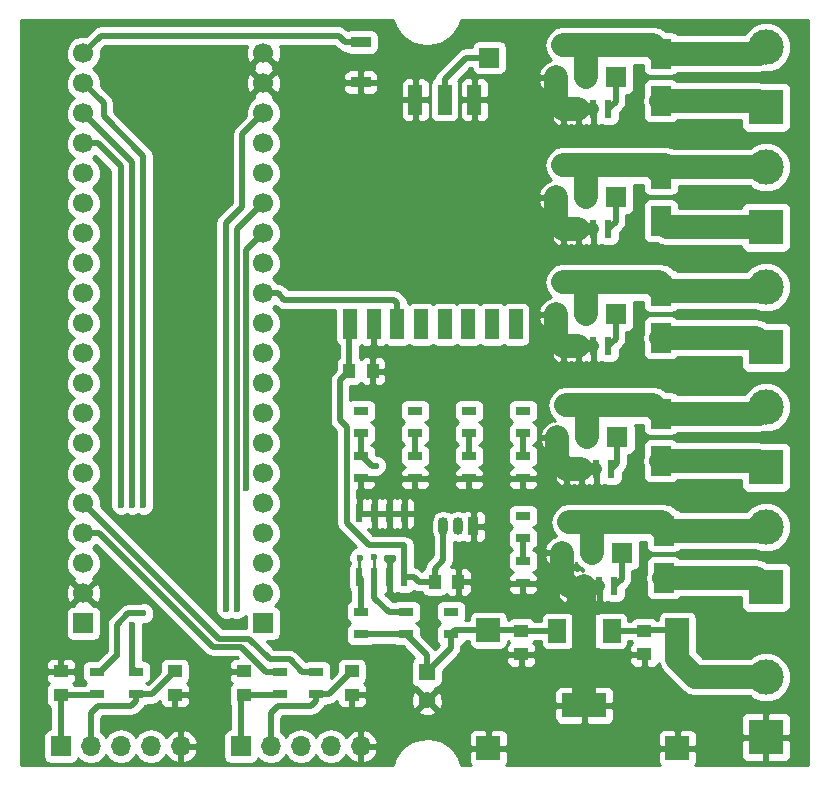
<source format=gtl>
G04 #@! TF.FileFunction,Copper,L1,Top,Signal*
%FSLAX46Y46*%
G04 Gerber Fmt 4.6, Leading zero omitted, Abs format (unit mm)*
G04 Created by KiCad (PCBNEW 4.0.7) date 08/30/18 09:04:44*
%MOMM*%
%LPD*%
G01*
G04 APERTURE LIST*
%ADD10C,0.100000*%
%ADD11R,1.800000X1.800000*%
%ADD12O,1.800000X1.800000*%
%ADD13R,0.600000X1.550000*%
%ADD14R,1.200000X2.524000*%
%ADD15R,1.250000X1.000000*%
%ADD16R,1.000000X1.250000*%
%ADD17R,1.800000X2.500000*%
%ADD18R,3.000000X3.000000*%
%ADD19C,3.000000*%
%ADD20R,1.700000X1.700000*%
%ADD21O,1.700000X1.700000*%
%ADD22R,1.300000X0.700000*%
%ADD23R,1.700000X0.900000*%
%ADD24O,0.900000X1.500000*%
%ADD25R,0.900000X1.500000*%
%ADD26R,1.400000X1.400000*%
%ADD27C,1.400000*%
%ADD28R,2.000000X2.000000*%
%ADD29R,3.800000X2.000000*%
%ADD30R,1.500000X2.000000*%
%ADD31C,1.700000*%
%ADD32C,0.600000*%
%ADD33C,0.500000*%
%ADD34C,2.000000*%
%ADD35C,1.000000*%
%ADD36C,0.250000*%
%ADD37C,0.254000*%
G04 APERTURE END LIST*
D10*
D11*
X203200000Y-73660000D03*
D12*
X200660000Y-73660000D03*
X198120000Y-73660000D03*
D11*
X203200000Y-83820000D03*
D12*
X200660000Y-83820000D03*
X198120000Y-83820000D03*
D11*
X203200000Y-93726000D03*
D12*
X200660000Y-93726000D03*
X198120000Y-93726000D03*
D11*
X203327000Y-104140000D03*
D12*
X200787000Y-104140000D03*
X198247000Y-104140000D03*
D11*
X203708000Y-113919000D03*
D12*
X201168000Y-113919000D03*
X198628000Y-113919000D03*
D13*
X185293000Y-110584000D03*
X184023000Y-110584000D03*
X182753000Y-110584000D03*
X181483000Y-110584000D03*
X181483000Y-115984000D03*
X182753000Y-115984000D03*
X184023000Y-115984000D03*
X185293000Y-115984000D03*
D14*
X180706000Y-94582000D03*
X182706000Y-94582000D03*
X184706000Y-94582000D03*
X186706000Y-94582000D03*
X188706000Y-94582000D03*
X190706000Y-94582000D03*
X192706000Y-94582000D03*
X194706000Y-94582000D03*
X188706000Y-75582000D03*
X186206000Y-75582000D03*
X191206000Y-75582000D03*
D15*
X165862000Y-123968000D03*
X165862000Y-125968000D03*
X180848000Y-123968000D03*
X180848000Y-125968000D03*
D16*
X180610000Y-98552000D03*
X182610000Y-98552000D03*
D17*
X207264000Y-116046000D03*
X207264000Y-112046000D03*
X207010000Y-95726000D03*
X207010000Y-91726000D03*
X207010000Y-75660000D03*
X207010000Y-71660000D03*
X207010000Y-106140000D03*
X207010000Y-102140000D03*
X207010000Y-85820000D03*
X207010000Y-81820000D03*
D18*
X215900000Y-129540000D03*
D19*
X215900000Y-124460000D03*
D20*
X156210000Y-130302000D03*
D21*
X158750000Y-130302000D03*
X161290000Y-130302000D03*
X163830000Y-130302000D03*
X166370000Y-130302000D03*
D20*
X171450000Y-130302000D03*
D21*
X173990000Y-130302000D03*
X176530000Y-130302000D03*
X179070000Y-130302000D03*
X181610000Y-130302000D03*
D18*
X215900000Y-116840000D03*
D19*
X215900000Y-111760000D03*
D18*
X215900000Y-96520000D03*
D19*
X215900000Y-91440000D03*
D18*
X215900000Y-76200000D03*
D19*
X215900000Y-71120000D03*
D20*
X192468500Y-72009000D03*
D18*
X215900000Y-106680000D03*
D19*
X215900000Y-101600000D03*
D18*
X215900000Y-86360000D03*
D19*
X215900000Y-81280000D03*
D13*
X199263000Y-116746000D03*
X200533000Y-116746000D03*
X201803000Y-116746000D03*
X203073000Y-116746000D03*
X203073000Y-111346000D03*
X201803000Y-111346000D03*
X200533000Y-111346000D03*
X199263000Y-111346000D03*
X198755000Y-96426000D03*
X200025000Y-96426000D03*
X201295000Y-96426000D03*
X202565000Y-96426000D03*
X202565000Y-91026000D03*
X201295000Y-91026000D03*
X200025000Y-91026000D03*
X198755000Y-91026000D03*
X198755000Y-76360000D03*
X200025000Y-76360000D03*
X201295000Y-76360000D03*
X202565000Y-76360000D03*
X202565000Y-70960000D03*
X201295000Y-70960000D03*
X200025000Y-70960000D03*
X198755000Y-70960000D03*
X199009000Y-106840000D03*
X200279000Y-106840000D03*
X201549000Y-106840000D03*
X202819000Y-106840000D03*
X202819000Y-101440000D03*
X201549000Y-101440000D03*
X200279000Y-101440000D03*
X199009000Y-101440000D03*
X198755000Y-86520000D03*
X200025000Y-86520000D03*
X201295000Y-86520000D03*
X202565000Y-86520000D03*
X202565000Y-81120000D03*
X201295000Y-81120000D03*
X200025000Y-81120000D03*
X198755000Y-81120000D03*
D22*
X159258000Y-124018000D03*
X159258000Y-125918000D03*
X162560000Y-124018000D03*
X162560000Y-125918000D03*
X177800000Y-124018000D03*
X177800000Y-125918000D03*
X181610000Y-120838000D03*
X181610000Y-118938000D03*
X195326000Y-112710000D03*
X195326000Y-110810000D03*
X190754000Y-103820000D03*
X190754000Y-101920000D03*
X181610000Y-103820000D03*
X181610000Y-101920000D03*
X195326000Y-116520000D03*
X195326000Y-114620000D03*
X190754000Y-107630000D03*
X190754000Y-105730000D03*
X181610000Y-107630000D03*
X181610000Y-105730000D03*
X195326000Y-103820000D03*
X195326000Y-101920000D03*
X186182000Y-103820000D03*
X186182000Y-101920000D03*
X195326000Y-107630000D03*
X195326000Y-105730000D03*
X186182000Y-107630000D03*
X186182000Y-105730000D03*
D23*
X181610000Y-74090000D03*
X181610000Y-70690000D03*
D24*
X189865000Y-111696500D03*
X188595000Y-111696500D03*
D25*
X191135000Y-111696500D03*
D15*
X156210000Y-125968000D03*
X156210000Y-123968000D03*
X171704000Y-125968000D03*
X171704000Y-123968000D03*
D26*
X187198000Y-124022000D03*
D27*
X187198000Y-126422000D03*
D22*
X174752000Y-124018000D03*
X174752000Y-125918000D03*
X185420000Y-120838000D03*
X185420000Y-118938000D03*
X189230000Y-120838000D03*
X189230000Y-118938000D03*
D28*
X208406000Y-120476000D03*
X208406000Y-130476000D03*
X192406000Y-120476000D03*
X192406000Y-130476000D03*
D15*
X205613000Y-120539000D03*
X205613000Y-122539000D03*
X195199000Y-120539000D03*
X195199000Y-122539000D03*
D29*
X200533000Y-126848000D03*
D30*
X200533000Y-120548000D03*
X198233000Y-120548000D03*
X202833000Y-120548000D03*
D20*
X158115000Y-119888000D03*
D31*
X158115000Y-117348000D03*
X158115000Y-114808000D03*
X158115000Y-112268000D03*
X158115000Y-109728000D03*
X158115000Y-107188000D03*
X158115000Y-104648000D03*
X158115000Y-102108000D03*
X158115000Y-99568000D03*
X158115000Y-97028000D03*
X158115000Y-94488000D03*
X158115000Y-91948000D03*
X158115000Y-89408000D03*
X158115000Y-86868000D03*
X158115000Y-84328000D03*
X158115000Y-81788000D03*
X158115000Y-79248000D03*
X158115000Y-76708000D03*
X158115000Y-74168000D03*
X158115000Y-71628000D03*
X173355000Y-71628000D03*
X173355000Y-74168000D03*
X173355000Y-76708000D03*
X173355000Y-79248000D03*
X173355000Y-81788000D03*
X173355000Y-84328000D03*
X173355000Y-86868000D03*
X173355000Y-89408000D03*
X173355000Y-91948000D03*
X173355000Y-94488000D03*
X173355000Y-97028000D03*
X173355000Y-99568000D03*
X173355000Y-102108000D03*
X173355000Y-104648000D03*
X173355000Y-107188000D03*
X173355000Y-109728000D03*
X173355000Y-112268000D03*
X173355000Y-114808000D03*
X173355000Y-117348000D03*
D20*
X173355000Y-119888000D03*
D16*
X187849000Y-116395500D03*
X189849000Y-116395500D03*
D32*
X170180000Y-118681500D03*
X181610000Y-120838000D03*
X186706000Y-94582000D03*
X188706000Y-94582000D03*
X192706000Y-94582000D03*
X194706000Y-94582000D03*
X195326000Y-112710000D03*
X190754000Y-103820000D03*
X182880000Y-106553000D03*
X195326000Y-105730000D03*
X163195000Y-119062500D03*
X163195000Y-109855000D03*
X162242500Y-120015000D03*
X162242500Y-109855000D03*
X161290000Y-109855000D03*
X171132500Y-118681500D03*
X181493925Y-114351510D03*
X182753000Y-114300000D03*
X189230000Y-118938000D03*
X195326000Y-110810000D03*
X171894500Y-108458000D03*
X190754000Y-101920000D03*
X181610000Y-101920000D03*
X195326000Y-101920000D03*
X186182000Y-101920000D03*
X186182000Y-103820000D03*
D33*
X156210000Y-125968000D02*
X159208000Y-125968000D01*
X159208000Y-125968000D02*
X159258000Y-125918000D01*
X156210000Y-130302000D02*
X156210000Y-125968000D01*
D34*
X199009000Y-106840000D02*
X200279000Y-106840000D01*
X198755000Y-96426000D02*
X200025000Y-96426000D01*
X198755000Y-86520000D02*
X200025000Y-86520000D01*
X198755000Y-76360000D02*
X200025000Y-76360000D01*
D35*
X198755000Y-76360000D02*
X201295000Y-76360000D01*
D34*
X200533000Y-120548000D02*
X200533000Y-116746000D01*
X200533000Y-120548000D02*
X200533000Y-126848000D01*
X198628000Y-113919000D02*
X198628000Y-116111000D01*
X198628000Y-116111000D02*
X199263000Y-116746000D01*
X198247000Y-104140000D02*
X198247000Y-106078000D01*
X198247000Y-106078000D02*
X199009000Y-106840000D01*
X198120000Y-93726000D02*
X198120000Y-95791000D01*
X198120000Y-95791000D02*
X198755000Y-96426000D01*
X198120000Y-83820000D02*
X198120000Y-85885000D01*
X198120000Y-85885000D02*
X198755000Y-86520000D01*
X198120000Y-73660000D02*
X198120000Y-75725000D01*
X198120000Y-75725000D02*
X198755000Y-76360000D01*
D35*
X200279000Y-106840000D02*
X201549000Y-106840000D01*
X200025000Y-86520000D02*
X201295000Y-86520000D01*
X200025000Y-96426000D02*
X201295000Y-96426000D01*
X199263000Y-116746000D02*
X200533000Y-116746000D01*
X200533000Y-116746000D02*
X201803000Y-116746000D01*
D33*
X181610000Y-107630000D02*
X181610000Y-107540002D01*
X182610000Y-98677000D02*
X182610000Y-98552000D01*
X198374000Y-114620000D02*
X198948000Y-114620000D01*
X171704000Y-125968000D02*
X174702000Y-125968000D01*
X174702000Y-125968000D02*
X174752000Y-125918000D01*
X171450000Y-130302000D02*
X171450000Y-126222000D01*
X171450000Y-126222000D02*
X171704000Y-125968000D01*
X158750000Y-130302000D02*
X158750000Y-127508000D01*
X159385000Y-126873000D02*
X162179000Y-126873000D01*
X158750000Y-127508000D02*
X159385000Y-126873000D01*
X162560000Y-125918000D02*
X163912000Y-125918000D01*
X163912000Y-125918000D02*
X165862000Y-123968000D01*
X162179000Y-126873000D02*
X162560000Y-126492000D01*
X162560000Y-126492000D02*
X162560000Y-125918000D01*
X173990000Y-130302000D02*
X173990000Y-127508000D01*
X174625000Y-126873000D02*
X177419000Y-126873000D01*
X173990000Y-127508000D02*
X174625000Y-126873000D01*
X177800000Y-125918000D02*
X178898000Y-125918000D01*
X178898000Y-125918000D02*
X180848000Y-123968000D01*
X177419000Y-126873000D02*
X177800000Y-126492000D01*
X177800000Y-126492000D02*
X177800000Y-125918000D01*
X188595000Y-114524500D02*
X188595000Y-111696500D01*
X187849000Y-116395500D02*
X187849000Y-115270500D01*
X187849000Y-115270500D02*
X188595000Y-114524500D01*
X186504500Y-116395500D02*
X187849000Y-116395500D01*
X185293000Y-115984000D02*
X186093000Y-115984000D01*
X186093000Y-115984000D02*
X186504500Y-116395500D01*
X173355000Y-76708000D02*
X171577000Y-78486000D01*
X170180000Y-86042500D02*
X170180000Y-118681500D01*
X171577000Y-78486000D02*
X171577000Y-84645500D01*
X171577000Y-84645500D02*
X170180000Y-86042500D01*
X180610000Y-98552000D02*
X179843999Y-99318001D01*
X179843999Y-102722001D02*
X180392998Y-103271000D01*
X182308500Y-113294502D02*
X182319002Y-113284000D01*
X180392998Y-111379000D02*
X182308500Y-113294502D01*
X182319002Y-113284000D02*
X185293000Y-113284000D01*
X180392998Y-103271000D02*
X180392998Y-111379000D01*
X179843999Y-99318001D02*
X179843999Y-102722001D01*
X185293000Y-115984000D02*
X185293000Y-113284000D01*
X185293000Y-115368998D02*
X185293000Y-115984000D01*
X192406000Y-120476000D02*
X195136000Y-120476000D01*
X195136000Y-120476000D02*
X195208000Y-120548000D01*
X195208000Y-120548000D02*
X198233000Y-120548000D01*
X192478000Y-120548000D02*
X192406000Y-120476000D01*
X185420000Y-120838000D02*
X181610000Y-120838000D01*
X187198000Y-124022000D02*
X187198000Y-122616000D01*
X187198000Y-122616000D02*
X185420000Y-120838000D01*
X189230000Y-120838000D02*
X189230000Y-121990000D01*
X189230000Y-121990000D02*
X187198000Y-124022000D01*
X192406000Y-120476000D02*
X189592000Y-120476000D01*
X189592000Y-120476000D02*
X189230000Y-120838000D01*
X180610000Y-98552000D02*
X180610000Y-94678000D01*
X180610000Y-94678000D02*
X180706000Y-94582000D01*
D34*
X207010000Y-75660000D02*
X215360000Y-75660000D01*
X215360000Y-75660000D02*
X215900000Y-76200000D01*
X207010000Y-95726000D02*
X215106000Y-95726000D01*
X215106000Y-95726000D02*
X215900000Y-96520000D01*
X207010000Y-106140000D02*
X215360000Y-106140000D01*
X215360000Y-106140000D02*
X215900000Y-106680000D01*
X207264000Y-116046000D02*
X215106000Y-116046000D01*
X215106000Y-116046000D02*
X215900000Y-116840000D01*
X208406000Y-120476000D02*
X208406000Y-122935000D01*
X209931000Y-124460000D02*
X215900000Y-124460000D01*
X208406000Y-122935000D02*
X209931000Y-124460000D01*
D33*
X208406000Y-120476000D02*
X205676000Y-120476000D01*
X205676000Y-120476000D02*
X205604000Y-120548000D01*
X205604000Y-120548000D02*
X202833000Y-120548000D01*
X202905000Y-120476000D02*
X202833000Y-120548000D01*
X207699000Y-121183000D02*
X208406000Y-120476000D01*
X208153000Y-120729000D02*
X208406000Y-120476000D01*
D34*
X215900000Y-86360000D02*
X207550000Y-86360000D01*
X207264000Y-112046000D02*
X215614000Y-112046000D01*
X215614000Y-112046000D02*
X215900000Y-111760000D01*
X201168000Y-113919000D02*
X201168000Y-111981000D01*
X201168000Y-111981000D02*
X200533000Y-111346000D01*
X203073000Y-111346000D02*
X206564000Y-111346000D01*
X206564000Y-111346000D02*
X207264000Y-112046000D01*
X207136000Y-111346000D02*
X201803000Y-111346000D01*
X201803000Y-111346000D02*
X200533000Y-111346000D01*
X200533000Y-111346000D02*
X199263000Y-111346000D01*
X207010000Y-91726000D02*
X215614000Y-91726000D01*
X215614000Y-91726000D02*
X215900000Y-91440000D01*
X200660000Y-93726000D02*
X200660000Y-91661000D01*
X200660000Y-91661000D02*
X200025000Y-91026000D01*
X202565000Y-91026000D02*
X206310000Y-91026000D01*
X206310000Y-91026000D02*
X207010000Y-91726000D01*
X207296000Y-91440000D02*
X206882000Y-91026000D01*
X206882000Y-91026000D02*
X201295000Y-91026000D01*
X201295000Y-91026000D02*
X200025000Y-91026000D01*
X200025000Y-91026000D02*
X198755000Y-91026000D01*
X207010000Y-71660000D02*
X215360000Y-71660000D01*
X215360000Y-71660000D02*
X215900000Y-71120000D01*
X202565000Y-70960000D02*
X206310000Y-70960000D01*
X206310000Y-70960000D02*
X207010000Y-71660000D01*
X200660000Y-73660000D02*
X200660000Y-71595000D01*
X200660000Y-71595000D02*
X200025000Y-70960000D01*
X201295000Y-70960000D02*
X202565000Y-70960000D01*
X201295000Y-70960000D02*
X200025000Y-70960000D01*
X200025000Y-70960000D02*
X198755000Y-70960000D01*
X207010000Y-102140000D02*
X215360000Y-102140000D01*
X215360000Y-102140000D02*
X215900000Y-101600000D01*
X202819000Y-101440000D02*
X206310000Y-101440000D01*
X206310000Y-101440000D02*
X207010000Y-102140000D01*
X200787000Y-104140000D02*
X200787000Y-101948000D01*
X200787000Y-101948000D02*
X200279000Y-101440000D01*
X201549000Y-101440000D02*
X202819000Y-101440000D01*
X201549000Y-101440000D02*
X200279000Y-101440000D01*
X200279000Y-101440000D02*
X199009000Y-101440000D01*
X200660000Y-83820000D02*
X200660000Y-81755000D01*
X200660000Y-81755000D02*
X200025000Y-81120000D01*
X202565000Y-81120000D02*
X206310000Y-81120000D01*
X206310000Y-81120000D02*
X207010000Y-81820000D01*
X215900000Y-81280000D02*
X207550000Y-81280000D01*
X207550000Y-81280000D02*
X207390000Y-81120000D01*
X207390000Y-81120000D02*
X201295000Y-81120000D01*
X201295000Y-81120000D02*
X200025000Y-81120000D01*
X200025000Y-81120000D02*
X198755000Y-81120000D01*
D33*
X173355000Y-91948000D02*
X174557081Y-91948000D01*
X174557081Y-91948000D02*
X175128581Y-92519500D01*
X184706000Y-92820000D02*
X184706000Y-94582000D01*
X175128581Y-92519500D02*
X184405500Y-92519500D01*
X184405500Y-92519500D02*
X184706000Y-92820000D01*
X184706000Y-93920000D02*
X184706000Y-94582000D01*
X188706000Y-94504000D02*
X188706000Y-94582000D01*
X188706000Y-93710000D02*
X188706000Y-94582000D01*
D36*
X188706000Y-93920000D02*
X188706000Y-94582000D01*
D33*
X192706000Y-93920000D02*
X192706000Y-94582000D01*
X194724000Y-94582000D02*
X194706000Y-94582000D01*
X194706000Y-94582000D02*
X194706000Y-95244000D01*
D36*
X194818000Y-94694000D02*
X194706000Y-94582000D01*
D33*
X188706000Y-75582000D02*
X188706000Y-73820000D01*
X188706000Y-73820000D02*
X190517000Y-72009000D01*
X190517000Y-72009000D02*
X191118500Y-72009000D01*
X191118500Y-72009000D02*
X192468500Y-72009000D01*
X188722000Y-75566000D02*
X188706000Y-75582000D01*
X203708000Y-113919000D02*
X203708000Y-116111000D01*
X203708000Y-116111000D02*
X203073000Y-116746000D01*
X195326000Y-114620000D02*
X195326000Y-112710000D01*
X203200000Y-93726000D02*
X203200000Y-95791000D01*
X203200000Y-95791000D02*
X202565000Y-96426000D01*
X190754000Y-104670000D02*
X190754000Y-105603000D01*
X190754000Y-103820000D02*
X190754000Y-104670000D01*
X202565000Y-96426000D02*
X202565000Y-96901000D01*
X190754000Y-103820000D02*
X191054000Y-103820000D01*
X181739500Y-105730000D02*
X182562500Y-106553000D01*
X182562500Y-106553000D02*
X182880000Y-106553000D01*
X181610000Y-105730000D02*
X181739500Y-105730000D01*
X203200000Y-73660000D02*
X203200000Y-75725000D01*
X203200000Y-75725000D02*
X202565000Y-76360000D01*
X202565000Y-76835000D02*
X202565000Y-76360000D01*
X181610000Y-103820000D02*
X181910000Y-103820000D01*
X181610000Y-103820000D02*
X181610000Y-105730000D01*
X203327000Y-104140000D02*
X203327000Y-106332000D01*
X203327000Y-106332000D02*
X202819000Y-106840000D01*
X195326000Y-105730000D02*
X195326000Y-103820000D01*
X202819000Y-106365000D02*
X202819000Y-106840000D01*
X160972500Y-122682000D02*
X160894000Y-122682000D01*
X160894000Y-122682000D02*
X159558000Y-124018000D01*
X159558000Y-124018000D02*
X159258000Y-124018000D01*
X161925000Y-119062500D02*
X160972500Y-120015000D01*
X160972500Y-120015000D02*
X160972500Y-122682000D01*
X158115000Y-74168000D02*
X159829500Y-75882500D01*
X163195000Y-80327500D02*
X163195000Y-109855000D01*
X159829500Y-75882500D02*
X159829500Y-76962000D01*
X159829500Y-76962000D02*
X163195000Y-80327500D01*
X163195000Y-119062500D02*
X161925000Y-119062500D01*
X162242500Y-120015000D02*
X162242500Y-123700500D01*
X162242500Y-123700500D02*
X162560000Y-124018000D01*
X158115000Y-76708000D02*
X162242500Y-80835500D01*
X162242500Y-80835500D02*
X162242500Y-81451498D01*
X162242500Y-81451498D02*
X162242500Y-109855000D01*
X158115000Y-79248000D02*
X159317081Y-79248000D01*
X159317081Y-79248000D02*
X161290000Y-81220919D01*
X161290000Y-81220919D02*
X161290000Y-82423000D01*
X161290000Y-82423000D02*
X161290000Y-109855000D01*
X158115000Y-112268000D02*
X159448500Y-112268000D01*
X159448500Y-112268000D02*
X169068512Y-121888012D01*
X169068512Y-121888012D02*
X171472012Y-121888012D01*
X171472012Y-121888012D02*
X173602000Y-124018000D01*
X173602000Y-124018000D02*
X174752000Y-124018000D01*
X158115000Y-109728000D02*
X169575001Y-121188001D01*
X169575001Y-121188001D02*
X172178501Y-121188001D01*
X172178501Y-121188001D02*
X173926500Y-122936000D01*
X173926500Y-122936000D02*
X175568000Y-122936000D01*
X175568000Y-122936000D02*
X176650000Y-124018000D01*
X176650000Y-124018000D02*
X177800000Y-124018000D01*
X171144498Y-86538502D02*
X171144498Y-117856000D01*
X171144498Y-117856000D02*
X171144498Y-118439498D01*
X171132500Y-118681500D02*
X171132500Y-117867998D01*
X171132500Y-117867998D02*
X171144498Y-117856000D01*
X171144498Y-118439498D02*
X171150001Y-118445001D01*
X173355000Y-84328000D02*
X171144498Y-86538502D01*
D36*
X181483000Y-114362435D02*
X181493925Y-114351510D01*
X181483000Y-115984000D02*
X181483000Y-114362435D01*
D33*
X181610000Y-118938000D02*
X181610000Y-116111000D01*
X181610000Y-116111000D02*
X181483000Y-115984000D01*
X181483000Y-118811000D02*
X181610000Y-118938000D01*
D36*
X182753000Y-114300000D02*
X182753000Y-115984000D01*
D33*
X182753000Y-115984000D02*
X182753000Y-117729000D01*
X183962000Y-118938000D02*
X185420000Y-118938000D01*
X182753000Y-117729000D02*
X183962000Y-118938000D01*
X173355000Y-86868000D02*
X171894500Y-88328500D01*
X171894500Y-88328500D02*
X171894500Y-108458000D01*
X159575500Y-70167500D02*
X179737500Y-70167500D01*
X179737500Y-70167500D02*
X180260000Y-70690000D01*
X180260000Y-70690000D02*
X181610000Y-70690000D01*
X158115000Y-71628000D02*
X159575500Y-70167500D01*
X181610000Y-70690000D02*
X181610000Y-70612000D01*
X186182000Y-105730000D02*
X186182000Y-103820000D01*
X186182000Y-104156449D02*
X186182000Y-103886000D01*
X203200000Y-83820000D02*
X203200000Y-85885000D01*
X203200000Y-85885000D02*
X202565000Y-86520000D01*
X202565000Y-86520000D02*
X202565000Y-86995000D01*
D37*
G36*
X184389653Y-69085328D02*
X184471325Y-69282500D01*
X184495668Y-69341269D01*
X184991210Y-70082901D01*
X185093310Y-70185000D01*
X185187099Y-70278789D01*
X185928731Y-70774332D01*
X185974500Y-70793290D01*
X186184672Y-70880347D01*
X187059487Y-71054358D01*
X187336514Y-71054358D01*
X188211328Y-70880347D01*
X188467269Y-70774332D01*
X189208901Y-70278790D01*
X189404789Y-70082901D01*
X189900332Y-69341269D01*
X190001055Y-69098103D01*
X190006347Y-69085328D01*
X190066683Y-68782000D01*
X219508000Y-68782000D01*
X219508000Y-131878000D01*
X209902026Y-131878000D01*
X209944327Y-131835699D01*
X210041000Y-131602310D01*
X210041000Y-130761750D01*
X209882250Y-130603000D01*
X208533000Y-130603000D01*
X208533000Y-130623000D01*
X208279000Y-130623000D01*
X208279000Y-130603000D01*
X206929750Y-130603000D01*
X206771000Y-130761750D01*
X206771000Y-131602310D01*
X206867673Y-131835699D01*
X206909974Y-131878000D01*
X193902026Y-131878000D01*
X193944327Y-131835699D01*
X194041000Y-131602310D01*
X194041000Y-130761750D01*
X193882250Y-130603000D01*
X192533000Y-130603000D01*
X192533000Y-130623000D01*
X192279000Y-130623000D01*
X192279000Y-130603000D01*
X190929750Y-130603000D01*
X190771000Y-130761750D01*
X190771000Y-131602310D01*
X190867673Y-131835699D01*
X190909974Y-131878000D01*
X190066683Y-131878000D01*
X190006347Y-131574672D01*
X189928741Y-131387317D01*
X189900332Y-131318731D01*
X189404789Y-130577099D01*
X189208901Y-130381210D01*
X188467269Y-129885668D01*
X188211328Y-129779653D01*
X187336514Y-129605642D01*
X187198001Y-129605642D01*
X186184672Y-129779653D01*
X186034746Y-129841755D01*
X185928731Y-129885668D01*
X185187099Y-130381211D01*
X184991210Y-130577099D01*
X184495669Y-131318730D01*
X184495668Y-131318731D01*
X184389653Y-131574672D01*
X184329317Y-131878000D01*
X152856000Y-131878000D01*
X152856000Y-129452000D01*
X154712560Y-129452000D01*
X154712560Y-131152000D01*
X154756838Y-131387317D01*
X154895910Y-131603441D01*
X155108110Y-131748431D01*
X155360000Y-131799440D01*
X157060000Y-131799440D01*
X157295317Y-131755162D01*
X157511441Y-131616090D01*
X157656431Y-131403890D01*
X157670086Y-131336459D01*
X157699946Y-131381147D01*
X158181715Y-131703054D01*
X158750000Y-131816093D01*
X159318285Y-131703054D01*
X159800054Y-131381147D01*
X160020000Y-131051974D01*
X160239946Y-131381147D01*
X160721715Y-131703054D01*
X161290000Y-131816093D01*
X161858285Y-131703054D01*
X162340054Y-131381147D01*
X162560000Y-131051974D01*
X162779946Y-131381147D01*
X163261715Y-131703054D01*
X163830000Y-131816093D01*
X164398285Y-131703054D01*
X164880054Y-131381147D01*
X165107702Y-131040447D01*
X165174817Y-131183358D01*
X165603076Y-131573645D01*
X166013110Y-131743476D01*
X166243000Y-131622155D01*
X166243000Y-130429000D01*
X166497000Y-130429000D01*
X166497000Y-131622155D01*
X166726890Y-131743476D01*
X167136924Y-131573645D01*
X167565183Y-131183358D01*
X167811486Y-130658892D01*
X167690819Y-130429000D01*
X166497000Y-130429000D01*
X166243000Y-130429000D01*
X166223000Y-130429000D01*
X166223000Y-130175000D01*
X166243000Y-130175000D01*
X166243000Y-128981845D01*
X166497000Y-128981845D01*
X166497000Y-130175000D01*
X167690819Y-130175000D01*
X167811486Y-129945108D01*
X167565183Y-129420642D01*
X167136924Y-129030355D01*
X166726890Y-128860524D01*
X166497000Y-128981845D01*
X166243000Y-128981845D01*
X166013110Y-128860524D01*
X165603076Y-129030355D01*
X165174817Y-129420642D01*
X165107702Y-129563553D01*
X164880054Y-129222853D01*
X164398285Y-128900946D01*
X163830000Y-128787907D01*
X163261715Y-128900946D01*
X162779946Y-129222853D01*
X162560000Y-129552026D01*
X162340054Y-129222853D01*
X161858285Y-128900946D01*
X161290000Y-128787907D01*
X160721715Y-128900946D01*
X160239946Y-129222853D01*
X160020000Y-129552026D01*
X159800054Y-129222853D01*
X159635000Y-129112568D01*
X159635000Y-127874580D01*
X159751579Y-127758000D01*
X162178995Y-127758000D01*
X162179000Y-127758001D01*
X162461484Y-127701810D01*
X162517675Y-127690633D01*
X162804790Y-127498790D01*
X162804791Y-127498789D01*
X163185787Y-127117792D01*
X163185790Y-127117790D01*
X163336957Y-126891551D01*
X163445317Y-126871162D01*
X163551244Y-126803000D01*
X163911995Y-126803000D01*
X163912000Y-126803001D01*
X164194484Y-126746810D01*
X164250675Y-126735633D01*
X164537790Y-126543790D01*
X164602000Y-126479580D01*
X164602000Y-126594309D01*
X164698673Y-126827698D01*
X164877301Y-127006327D01*
X165110690Y-127103000D01*
X165576250Y-127103000D01*
X165735000Y-126944250D01*
X165735000Y-126095000D01*
X165989000Y-126095000D01*
X165989000Y-126944250D01*
X166147750Y-127103000D01*
X166613310Y-127103000D01*
X166846699Y-127006327D01*
X167025327Y-126827698D01*
X167122000Y-126594309D01*
X167122000Y-126253750D01*
X166963250Y-126095000D01*
X165989000Y-126095000D01*
X165735000Y-126095000D01*
X165715000Y-126095000D01*
X165715000Y-125841000D01*
X165735000Y-125841000D01*
X165735000Y-125821000D01*
X165989000Y-125821000D01*
X165989000Y-125841000D01*
X166963250Y-125841000D01*
X167122000Y-125682250D01*
X167122000Y-125341691D01*
X167025327Y-125108302D01*
X166884090Y-124967064D01*
X166938441Y-124932090D01*
X167083431Y-124719890D01*
X167134440Y-124468000D01*
X167134440Y-123468000D01*
X167090162Y-123232683D01*
X166951090Y-123016559D01*
X166738890Y-122871569D01*
X166487000Y-122820560D01*
X165237000Y-122820560D01*
X165001683Y-122864838D01*
X164785559Y-123003910D01*
X164640569Y-123216110D01*
X164589560Y-123468000D01*
X164589560Y-123988861D01*
X163548009Y-125030411D01*
X163461890Y-124971569D01*
X163448803Y-124968919D01*
X163661441Y-124832090D01*
X163806431Y-124619890D01*
X163857440Y-124368000D01*
X163857440Y-123668000D01*
X163813162Y-123432683D01*
X163674090Y-123216559D01*
X163461890Y-123071569D01*
X163210000Y-123020560D01*
X163127500Y-123020560D01*
X163127500Y-120321822D01*
X163177338Y-120201799D01*
X163177516Y-119997485D01*
X163380167Y-119997662D01*
X163723943Y-119855617D01*
X163987192Y-119592827D01*
X164129838Y-119249299D01*
X164130162Y-118877333D01*
X163988117Y-118533557D01*
X163725327Y-118270308D01*
X163381799Y-118127662D01*
X163009833Y-118127338D01*
X162888431Y-118177500D01*
X161925000Y-118177500D01*
X161586325Y-118244867D01*
X161299210Y-118436710D01*
X161299208Y-118436713D01*
X160346710Y-119389210D01*
X160154867Y-119676325D01*
X160154867Y-119676326D01*
X160087499Y-120015000D01*
X160087500Y-120015005D01*
X160087500Y-122236921D01*
X159303860Y-123020560D01*
X158608000Y-123020560D01*
X158372683Y-123064838D01*
X158156559Y-123203910D01*
X158011569Y-123416110D01*
X157960560Y-123668000D01*
X157960560Y-124368000D01*
X158004838Y-124603317D01*
X158143910Y-124819441D01*
X158356110Y-124964431D01*
X158369197Y-124967081D01*
X158189054Y-125083000D01*
X157341844Y-125083000D01*
X157299090Y-125016559D01*
X157230994Y-124970031D01*
X157373327Y-124827698D01*
X157470000Y-124594309D01*
X157470000Y-124253750D01*
X157311250Y-124095000D01*
X156337000Y-124095000D01*
X156337000Y-124115000D01*
X156083000Y-124115000D01*
X156083000Y-124095000D01*
X155108750Y-124095000D01*
X154950000Y-124253750D01*
X154950000Y-124594309D01*
X155046673Y-124827698D01*
X155187910Y-124968936D01*
X155133559Y-125003910D01*
X154988569Y-125216110D01*
X154937560Y-125468000D01*
X154937560Y-126468000D01*
X154981838Y-126703317D01*
X155120910Y-126919441D01*
X155325000Y-127058890D01*
X155325000Y-128811146D01*
X155124683Y-128848838D01*
X154908559Y-128987910D01*
X154763569Y-129200110D01*
X154712560Y-129452000D01*
X152856000Y-129452000D01*
X152856000Y-123341691D01*
X154950000Y-123341691D01*
X154950000Y-123682250D01*
X155108750Y-123841000D01*
X156083000Y-123841000D01*
X156083000Y-122991750D01*
X156337000Y-122991750D01*
X156337000Y-123841000D01*
X157311250Y-123841000D01*
X157470000Y-123682250D01*
X157470000Y-123341691D01*
X157373327Y-123108302D01*
X157194699Y-122929673D01*
X156961310Y-122833000D01*
X156495750Y-122833000D01*
X156337000Y-122991750D01*
X156083000Y-122991750D01*
X155924250Y-122833000D01*
X155458690Y-122833000D01*
X155225301Y-122929673D01*
X155046673Y-123108302D01*
X154950000Y-123341691D01*
X152856000Y-123341691D01*
X152856000Y-119038000D01*
X156617560Y-119038000D01*
X156617560Y-120738000D01*
X156661838Y-120973317D01*
X156800910Y-121189441D01*
X157013110Y-121334431D01*
X157265000Y-121385440D01*
X158965000Y-121385440D01*
X159200317Y-121341162D01*
X159416441Y-121202090D01*
X159561431Y-120989890D01*
X159612440Y-120738000D01*
X159612440Y-119038000D01*
X159568162Y-118802683D01*
X159429090Y-118586559D01*
X159216890Y-118441569D01*
X158978900Y-118393375D01*
X158979353Y-118391958D01*
X158115000Y-117527605D01*
X157250647Y-118391958D01*
X157251040Y-118393187D01*
X157029683Y-118434838D01*
X156813559Y-118573910D01*
X156668569Y-118786110D01*
X156617560Y-119038000D01*
X152856000Y-119038000D01*
X152856000Y-117119279D01*
X156618282Y-117119279D01*
X156644685Y-117709458D01*
X156819741Y-118132080D01*
X157071042Y-118212353D01*
X157935395Y-117348000D01*
X158294605Y-117348000D01*
X159158958Y-118212353D01*
X159410259Y-118132080D01*
X159611718Y-117576721D01*
X159585315Y-116986542D01*
X159410259Y-116563920D01*
X159158958Y-116483647D01*
X158294605Y-117348000D01*
X157935395Y-117348000D01*
X157071042Y-116483647D01*
X156819741Y-116563920D01*
X156618282Y-117119279D01*
X152856000Y-117119279D01*
X152856000Y-71922089D01*
X156629743Y-71922089D01*
X156855344Y-72468086D01*
X157272717Y-72886188D01*
X157300557Y-72897748D01*
X157274914Y-72908344D01*
X156856812Y-73325717D01*
X156630258Y-73871319D01*
X156629743Y-74462089D01*
X156855344Y-75008086D01*
X157272717Y-75426188D01*
X157300557Y-75437748D01*
X157274914Y-75448344D01*
X156856812Y-75865717D01*
X156630258Y-76411319D01*
X156629743Y-77002089D01*
X156855344Y-77548086D01*
X157272717Y-77966188D01*
X157300557Y-77977748D01*
X157274914Y-77988344D01*
X156856812Y-78405717D01*
X156630258Y-78951319D01*
X156629743Y-79542089D01*
X156855344Y-80088086D01*
X157272717Y-80506188D01*
X157300557Y-80517748D01*
X157274914Y-80528344D01*
X156856812Y-80945717D01*
X156630258Y-81491319D01*
X156629743Y-82082089D01*
X156855344Y-82628086D01*
X157272717Y-83046188D01*
X157300557Y-83057748D01*
X157274914Y-83068344D01*
X156856812Y-83485717D01*
X156630258Y-84031319D01*
X156629743Y-84622089D01*
X156855344Y-85168086D01*
X157272717Y-85586188D01*
X157300557Y-85597748D01*
X157274914Y-85608344D01*
X156856812Y-86025717D01*
X156630258Y-86571319D01*
X156629743Y-87162089D01*
X156855344Y-87708086D01*
X157272717Y-88126188D01*
X157300557Y-88137748D01*
X157274914Y-88148344D01*
X156856812Y-88565717D01*
X156630258Y-89111319D01*
X156629743Y-89702089D01*
X156855344Y-90248086D01*
X157272717Y-90666188D01*
X157300557Y-90677748D01*
X157274914Y-90688344D01*
X156856812Y-91105717D01*
X156630258Y-91651319D01*
X156629743Y-92242089D01*
X156855344Y-92788086D01*
X157272717Y-93206188D01*
X157300557Y-93217748D01*
X157274914Y-93228344D01*
X156856812Y-93645717D01*
X156630258Y-94191319D01*
X156629743Y-94782089D01*
X156855344Y-95328086D01*
X157272717Y-95746188D01*
X157300557Y-95757748D01*
X157274914Y-95768344D01*
X156856812Y-96185717D01*
X156630258Y-96731319D01*
X156629743Y-97322089D01*
X156855344Y-97868086D01*
X157272717Y-98286188D01*
X157300557Y-98297748D01*
X157274914Y-98308344D01*
X156856812Y-98725717D01*
X156630258Y-99271319D01*
X156629743Y-99862089D01*
X156855344Y-100408086D01*
X157272717Y-100826188D01*
X157300557Y-100837748D01*
X157274914Y-100848344D01*
X156856812Y-101265717D01*
X156630258Y-101811319D01*
X156629743Y-102402089D01*
X156855344Y-102948086D01*
X157272717Y-103366188D01*
X157300557Y-103377748D01*
X157274914Y-103388344D01*
X156856812Y-103805717D01*
X156630258Y-104351319D01*
X156629743Y-104942089D01*
X156855344Y-105488086D01*
X157272717Y-105906188D01*
X157300557Y-105917748D01*
X157274914Y-105928344D01*
X156856812Y-106345717D01*
X156630258Y-106891319D01*
X156629743Y-107482089D01*
X156855344Y-108028086D01*
X157272717Y-108446188D01*
X157300557Y-108457748D01*
X157274914Y-108468344D01*
X156856812Y-108885717D01*
X156630258Y-109431319D01*
X156629743Y-110022089D01*
X156855344Y-110568086D01*
X157272717Y-110986188D01*
X157300557Y-110997748D01*
X157274914Y-111008344D01*
X156856812Y-111425717D01*
X156630258Y-111971319D01*
X156629743Y-112562089D01*
X156855344Y-113108086D01*
X157272717Y-113526188D01*
X157300557Y-113537748D01*
X157274914Y-113548344D01*
X156856812Y-113965717D01*
X156630258Y-114511319D01*
X156629743Y-115102089D01*
X156855344Y-115648086D01*
X157272717Y-116066188D01*
X157320312Y-116085951D01*
X157250647Y-116304042D01*
X158115000Y-117168395D01*
X158979353Y-116304042D01*
X158909819Y-116086360D01*
X158955086Y-116067656D01*
X159373188Y-115650283D01*
X159599742Y-115104681D01*
X159600257Y-114513911D01*
X159374656Y-113967914D01*
X158957283Y-113549812D01*
X158929443Y-113538252D01*
X158955086Y-113527656D01*
X159206050Y-113277130D01*
X168442720Y-122513799D01*
X168442722Y-122513802D01*
X168729837Y-122705645D01*
X169068512Y-122773012D01*
X171105432Y-122773012D01*
X171165420Y-122833000D01*
X170952690Y-122833000D01*
X170719301Y-122929673D01*
X170540673Y-123108302D01*
X170444000Y-123341691D01*
X170444000Y-123682250D01*
X170602750Y-123841000D01*
X171577000Y-123841000D01*
X171577000Y-123821000D01*
X171831000Y-123821000D01*
X171831000Y-123841000D01*
X171851000Y-123841000D01*
X171851000Y-124095000D01*
X171831000Y-124095000D01*
X171831000Y-124115000D01*
X171577000Y-124115000D01*
X171577000Y-124095000D01*
X170602750Y-124095000D01*
X170444000Y-124253750D01*
X170444000Y-124594309D01*
X170540673Y-124827698D01*
X170681910Y-124968936D01*
X170627559Y-125003910D01*
X170482569Y-125216110D01*
X170431560Y-125468000D01*
X170431560Y-126468000D01*
X170475838Y-126703317D01*
X170565000Y-126841879D01*
X170565000Y-128811146D01*
X170364683Y-128848838D01*
X170148559Y-128987910D01*
X170003569Y-129200110D01*
X169952560Y-129452000D01*
X169952560Y-131152000D01*
X169996838Y-131387317D01*
X170135910Y-131603441D01*
X170348110Y-131748431D01*
X170600000Y-131799440D01*
X172300000Y-131799440D01*
X172535317Y-131755162D01*
X172751441Y-131616090D01*
X172896431Y-131403890D01*
X172910086Y-131336459D01*
X172939946Y-131381147D01*
X173421715Y-131703054D01*
X173990000Y-131816093D01*
X174558285Y-131703054D01*
X175040054Y-131381147D01*
X175260000Y-131051974D01*
X175479946Y-131381147D01*
X175961715Y-131703054D01*
X176530000Y-131816093D01*
X177098285Y-131703054D01*
X177580054Y-131381147D01*
X177800000Y-131051974D01*
X178019946Y-131381147D01*
X178501715Y-131703054D01*
X179070000Y-131816093D01*
X179638285Y-131703054D01*
X180120054Y-131381147D01*
X180347702Y-131040447D01*
X180414817Y-131183358D01*
X180843076Y-131573645D01*
X181253110Y-131743476D01*
X181483000Y-131622155D01*
X181483000Y-130429000D01*
X181737000Y-130429000D01*
X181737000Y-131622155D01*
X181966890Y-131743476D01*
X182376924Y-131573645D01*
X182805183Y-131183358D01*
X183051486Y-130658892D01*
X182930819Y-130429000D01*
X181737000Y-130429000D01*
X181483000Y-130429000D01*
X181463000Y-130429000D01*
X181463000Y-130175000D01*
X181483000Y-130175000D01*
X181483000Y-128981845D01*
X181737000Y-128981845D01*
X181737000Y-130175000D01*
X182930819Y-130175000D01*
X183051486Y-129945108D01*
X182805183Y-129420642D01*
X182727328Y-129349690D01*
X190771000Y-129349690D01*
X190771000Y-130190250D01*
X190929750Y-130349000D01*
X192279000Y-130349000D01*
X192279000Y-128999750D01*
X192533000Y-128999750D01*
X192533000Y-130349000D01*
X193882250Y-130349000D01*
X194041000Y-130190250D01*
X194041000Y-129349690D01*
X206771000Y-129349690D01*
X206771000Y-130190250D01*
X206929750Y-130349000D01*
X208279000Y-130349000D01*
X208279000Y-128999750D01*
X208533000Y-128999750D01*
X208533000Y-130349000D01*
X209882250Y-130349000D01*
X210041000Y-130190250D01*
X210041000Y-129825750D01*
X213765000Y-129825750D01*
X213765000Y-131166309D01*
X213861673Y-131399698D01*
X214040301Y-131578327D01*
X214273690Y-131675000D01*
X215614250Y-131675000D01*
X215773000Y-131516250D01*
X215773000Y-129667000D01*
X216027000Y-129667000D01*
X216027000Y-131516250D01*
X216185750Y-131675000D01*
X217526310Y-131675000D01*
X217759699Y-131578327D01*
X217938327Y-131399698D01*
X218035000Y-131166309D01*
X218035000Y-129825750D01*
X217876250Y-129667000D01*
X216027000Y-129667000D01*
X215773000Y-129667000D01*
X213923750Y-129667000D01*
X213765000Y-129825750D01*
X210041000Y-129825750D01*
X210041000Y-129349690D01*
X209944327Y-129116301D01*
X209765698Y-128937673D01*
X209532309Y-128841000D01*
X208691750Y-128841000D01*
X208533000Y-128999750D01*
X208279000Y-128999750D01*
X208120250Y-128841000D01*
X207279691Y-128841000D01*
X207046302Y-128937673D01*
X206867673Y-129116301D01*
X206771000Y-129349690D01*
X194041000Y-129349690D01*
X193944327Y-129116301D01*
X193765698Y-128937673D01*
X193532309Y-128841000D01*
X192691750Y-128841000D01*
X192533000Y-128999750D01*
X192279000Y-128999750D01*
X192120250Y-128841000D01*
X191279691Y-128841000D01*
X191046302Y-128937673D01*
X190867673Y-129116301D01*
X190771000Y-129349690D01*
X182727328Y-129349690D01*
X182376924Y-129030355D01*
X181966890Y-128860524D01*
X181737000Y-128981845D01*
X181483000Y-128981845D01*
X181253110Y-128860524D01*
X180843076Y-129030355D01*
X180414817Y-129420642D01*
X180347702Y-129563553D01*
X180120054Y-129222853D01*
X179638285Y-128900946D01*
X179070000Y-128787907D01*
X178501715Y-128900946D01*
X178019946Y-129222853D01*
X177800000Y-129552026D01*
X177580054Y-129222853D01*
X177098285Y-128900946D01*
X176530000Y-128787907D01*
X175961715Y-128900946D01*
X175479946Y-129222853D01*
X175260000Y-129552026D01*
X175040054Y-129222853D01*
X174875000Y-129112568D01*
X174875000Y-127874580D01*
X174991579Y-127758000D01*
X177418995Y-127758000D01*
X177419000Y-127758001D01*
X177701484Y-127701810D01*
X177757675Y-127690633D01*
X178044790Y-127498790D01*
X178044791Y-127498789D01*
X178186304Y-127357275D01*
X186442331Y-127357275D01*
X186504169Y-127593042D01*
X187005122Y-127769419D01*
X187535440Y-127740664D01*
X187891831Y-127593042D01*
X187953669Y-127357275D01*
X187198000Y-126601605D01*
X186442331Y-127357275D01*
X178186304Y-127357275D01*
X178425787Y-127117792D01*
X178425790Y-127117790D01*
X178576957Y-126891551D01*
X178685317Y-126871162D01*
X178791244Y-126803000D01*
X178897995Y-126803000D01*
X178898000Y-126803001D01*
X179180484Y-126746810D01*
X179236675Y-126735633D01*
X179523790Y-126543790D01*
X179588000Y-126479580D01*
X179588000Y-126594309D01*
X179684673Y-126827698D01*
X179863301Y-127006327D01*
X180096690Y-127103000D01*
X180562250Y-127103000D01*
X180721000Y-126944250D01*
X180721000Y-126095000D01*
X180975000Y-126095000D01*
X180975000Y-126944250D01*
X181133750Y-127103000D01*
X181599310Y-127103000D01*
X181832699Y-127006327D01*
X182011327Y-126827698D01*
X182108000Y-126594309D01*
X182108000Y-126253750D01*
X182083372Y-126229122D01*
X185850581Y-126229122D01*
X185879336Y-126759440D01*
X186026958Y-127115831D01*
X186262725Y-127177669D01*
X187018395Y-126422000D01*
X187377605Y-126422000D01*
X188133275Y-127177669D01*
X188300723Y-127133750D01*
X197998000Y-127133750D01*
X197998000Y-127974309D01*
X198094673Y-128207698D01*
X198273301Y-128386327D01*
X198506690Y-128483000D01*
X200247250Y-128483000D01*
X200406000Y-128324250D01*
X200406000Y-126975000D01*
X200660000Y-126975000D01*
X200660000Y-128324250D01*
X200818750Y-128483000D01*
X202559310Y-128483000D01*
X202792699Y-128386327D01*
X202971327Y-128207698D01*
X203068000Y-127974309D01*
X203068000Y-127913691D01*
X213765000Y-127913691D01*
X213765000Y-129254250D01*
X213923750Y-129413000D01*
X215773000Y-129413000D01*
X215773000Y-127563750D01*
X216027000Y-127563750D01*
X216027000Y-129413000D01*
X217876250Y-129413000D01*
X218035000Y-129254250D01*
X218035000Y-127913691D01*
X217938327Y-127680302D01*
X217759699Y-127501673D01*
X217526310Y-127405000D01*
X216185750Y-127405000D01*
X216027000Y-127563750D01*
X215773000Y-127563750D01*
X215614250Y-127405000D01*
X214273690Y-127405000D01*
X214040301Y-127501673D01*
X213861673Y-127680302D01*
X213765000Y-127913691D01*
X203068000Y-127913691D01*
X203068000Y-127133750D01*
X202909250Y-126975000D01*
X200660000Y-126975000D01*
X200406000Y-126975000D01*
X198156750Y-126975000D01*
X197998000Y-127133750D01*
X188300723Y-127133750D01*
X188369042Y-127115831D01*
X188545419Y-126614878D01*
X188516664Y-126084560D01*
X188369042Y-125728169D01*
X188344344Y-125721691D01*
X197998000Y-125721691D01*
X197998000Y-126562250D01*
X198156750Y-126721000D01*
X200406000Y-126721000D01*
X200406000Y-125371750D01*
X200660000Y-125371750D01*
X200660000Y-126721000D01*
X202909250Y-126721000D01*
X203068000Y-126562250D01*
X203068000Y-125721691D01*
X202971327Y-125488302D01*
X202792699Y-125309673D01*
X202559310Y-125213000D01*
X200818750Y-125213000D01*
X200660000Y-125371750D01*
X200406000Y-125371750D01*
X200247250Y-125213000D01*
X198506690Y-125213000D01*
X198273301Y-125309673D01*
X198094673Y-125488302D01*
X197998000Y-125721691D01*
X188344344Y-125721691D01*
X188133275Y-125666331D01*
X187377605Y-126422000D01*
X187018395Y-126422000D01*
X186262725Y-125666331D01*
X186026958Y-125728169D01*
X185850581Y-126229122D01*
X182083372Y-126229122D01*
X181949250Y-126095000D01*
X180975000Y-126095000D01*
X180721000Y-126095000D01*
X180701000Y-126095000D01*
X180701000Y-125841000D01*
X180721000Y-125841000D01*
X180721000Y-125821000D01*
X180975000Y-125821000D01*
X180975000Y-125841000D01*
X181949250Y-125841000D01*
X182108000Y-125682250D01*
X182108000Y-125341691D01*
X182011327Y-125108302D01*
X181870090Y-124967064D01*
X181924441Y-124932090D01*
X182069431Y-124719890D01*
X182120440Y-124468000D01*
X182120440Y-123468000D01*
X182076162Y-123232683D01*
X181937090Y-123016559D01*
X181724890Y-122871569D01*
X181473000Y-122820560D01*
X180223000Y-122820560D01*
X179987683Y-122864838D01*
X179771559Y-123003910D01*
X179626569Y-123216110D01*
X179575560Y-123468000D01*
X179575560Y-123988861D01*
X179072306Y-124492114D01*
X179097440Y-124368000D01*
X179097440Y-123668000D01*
X179053162Y-123432683D01*
X178914090Y-123216559D01*
X178701890Y-123071569D01*
X178450000Y-123020560D01*
X177150000Y-123020560D01*
X176943075Y-123059496D01*
X176193790Y-122310210D01*
X176068788Y-122226687D01*
X175906675Y-122118367D01*
X175850484Y-122107190D01*
X175568000Y-122050999D01*
X175567995Y-122051000D01*
X174293079Y-122051000D01*
X173627520Y-121385440D01*
X174205000Y-121385440D01*
X174440317Y-121341162D01*
X174656441Y-121202090D01*
X174801431Y-120989890D01*
X174852440Y-120738000D01*
X174852440Y-119038000D01*
X174808162Y-118802683D01*
X174669090Y-118586559D01*
X174456890Y-118441569D01*
X174377557Y-118425504D01*
X174613188Y-118190283D01*
X174839742Y-117644681D01*
X174840257Y-117053911D01*
X174614656Y-116507914D01*
X174197283Y-116089812D01*
X174169443Y-116078252D01*
X174195086Y-116067656D01*
X174613188Y-115650283D01*
X174839742Y-115104681D01*
X174840257Y-114513911D01*
X174614656Y-113967914D01*
X174197283Y-113549812D01*
X174169443Y-113538252D01*
X174195086Y-113527656D01*
X174613188Y-113110283D01*
X174839742Y-112564681D01*
X174840257Y-111973911D01*
X174614656Y-111427914D01*
X174197283Y-111009812D01*
X174169443Y-110998252D01*
X174195086Y-110987656D01*
X174613188Y-110570283D01*
X174839742Y-110024681D01*
X174840257Y-109433911D01*
X174614656Y-108887914D01*
X174197283Y-108469812D01*
X174169443Y-108458252D01*
X174195086Y-108447656D01*
X174613188Y-108030283D01*
X174839742Y-107484681D01*
X174840257Y-106893911D01*
X174614656Y-106347914D01*
X174197283Y-105929812D01*
X174169443Y-105918252D01*
X174195086Y-105907656D01*
X174613188Y-105490283D01*
X174839742Y-104944681D01*
X174840257Y-104353911D01*
X174614656Y-103807914D01*
X174197283Y-103389812D01*
X174169443Y-103378252D01*
X174195086Y-103367656D01*
X174613188Y-102950283D01*
X174839742Y-102404681D01*
X174840257Y-101813911D01*
X174614656Y-101267914D01*
X174197283Y-100849812D01*
X174169443Y-100838252D01*
X174195086Y-100827656D01*
X174613188Y-100410283D01*
X174839742Y-99864681D01*
X174840257Y-99273911D01*
X174614656Y-98727914D01*
X174197283Y-98309812D01*
X174169443Y-98298252D01*
X174195086Y-98287656D01*
X174613188Y-97870283D01*
X174839742Y-97324681D01*
X174840257Y-96733911D01*
X174614656Y-96187914D01*
X174197283Y-95769812D01*
X174169443Y-95758252D01*
X174195086Y-95747656D01*
X174613188Y-95330283D01*
X174839742Y-94784681D01*
X174840257Y-94193911D01*
X174614656Y-93647914D01*
X174197283Y-93229812D01*
X174169443Y-93218252D01*
X174195086Y-93207656D01*
X174380283Y-93022782D01*
X174502789Y-93145287D01*
X174502791Y-93145290D01*
X174789906Y-93337133D01*
X174846097Y-93348310D01*
X175128581Y-93404501D01*
X175128586Y-93404500D01*
X179458560Y-93404500D01*
X179458560Y-95844000D01*
X179502838Y-96079317D01*
X179641910Y-96295441D01*
X179725000Y-96352214D01*
X179725000Y-97420156D01*
X179658559Y-97462910D01*
X179513569Y-97675110D01*
X179462560Y-97927000D01*
X179462560Y-98447860D01*
X179218209Y-98692211D01*
X179026366Y-98979326D01*
X179026366Y-98979327D01*
X178958998Y-99318001D01*
X178958999Y-99318006D01*
X178958999Y-102721996D01*
X178958998Y-102722001D01*
X178994810Y-102902034D01*
X179026366Y-103060676D01*
X179159690Y-103260210D01*
X179218209Y-103347791D01*
X179507998Y-103637579D01*
X179507998Y-111378995D01*
X179507997Y-111379000D01*
X179556750Y-111624090D01*
X179575365Y-111717675D01*
X179751312Y-111981000D01*
X179767208Y-112004790D01*
X181216774Y-113454355D01*
X180964982Y-113558393D01*
X180701733Y-113821183D01*
X180559087Y-114164711D01*
X180558763Y-114536677D01*
X180677496Y-114824034D01*
X180586569Y-114957110D01*
X180535560Y-115209000D01*
X180535560Y-116759000D01*
X180579838Y-116994317D01*
X180718910Y-117210441D01*
X180725000Y-117214602D01*
X180725000Y-117984778D01*
X180724683Y-117984838D01*
X180508559Y-118123910D01*
X180363569Y-118336110D01*
X180312560Y-118588000D01*
X180312560Y-119288000D01*
X180356838Y-119523317D01*
X180495910Y-119739441D01*
X180708110Y-119884431D01*
X180721197Y-119887081D01*
X180508559Y-120023910D01*
X180363569Y-120236110D01*
X180312560Y-120488000D01*
X180312560Y-121188000D01*
X180356838Y-121423317D01*
X180495910Y-121639441D01*
X180708110Y-121784431D01*
X180960000Y-121835440D01*
X182260000Y-121835440D01*
X182495317Y-121791162D01*
X182601244Y-121723000D01*
X184428203Y-121723000D01*
X184518110Y-121784431D01*
X184770000Y-121835440D01*
X185165860Y-121835440D01*
X186132822Y-122802401D01*
X186046559Y-122857910D01*
X185901569Y-123070110D01*
X185850560Y-123322000D01*
X185850560Y-124722000D01*
X185894838Y-124957317D01*
X186033910Y-125173441D01*
X186246110Y-125318431D01*
X186474349Y-125364651D01*
X186442331Y-125486725D01*
X187198000Y-126242395D01*
X187953669Y-125486725D01*
X187921736Y-125364974D01*
X188133317Y-125325162D01*
X188349441Y-125186090D01*
X188494431Y-124973890D01*
X188545440Y-124722000D01*
X188545440Y-123926140D01*
X189646829Y-122824750D01*
X193939000Y-122824750D01*
X193939000Y-123165309D01*
X194035673Y-123398698D01*
X194214301Y-123577327D01*
X194447690Y-123674000D01*
X194913250Y-123674000D01*
X195072000Y-123515250D01*
X195072000Y-122666000D01*
X195326000Y-122666000D01*
X195326000Y-123515250D01*
X195484750Y-123674000D01*
X195950310Y-123674000D01*
X196183699Y-123577327D01*
X196362327Y-123398698D01*
X196459000Y-123165309D01*
X196459000Y-122824750D01*
X204353000Y-122824750D01*
X204353000Y-123165309D01*
X204449673Y-123398698D01*
X204628301Y-123577327D01*
X204861690Y-123674000D01*
X205327250Y-123674000D01*
X205486000Y-123515250D01*
X205486000Y-122666000D01*
X204511750Y-122666000D01*
X204353000Y-122824750D01*
X196459000Y-122824750D01*
X196300250Y-122666000D01*
X195326000Y-122666000D01*
X195072000Y-122666000D01*
X194097750Y-122666000D01*
X193939000Y-122824750D01*
X189646829Y-122824750D01*
X189855787Y-122615792D01*
X189855790Y-122615790D01*
X190047633Y-122328675D01*
X190067920Y-122226686D01*
X190115001Y-121990000D01*
X190115000Y-121989995D01*
X190115000Y-121791222D01*
X190115317Y-121791162D01*
X190331441Y-121652090D01*
X190476431Y-121439890D01*
X190492407Y-121361000D01*
X190758560Y-121361000D01*
X190758560Y-121476000D01*
X190802838Y-121711317D01*
X190941910Y-121927441D01*
X191154110Y-122072431D01*
X191406000Y-122123440D01*
X193406000Y-122123440D01*
X193641317Y-122079162D01*
X193857441Y-121940090D01*
X194002431Y-121727890D01*
X194053440Y-121476000D01*
X194053440Y-121402684D01*
X194109910Y-121490441D01*
X194178006Y-121536969D01*
X194035673Y-121679302D01*
X193939000Y-121912691D01*
X193939000Y-122253250D01*
X194097750Y-122412000D01*
X195072000Y-122412000D01*
X195072000Y-122392000D01*
X195326000Y-122392000D01*
X195326000Y-122412000D01*
X196300250Y-122412000D01*
X196459000Y-122253250D01*
X196459000Y-121912691D01*
X196362327Y-121679302D01*
X196221090Y-121538064D01*
X196275441Y-121503090D01*
X196323331Y-121433000D01*
X196835560Y-121433000D01*
X196835560Y-121548000D01*
X196879838Y-121783317D01*
X197018910Y-121999441D01*
X197231110Y-122144431D01*
X197483000Y-122195440D01*
X198983000Y-122195440D01*
X199218317Y-122151162D01*
X199382492Y-122045518D01*
X199423301Y-122086327D01*
X199656690Y-122183000D01*
X200247250Y-122183000D01*
X200406000Y-122024250D01*
X200406000Y-120675000D01*
X200386000Y-120675000D01*
X200386000Y-120421000D01*
X200406000Y-120421000D01*
X200406000Y-119071750D01*
X200660000Y-119071750D01*
X200660000Y-120421000D01*
X200680000Y-120421000D01*
X200680000Y-120675000D01*
X200660000Y-120675000D01*
X200660000Y-122024250D01*
X200818750Y-122183000D01*
X201409310Y-122183000D01*
X201642699Y-122086327D01*
X201684660Y-122044366D01*
X201831110Y-122144431D01*
X202083000Y-122195440D01*
X203583000Y-122195440D01*
X203818317Y-122151162D01*
X204034441Y-122012090D01*
X204179431Y-121799890D01*
X204230440Y-121548000D01*
X204230440Y-121433000D01*
X204486948Y-121433000D01*
X204523910Y-121490441D01*
X204592006Y-121536969D01*
X204449673Y-121679302D01*
X204353000Y-121912691D01*
X204353000Y-122253250D01*
X204511750Y-122412000D01*
X205486000Y-122412000D01*
X205486000Y-122392000D01*
X205740000Y-122392000D01*
X205740000Y-122412000D01*
X205760000Y-122412000D01*
X205760000Y-122666000D01*
X205740000Y-122666000D01*
X205740000Y-123515250D01*
X205898750Y-123674000D01*
X206364310Y-123674000D01*
X206597699Y-123577327D01*
X206776327Y-123398698D01*
X206835040Y-123256953D01*
X206895457Y-123560688D01*
X207249880Y-124091120D01*
X208774878Y-125616117D01*
X208774880Y-125616120D01*
X208932879Y-125721691D01*
X209305313Y-125970543D01*
X209931000Y-126095001D01*
X209931005Y-126095000D01*
X214515435Y-126095000D01*
X214689041Y-126268909D01*
X215473459Y-126594628D01*
X216322815Y-126595370D01*
X217107800Y-126271020D01*
X217708909Y-125670959D01*
X218034628Y-124886541D01*
X218035370Y-124037185D01*
X217711020Y-123252200D01*
X217110959Y-122651091D01*
X216326541Y-122325372D01*
X215477185Y-122324630D01*
X214692200Y-122648980D01*
X214515873Y-122825000D01*
X210608239Y-122825000D01*
X210041000Y-122257760D01*
X210041000Y-121537431D01*
X210053440Y-121476000D01*
X210053440Y-119476000D01*
X210009162Y-119240683D01*
X209870090Y-119024559D01*
X209657890Y-118879569D01*
X209406000Y-118828560D01*
X207406000Y-118828560D01*
X207170683Y-118872838D01*
X206954559Y-119011910D01*
X206809569Y-119224110D01*
X206758560Y-119476000D01*
X206758560Y-119591000D01*
X206704304Y-119591000D01*
X206702090Y-119587559D01*
X206489890Y-119442569D01*
X206238000Y-119391560D01*
X204988000Y-119391560D01*
X204752683Y-119435838D01*
X204536559Y-119574910D01*
X204476370Y-119663000D01*
X204230440Y-119663000D01*
X204230440Y-119548000D01*
X204186162Y-119312683D01*
X204047090Y-119096559D01*
X203834890Y-118951569D01*
X203583000Y-118900560D01*
X202083000Y-118900560D01*
X201847683Y-118944838D01*
X201683508Y-119050482D01*
X201642699Y-119009673D01*
X201409310Y-118913000D01*
X200818750Y-118913000D01*
X200660000Y-119071750D01*
X200406000Y-119071750D01*
X200247250Y-118913000D01*
X199656690Y-118913000D01*
X199423301Y-119009673D01*
X199381340Y-119051634D01*
X199234890Y-118951569D01*
X198983000Y-118900560D01*
X197483000Y-118900560D01*
X197247683Y-118944838D01*
X197031559Y-119083910D01*
X196886569Y-119296110D01*
X196835560Y-119548000D01*
X196835560Y-119663000D01*
X196336635Y-119663000D01*
X196288090Y-119587559D01*
X196075890Y-119442569D01*
X195824000Y-119391560D01*
X194574000Y-119391560D01*
X194338683Y-119435838D01*
X194122559Y-119574910D01*
X194111565Y-119591000D01*
X194053440Y-119591000D01*
X194053440Y-119476000D01*
X194009162Y-119240683D01*
X193870090Y-119024559D01*
X193657890Y-118879569D01*
X193406000Y-118828560D01*
X191406000Y-118828560D01*
X191170683Y-118872838D01*
X190954559Y-119011910D01*
X190809569Y-119224110D01*
X190758560Y-119476000D01*
X190758560Y-119591000D01*
X190441509Y-119591000D01*
X190476431Y-119539890D01*
X190527440Y-119288000D01*
X190527440Y-118588000D01*
X190483162Y-118352683D01*
X190344090Y-118136559D01*
X190131890Y-117991569D01*
X189880000Y-117940560D01*
X188580000Y-117940560D01*
X188344683Y-117984838D01*
X188128559Y-118123910D01*
X187983569Y-118336110D01*
X187932560Y-118588000D01*
X187932560Y-119288000D01*
X187976838Y-119523317D01*
X188115910Y-119739441D01*
X188328110Y-119884431D01*
X188341197Y-119887081D01*
X188128559Y-120023910D01*
X187983569Y-120236110D01*
X187932560Y-120488000D01*
X187932560Y-121188000D01*
X187976838Y-121423317D01*
X188115910Y-121639441D01*
X188242491Y-121725930D01*
X187885642Y-122082779D01*
X187823790Y-121990210D01*
X187823787Y-121990208D01*
X186717440Y-120883860D01*
X186717440Y-120488000D01*
X186673162Y-120252683D01*
X186534090Y-120036559D01*
X186321890Y-119891569D01*
X186308803Y-119888919D01*
X186521441Y-119752090D01*
X186666431Y-119539890D01*
X186717440Y-119288000D01*
X186717440Y-118588000D01*
X186673162Y-118352683D01*
X186534090Y-118136559D01*
X186321890Y-117991569D01*
X186070000Y-117940560D01*
X184770000Y-117940560D01*
X184534683Y-117984838D01*
X184428756Y-118053000D01*
X184328579Y-118053000D01*
X183669580Y-117394000D01*
X183737250Y-117394000D01*
X183896000Y-117235250D01*
X183896000Y-116111000D01*
X183876000Y-116111000D01*
X183876000Y-115857000D01*
X183896000Y-115857000D01*
X183896000Y-114732750D01*
X183737250Y-114574000D01*
X183651629Y-114574000D01*
X183687838Y-114486799D01*
X183688115Y-114169000D01*
X184408000Y-114169000D01*
X184408000Y-114574000D01*
X184308750Y-114574000D01*
X184150000Y-114732750D01*
X184150000Y-115857000D01*
X184170000Y-115857000D01*
X184170000Y-116111000D01*
X184150000Y-116111000D01*
X184150000Y-117235250D01*
X184308750Y-117394000D01*
X184449310Y-117394000D01*
X184666122Y-117304194D01*
X184741110Y-117355431D01*
X184993000Y-117406440D01*
X185593000Y-117406440D01*
X185828317Y-117362162D01*
X186044441Y-117223090D01*
X186087159Y-117160570D01*
X186165825Y-117213133D01*
X186215882Y-117223090D01*
X186504500Y-117280501D01*
X186504505Y-117280500D01*
X186761721Y-117280500D01*
X186884910Y-117471941D01*
X187097110Y-117616931D01*
X187349000Y-117667940D01*
X188349000Y-117667940D01*
X188584317Y-117623662D01*
X188800441Y-117484590D01*
X188846969Y-117416494D01*
X188989302Y-117558827D01*
X189222691Y-117655500D01*
X189563250Y-117655500D01*
X189722000Y-117496750D01*
X189722000Y-116522500D01*
X189976000Y-116522500D01*
X189976000Y-117496750D01*
X190134750Y-117655500D01*
X190475309Y-117655500D01*
X190708698Y-117558827D01*
X190887327Y-117380199D01*
X190984000Y-117146810D01*
X190984000Y-116805750D01*
X194041000Y-116805750D01*
X194041000Y-116996309D01*
X194137673Y-117229698D01*
X194316301Y-117408327D01*
X194549690Y-117505000D01*
X195040250Y-117505000D01*
X195199000Y-117346250D01*
X195199000Y-116647000D01*
X195453000Y-116647000D01*
X195453000Y-117346250D01*
X195611750Y-117505000D01*
X196102310Y-117505000D01*
X196335699Y-117408327D01*
X196514327Y-117229698D01*
X196596319Y-117031750D01*
X198328000Y-117031750D01*
X198328000Y-117647309D01*
X198424673Y-117880698D01*
X198603301Y-118059327D01*
X198836690Y-118156000D01*
X198977250Y-118156000D01*
X199136000Y-117997250D01*
X199136000Y-116873000D01*
X199390000Y-116873000D01*
X199390000Y-117997250D01*
X199548750Y-118156000D01*
X199689310Y-118156000D01*
X199898000Y-118069558D01*
X200106690Y-118156000D01*
X200247250Y-118156000D01*
X200406000Y-117997250D01*
X200406000Y-116873000D01*
X200660000Y-116873000D01*
X200660000Y-117997250D01*
X200818750Y-118156000D01*
X200959310Y-118156000D01*
X201168000Y-118069558D01*
X201376690Y-118156000D01*
X201517250Y-118156000D01*
X201676000Y-117997250D01*
X201676000Y-116873000D01*
X200660000Y-116873000D01*
X200406000Y-116873000D01*
X199390000Y-116873000D01*
X199136000Y-116873000D01*
X198486750Y-116873000D01*
X198328000Y-117031750D01*
X196596319Y-117031750D01*
X196611000Y-116996309D01*
X196611000Y-116805750D01*
X196452250Y-116647000D01*
X195453000Y-116647000D01*
X195199000Y-116647000D01*
X194199750Y-116647000D01*
X194041000Y-116805750D01*
X190984000Y-116805750D01*
X190984000Y-116681250D01*
X190825250Y-116522500D01*
X189976000Y-116522500D01*
X189722000Y-116522500D01*
X189702000Y-116522500D01*
X189702000Y-116268500D01*
X189722000Y-116268500D01*
X189722000Y-115294250D01*
X189976000Y-115294250D01*
X189976000Y-116268500D01*
X190825250Y-116268500D01*
X190984000Y-116109750D01*
X190984000Y-115644190D01*
X190887327Y-115410801D01*
X190708698Y-115232173D01*
X190475309Y-115135500D01*
X190134750Y-115135500D01*
X189976000Y-115294250D01*
X189722000Y-115294250D01*
X189563250Y-115135500D01*
X189230672Y-115135500D01*
X189412633Y-114863175D01*
X189480000Y-114524500D01*
X189480000Y-113032053D01*
X189865000Y-113108634D01*
X190280212Y-113026043D01*
X190335546Y-112989070D01*
X190558691Y-113081500D01*
X190849250Y-113081500D01*
X191008000Y-112922750D01*
X191008000Y-111823500D01*
X191262000Y-111823500D01*
X191262000Y-112922750D01*
X191420750Y-113081500D01*
X191711309Y-113081500D01*
X191944698Y-112984827D01*
X192123327Y-112806199D01*
X192220000Y-112572810D01*
X192220000Y-111982250D01*
X192061250Y-111823500D01*
X191262000Y-111823500D01*
X191008000Y-111823500D01*
X190988000Y-111823500D01*
X190988000Y-111569500D01*
X191008000Y-111569500D01*
X191008000Y-110470250D01*
X191262000Y-110470250D01*
X191262000Y-111569500D01*
X192061250Y-111569500D01*
X192220000Y-111410750D01*
X192220000Y-110820190D01*
X192123327Y-110586801D01*
X191996526Y-110460000D01*
X194028560Y-110460000D01*
X194028560Y-111160000D01*
X194072838Y-111395317D01*
X194211910Y-111611441D01*
X194424110Y-111756431D01*
X194437197Y-111759081D01*
X194224559Y-111895910D01*
X194079569Y-112108110D01*
X194028560Y-112360000D01*
X194028560Y-113060000D01*
X194072838Y-113295317D01*
X194211910Y-113511441D01*
X194424110Y-113656431D01*
X194441000Y-113659851D01*
X194441000Y-113666778D01*
X194440683Y-113666838D01*
X194224559Y-113805910D01*
X194079569Y-114018110D01*
X194028560Y-114270000D01*
X194028560Y-114970000D01*
X194072838Y-115205317D01*
X194211910Y-115421441D01*
X194424110Y-115566431D01*
X194457490Y-115573191D01*
X194316301Y-115631673D01*
X194137673Y-115810302D01*
X194041000Y-116043691D01*
X194041000Y-116234250D01*
X194199750Y-116393000D01*
X195199000Y-116393000D01*
X195199000Y-116373000D01*
X195453000Y-116373000D01*
X195453000Y-116393000D01*
X196452250Y-116393000D01*
X196611000Y-116234250D01*
X196611000Y-116043691D01*
X196514327Y-115810302D01*
X196335699Y-115631673D01*
X196199713Y-115575346D01*
X196211317Y-115573162D01*
X196427441Y-115434090D01*
X196572431Y-115221890D01*
X196623440Y-114970000D01*
X196623440Y-114270000D01*
X196579162Y-114034683D01*
X196440090Y-113818559D01*
X196227890Y-113673569D01*
X196211000Y-113670149D01*
X196211000Y-113663222D01*
X196211317Y-113663162D01*
X196380555Y-113554260D01*
X197136964Y-113554260D01*
X197257622Y-113792000D01*
X198501000Y-113792000D01*
X198501000Y-113772000D01*
X198755000Y-113772000D01*
X198755000Y-113792000D01*
X198775000Y-113792000D01*
X198775000Y-114046000D01*
X198755000Y-114046000D01*
X198755000Y-114066000D01*
X198501000Y-114066000D01*
X198501000Y-114046000D01*
X197257622Y-114046000D01*
X197136964Y-114283740D01*
X197315760Y-114715417D01*
X197720424Y-115156966D01*
X198263258Y-115410046D01*
X198500998Y-115289998D01*
X198500998Y-115454000D01*
X198581974Y-115454000D01*
X198424673Y-115611302D01*
X198328000Y-115844691D01*
X198328000Y-116460250D01*
X198486750Y-116619000D01*
X199136000Y-116619000D01*
X199136000Y-115494750D01*
X199032677Y-115391427D01*
X199535576Y-115156966D01*
X199842671Y-114821880D01*
X200011880Y-115075120D01*
X200405998Y-115338460D01*
X200405998Y-115494748D01*
X200247250Y-115336000D01*
X200106690Y-115336000D01*
X199898000Y-115422442D01*
X199689310Y-115336000D01*
X199548750Y-115336000D01*
X199390000Y-115494750D01*
X199390000Y-116619000D01*
X200406000Y-116619000D01*
X200406000Y-116599000D01*
X200660000Y-116599000D01*
X200660000Y-116619000D01*
X201676000Y-116619000D01*
X201676000Y-116599000D01*
X201930000Y-116599000D01*
X201930000Y-116619000D01*
X201950000Y-116619000D01*
X201950000Y-116873000D01*
X201930000Y-116873000D01*
X201930000Y-117997250D01*
X202088750Y-118156000D01*
X202229310Y-118156000D01*
X202446122Y-118066194D01*
X202521110Y-118117431D01*
X202773000Y-118168440D01*
X203373000Y-118168440D01*
X203608317Y-118124162D01*
X203824441Y-117985090D01*
X203969431Y-117772890D01*
X204020440Y-117521000D01*
X204020440Y-117050139D01*
X204333787Y-116736792D01*
X204333790Y-116736790D01*
X204476973Y-116522500D01*
X204525634Y-116449674D01*
X204593001Y-116111000D01*
X204593000Y-116110995D01*
X204593000Y-116046000D01*
X205629000Y-116046000D01*
X205716560Y-116486193D01*
X205716560Y-117296000D01*
X205760838Y-117531317D01*
X205899910Y-117747441D01*
X206112110Y-117892431D01*
X206364000Y-117943440D01*
X208164000Y-117943440D01*
X208399317Y-117899162D01*
X208615441Y-117760090D01*
X208669481Y-117681000D01*
X213752560Y-117681000D01*
X213752560Y-118340000D01*
X213796838Y-118575317D01*
X213935910Y-118791441D01*
X214148110Y-118936431D01*
X214400000Y-118987440D01*
X217400000Y-118987440D01*
X217635317Y-118943162D01*
X217851441Y-118804090D01*
X217996431Y-118591890D01*
X218047440Y-118340000D01*
X218047440Y-115340000D01*
X218003162Y-115104683D01*
X217864090Y-114888559D01*
X217651890Y-114743569D01*
X217400000Y-114692560D01*
X215966809Y-114692560D01*
X215731688Y-114535457D01*
X215106000Y-114410999D01*
X215105995Y-114411000D01*
X208670844Y-114411000D01*
X208628090Y-114344559D01*
X208415890Y-114199569D01*
X208164000Y-114148560D01*
X206364000Y-114148560D01*
X206128683Y-114192838D01*
X205912559Y-114331910D01*
X205767569Y-114544110D01*
X205716560Y-114796000D01*
X205716560Y-115605807D01*
X205629000Y-116046000D01*
X204593000Y-116046000D01*
X204593000Y-115466440D01*
X204608000Y-115466440D01*
X204843317Y-115422162D01*
X205059441Y-115283090D01*
X205204431Y-115070890D01*
X205255440Y-114819000D01*
X205255440Y-113019000D01*
X205248290Y-112981000D01*
X205716560Y-112981000D01*
X205716560Y-113296000D01*
X205760838Y-113531317D01*
X205899910Y-113747441D01*
X206112110Y-113892431D01*
X206364000Y-113943440D01*
X208164000Y-113943440D01*
X208399317Y-113899162D01*
X208615441Y-113760090D01*
X208669481Y-113681000D01*
X214958986Y-113681000D01*
X215473459Y-113894628D01*
X216322815Y-113895370D01*
X217107800Y-113571020D01*
X217708909Y-112970959D01*
X218034628Y-112186541D01*
X218035370Y-111337185D01*
X217711020Y-110552200D01*
X217110959Y-109951091D01*
X216326541Y-109625372D01*
X215477185Y-109624630D01*
X214692200Y-109948980D01*
X214229373Y-110411000D01*
X208670844Y-110411000D01*
X208628090Y-110344559D01*
X208415890Y-110199569D01*
X208259103Y-110167819D01*
X207761687Y-109835457D01*
X207136000Y-109711000D01*
X206564005Y-109711000D01*
X206564000Y-109710999D01*
X206563995Y-109711000D01*
X200533005Y-109711000D01*
X200533000Y-109710999D01*
X200532995Y-109711000D01*
X199263000Y-109711000D01*
X198637313Y-109835457D01*
X198106880Y-110189880D01*
X197752457Y-110720313D01*
X197628000Y-111346000D01*
X197752457Y-111971687D01*
X198106238Y-112501160D01*
X197720424Y-112681034D01*
X197315760Y-113122583D01*
X197136964Y-113554260D01*
X196380555Y-113554260D01*
X196427441Y-113524090D01*
X196572431Y-113311890D01*
X196623440Y-113060000D01*
X196623440Y-112360000D01*
X196579162Y-112124683D01*
X196440090Y-111908559D01*
X196227890Y-111763569D01*
X196214803Y-111760919D01*
X196427441Y-111624090D01*
X196572431Y-111411890D01*
X196623440Y-111160000D01*
X196623440Y-110460000D01*
X196579162Y-110224683D01*
X196440090Y-110008559D01*
X196227890Y-109863569D01*
X195976000Y-109812560D01*
X194676000Y-109812560D01*
X194440683Y-109856838D01*
X194224559Y-109995910D01*
X194079569Y-110208110D01*
X194028560Y-110460000D01*
X191996526Y-110460000D01*
X191944698Y-110408173D01*
X191711309Y-110311500D01*
X191420750Y-110311500D01*
X191262000Y-110470250D01*
X191008000Y-110470250D01*
X190849250Y-110311500D01*
X190558691Y-110311500D01*
X190335546Y-110403930D01*
X190280212Y-110366957D01*
X189865000Y-110284366D01*
X189449788Y-110366957D01*
X189230000Y-110513815D01*
X189010212Y-110366957D01*
X188595000Y-110284366D01*
X188179788Y-110366957D01*
X187827789Y-110602155D01*
X187592591Y-110954154D01*
X187510000Y-111369366D01*
X187510000Y-112023634D01*
X187592591Y-112438846D01*
X187710000Y-112614561D01*
X187710000Y-114157921D01*
X187223210Y-114644710D01*
X187031367Y-114931825D01*
X187023041Y-114973683D01*
X186965560Y-115262653D01*
X186897559Y-115306410D01*
X186803967Y-115443387D01*
X186718790Y-115358210D01*
X186641265Y-115306410D01*
X186431675Y-115166367D01*
X186350851Y-115150290D01*
X186224670Y-115125190D01*
X186196162Y-114973683D01*
X186178000Y-114945458D01*
X186178000Y-113284000D01*
X186110633Y-112945325D01*
X185918790Y-112658210D01*
X185631675Y-112466367D01*
X185293000Y-112399000D01*
X182664577Y-112399000D01*
X182212121Y-111946544D01*
X182326690Y-111994000D01*
X182467250Y-111994000D01*
X182626000Y-111835250D01*
X182626000Y-110711000D01*
X182880000Y-110711000D01*
X182880000Y-111835250D01*
X183038750Y-111994000D01*
X183179310Y-111994000D01*
X183388000Y-111907558D01*
X183596690Y-111994000D01*
X183737250Y-111994000D01*
X183896000Y-111835250D01*
X183896000Y-110711000D01*
X184150000Y-110711000D01*
X184150000Y-111835250D01*
X184308750Y-111994000D01*
X184449310Y-111994000D01*
X184658000Y-111907558D01*
X184866690Y-111994000D01*
X185007250Y-111994000D01*
X185166000Y-111835250D01*
X185166000Y-110711000D01*
X185420000Y-110711000D01*
X185420000Y-111835250D01*
X185578750Y-111994000D01*
X185719310Y-111994000D01*
X185952699Y-111897327D01*
X186131327Y-111718698D01*
X186228000Y-111485309D01*
X186228000Y-110869750D01*
X186069250Y-110711000D01*
X185420000Y-110711000D01*
X185166000Y-110711000D01*
X184150000Y-110711000D01*
X183896000Y-110711000D01*
X182880000Y-110711000D01*
X182626000Y-110711000D01*
X181610000Y-110711000D01*
X181610000Y-110731000D01*
X181356000Y-110731000D01*
X181356000Y-110711000D01*
X181336000Y-110711000D01*
X181336000Y-110457000D01*
X181356000Y-110457000D01*
X181356000Y-109332750D01*
X181610000Y-109332750D01*
X181610000Y-110457000D01*
X182626000Y-110457000D01*
X182626000Y-109332750D01*
X182880000Y-109332750D01*
X182880000Y-110457000D01*
X183896000Y-110457000D01*
X183896000Y-109332750D01*
X184150000Y-109332750D01*
X184150000Y-110457000D01*
X185166000Y-110457000D01*
X185166000Y-109332750D01*
X185420000Y-109332750D01*
X185420000Y-110457000D01*
X186069250Y-110457000D01*
X186228000Y-110298250D01*
X186228000Y-109682691D01*
X186131327Y-109449302D01*
X185952699Y-109270673D01*
X185719310Y-109174000D01*
X185578750Y-109174000D01*
X185420000Y-109332750D01*
X185166000Y-109332750D01*
X185007250Y-109174000D01*
X184866690Y-109174000D01*
X184658000Y-109260442D01*
X184449310Y-109174000D01*
X184308750Y-109174000D01*
X184150000Y-109332750D01*
X183896000Y-109332750D01*
X183737250Y-109174000D01*
X183596690Y-109174000D01*
X183388000Y-109260442D01*
X183179310Y-109174000D01*
X183038750Y-109174000D01*
X182880000Y-109332750D01*
X182626000Y-109332750D01*
X182467250Y-109174000D01*
X182326690Y-109174000D01*
X182118000Y-109260442D01*
X181909310Y-109174000D01*
X181768750Y-109174000D01*
X181610000Y-109332750D01*
X181356000Y-109332750D01*
X181277998Y-109254748D01*
X181277998Y-108615000D01*
X181324250Y-108615000D01*
X181483000Y-108456250D01*
X181483000Y-107757000D01*
X181737000Y-107757000D01*
X181737000Y-108456250D01*
X181895750Y-108615000D01*
X182386310Y-108615000D01*
X182619699Y-108518327D01*
X182798327Y-108339698D01*
X182895000Y-108106309D01*
X182895000Y-107915750D01*
X184897000Y-107915750D01*
X184897000Y-108106309D01*
X184993673Y-108339698D01*
X185172301Y-108518327D01*
X185405690Y-108615000D01*
X185896250Y-108615000D01*
X186055000Y-108456250D01*
X186055000Y-107757000D01*
X186309000Y-107757000D01*
X186309000Y-108456250D01*
X186467750Y-108615000D01*
X186958310Y-108615000D01*
X187191699Y-108518327D01*
X187370327Y-108339698D01*
X187467000Y-108106309D01*
X187467000Y-107915750D01*
X189469000Y-107915750D01*
X189469000Y-108106309D01*
X189565673Y-108339698D01*
X189744301Y-108518327D01*
X189977690Y-108615000D01*
X190468250Y-108615000D01*
X190627000Y-108456250D01*
X190627000Y-107757000D01*
X190881000Y-107757000D01*
X190881000Y-108456250D01*
X191039750Y-108615000D01*
X191530310Y-108615000D01*
X191763699Y-108518327D01*
X191942327Y-108339698D01*
X192039000Y-108106309D01*
X192039000Y-107915750D01*
X194041000Y-107915750D01*
X194041000Y-108106309D01*
X194137673Y-108339698D01*
X194316301Y-108518327D01*
X194549690Y-108615000D01*
X195040250Y-108615000D01*
X195199000Y-108456250D01*
X195199000Y-107757000D01*
X195453000Y-107757000D01*
X195453000Y-108456250D01*
X195611750Y-108615000D01*
X196102310Y-108615000D01*
X196335699Y-108518327D01*
X196514327Y-108339698D01*
X196611000Y-108106309D01*
X196611000Y-107915750D01*
X196452250Y-107757000D01*
X195453000Y-107757000D01*
X195199000Y-107757000D01*
X194199750Y-107757000D01*
X194041000Y-107915750D01*
X192039000Y-107915750D01*
X191880250Y-107757000D01*
X190881000Y-107757000D01*
X190627000Y-107757000D01*
X189627750Y-107757000D01*
X189469000Y-107915750D01*
X187467000Y-107915750D01*
X187308250Y-107757000D01*
X186309000Y-107757000D01*
X186055000Y-107757000D01*
X185055750Y-107757000D01*
X184897000Y-107915750D01*
X182895000Y-107915750D01*
X182736250Y-107757000D01*
X181737000Y-107757000D01*
X181483000Y-107757000D01*
X181463000Y-107757000D01*
X181463000Y-107503000D01*
X181483000Y-107503000D01*
X181483000Y-107483000D01*
X181737000Y-107483000D01*
X181737000Y-107503000D01*
X182736250Y-107503000D01*
X182751361Y-107487889D01*
X183065167Y-107488162D01*
X183408943Y-107346117D01*
X183672192Y-107083327D01*
X183814838Y-106739799D01*
X183815162Y-106367833D01*
X183673117Y-106024057D01*
X183410327Y-105760808D01*
X183066799Y-105618162D01*
X182907440Y-105618023D01*
X182907440Y-105380000D01*
X182863162Y-105144683D01*
X182724090Y-104928559D01*
X182511890Y-104783569D01*
X182495000Y-104780149D01*
X182495000Y-104773222D01*
X182495317Y-104773162D01*
X182711441Y-104634090D01*
X182856431Y-104421890D01*
X182907440Y-104170000D01*
X182907440Y-103470000D01*
X182863162Y-103234683D01*
X182724090Y-103018559D01*
X182511890Y-102873569D01*
X182498803Y-102870919D01*
X182711441Y-102734090D01*
X182856431Y-102521890D01*
X182907440Y-102270000D01*
X182907440Y-101570000D01*
X184884560Y-101570000D01*
X184884560Y-102270000D01*
X184928838Y-102505317D01*
X185067910Y-102721441D01*
X185280110Y-102866431D01*
X185293197Y-102869081D01*
X185080559Y-103005910D01*
X184935569Y-103218110D01*
X184884560Y-103470000D01*
X184884560Y-104170000D01*
X184928838Y-104405317D01*
X185067910Y-104621441D01*
X185280110Y-104766431D01*
X185297000Y-104769851D01*
X185297000Y-104776778D01*
X185296683Y-104776838D01*
X185080559Y-104915910D01*
X184935569Y-105128110D01*
X184884560Y-105380000D01*
X184884560Y-106080000D01*
X184928838Y-106315317D01*
X185067910Y-106531441D01*
X185280110Y-106676431D01*
X185313490Y-106683191D01*
X185172301Y-106741673D01*
X184993673Y-106920302D01*
X184897000Y-107153691D01*
X184897000Y-107344250D01*
X185055750Y-107503000D01*
X186055000Y-107503000D01*
X186055000Y-107483000D01*
X186309000Y-107483000D01*
X186309000Y-107503000D01*
X187308250Y-107503000D01*
X187467000Y-107344250D01*
X187467000Y-107153691D01*
X187370327Y-106920302D01*
X187191699Y-106741673D01*
X187055713Y-106685346D01*
X187067317Y-106683162D01*
X187283441Y-106544090D01*
X187428431Y-106331890D01*
X187479440Y-106080000D01*
X187479440Y-105380000D01*
X187435162Y-105144683D01*
X187296090Y-104928559D01*
X187083890Y-104783569D01*
X187067000Y-104780149D01*
X187067000Y-104773222D01*
X187067317Y-104773162D01*
X187283441Y-104634090D01*
X187428431Y-104421890D01*
X187479440Y-104170000D01*
X187479440Y-103470000D01*
X187435162Y-103234683D01*
X187296090Y-103018559D01*
X187083890Y-102873569D01*
X187070803Y-102870919D01*
X187283441Y-102734090D01*
X187428431Y-102521890D01*
X187479440Y-102270000D01*
X187479440Y-101570000D01*
X189456560Y-101570000D01*
X189456560Y-102270000D01*
X189500838Y-102505317D01*
X189639910Y-102721441D01*
X189852110Y-102866431D01*
X189865197Y-102869081D01*
X189652559Y-103005910D01*
X189507569Y-103218110D01*
X189456560Y-103470000D01*
X189456560Y-104170000D01*
X189500838Y-104405317D01*
X189639910Y-104621441D01*
X189852110Y-104766431D01*
X189869000Y-104769851D01*
X189869000Y-104776778D01*
X189868683Y-104776838D01*
X189652559Y-104915910D01*
X189507569Y-105128110D01*
X189456560Y-105380000D01*
X189456560Y-106080000D01*
X189500838Y-106315317D01*
X189639910Y-106531441D01*
X189852110Y-106676431D01*
X189885490Y-106683191D01*
X189744301Y-106741673D01*
X189565673Y-106920302D01*
X189469000Y-107153691D01*
X189469000Y-107344250D01*
X189627750Y-107503000D01*
X190627000Y-107503000D01*
X190627000Y-107483000D01*
X190881000Y-107483000D01*
X190881000Y-107503000D01*
X191880250Y-107503000D01*
X192039000Y-107344250D01*
X192039000Y-107153691D01*
X191942327Y-106920302D01*
X191763699Y-106741673D01*
X191627713Y-106685346D01*
X191639317Y-106683162D01*
X191855441Y-106544090D01*
X192000431Y-106331890D01*
X192051440Y-106080000D01*
X192051440Y-105380000D01*
X192007162Y-105144683D01*
X191868090Y-104928559D01*
X191655890Y-104783569D01*
X191639000Y-104780149D01*
X191639000Y-104773222D01*
X191639317Y-104773162D01*
X191855441Y-104634090D01*
X192000431Y-104421890D01*
X192051440Y-104170000D01*
X192051440Y-103470000D01*
X192007162Y-103234683D01*
X191868090Y-103018559D01*
X191655890Y-102873569D01*
X191642803Y-102870919D01*
X191855441Y-102734090D01*
X192000431Y-102521890D01*
X192051440Y-102270000D01*
X192051440Y-101570000D01*
X194028560Y-101570000D01*
X194028560Y-102270000D01*
X194072838Y-102505317D01*
X194211910Y-102721441D01*
X194424110Y-102866431D01*
X194437197Y-102869081D01*
X194224559Y-103005910D01*
X194079569Y-103218110D01*
X194028560Y-103470000D01*
X194028560Y-104170000D01*
X194072838Y-104405317D01*
X194211910Y-104621441D01*
X194424110Y-104766431D01*
X194441000Y-104769851D01*
X194441000Y-104776778D01*
X194440683Y-104776838D01*
X194224559Y-104915910D01*
X194079569Y-105128110D01*
X194028560Y-105380000D01*
X194028560Y-106080000D01*
X194072838Y-106315317D01*
X194211910Y-106531441D01*
X194424110Y-106676431D01*
X194457490Y-106683191D01*
X194316301Y-106741673D01*
X194137673Y-106920302D01*
X194041000Y-107153691D01*
X194041000Y-107344250D01*
X194199750Y-107503000D01*
X195199000Y-107503000D01*
X195199000Y-107483000D01*
X195453000Y-107483000D01*
X195453000Y-107503000D01*
X196452250Y-107503000D01*
X196611000Y-107344250D01*
X196611000Y-107153691D01*
X196599427Y-107125750D01*
X198074000Y-107125750D01*
X198074000Y-107741309D01*
X198170673Y-107974698D01*
X198349301Y-108153327D01*
X198582690Y-108250000D01*
X198723250Y-108250000D01*
X198882000Y-108091250D01*
X198882000Y-106967000D01*
X199136000Y-106967000D01*
X199136000Y-108091250D01*
X199294750Y-108250000D01*
X199435310Y-108250000D01*
X199644000Y-108163558D01*
X199852690Y-108250000D01*
X199993250Y-108250000D01*
X200152000Y-108091250D01*
X200152000Y-106967000D01*
X200406000Y-106967000D01*
X200406000Y-108091250D01*
X200564750Y-108250000D01*
X200705310Y-108250000D01*
X200914000Y-108163558D01*
X201122690Y-108250000D01*
X201263250Y-108250000D01*
X201422000Y-108091250D01*
X201422000Y-106967000D01*
X200406000Y-106967000D01*
X200152000Y-106967000D01*
X199136000Y-106967000D01*
X198882000Y-106967000D01*
X198232750Y-106967000D01*
X198074000Y-107125750D01*
X196599427Y-107125750D01*
X196514327Y-106920302D01*
X196335699Y-106741673D01*
X196199713Y-106685346D01*
X196211317Y-106683162D01*
X196427441Y-106544090D01*
X196572431Y-106331890D01*
X196623440Y-106080000D01*
X196623440Y-105380000D01*
X196579162Y-105144683D01*
X196440090Y-104928559D01*
X196227890Y-104783569D01*
X196211000Y-104780149D01*
X196211000Y-104773222D01*
X196211317Y-104773162D01*
X196427441Y-104634090D01*
X196572431Y-104421890D01*
X196623440Y-104170000D01*
X196623440Y-103775260D01*
X196755964Y-103775260D01*
X196876622Y-104013000D01*
X198120000Y-104013000D01*
X198120000Y-103993000D01*
X198374000Y-103993000D01*
X198374000Y-104013000D01*
X198394000Y-104013000D01*
X198394000Y-104267000D01*
X198374000Y-104267000D01*
X198374000Y-104287000D01*
X198120000Y-104287000D01*
X198120000Y-104267000D01*
X196876622Y-104267000D01*
X196755964Y-104504740D01*
X196934760Y-104936417D01*
X197339424Y-105377966D01*
X197882258Y-105631046D01*
X198119998Y-105510998D01*
X198119998Y-105675000D01*
X198200975Y-105675000D01*
X198170673Y-105705302D01*
X198074000Y-105938691D01*
X198074000Y-106554250D01*
X198232750Y-106713000D01*
X198882000Y-106713000D01*
X198882000Y-106693000D01*
X199136000Y-106693000D01*
X199136000Y-106713000D01*
X200152000Y-106713000D01*
X200152000Y-106693000D01*
X200406000Y-106693000D01*
X200406000Y-106713000D01*
X201422000Y-106713000D01*
X201422000Y-106693000D01*
X201676000Y-106693000D01*
X201676000Y-106713000D01*
X201696000Y-106713000D01*
X201696000Y-106967000D01*
X201676000Y-106967000D01*
X201676000Y-108091250D01*
X201834750Y-108250000D01*
X201975310Y-108250000D01*
X202192122Y-108160194D01*
X202267110Y-108211431D01*
X202519000Y-108262440D01*
X203119000Y-108262440D01*
X203354317Y-108218162D01*
X203570441Y-108079090D01*
X203715431Y-107866890D01*
X203766440Y-107615000D01*
X203766440Y-107144139D01*
X203952787Y-106957792D01*
X203952790Y-106957790D01*
X204144633Y-106670675D01*
X204212000Y-106332000D01*
X204212000Y-106140000D01*
X205375000Y-106140000D01*
X205462560Y-106580193D01*
X205462560Y-107390000D01*
X205506838Y-107625317D01*
X205645910Y-107841441D01*
X205858110Y-107986431D01*
X206110000Y-108037440D01*
X207910000Y-108037440D01*
X208145317Y-107993162D01*
X208361441Y-107854090D01*
X208415481Y-107775000D01*
X213752560Y-107775000D01*
X213752560Y-108180000D01*
X213796838Y-108415317D01*
X213935910Y-108631441D01*
X214148110Y-108776431D01*
X214400000Y-108827440D01*
X217400000Y-108827440D01*
X217635317Y-108783162D01*
X217851441Y-108644090D01*
X217996431Y-108431890D01*
X218047440Y-108180000D01*
X218047440Y-105180000D01*
X218003162Y-104944683D01*
X217864090Y-104728559D01*
X217651890Y-104583569D01*
X217400000Y-104532560D01*
X215498557Y-104532560D01*
X215360000Y-104504999D01*
X215359995Y-104505000D01*
X208416844Y-104505000D01*
X208374090Y-104438559D01*
X208161890Y-104293569D01*
X207910000Y-104242560D01*
X206110000Y-104242560D01*
X205874683Y-104286838D01*
X205658559Y-104425910D01*
X205513569Y-104638110D01*
X205462560Y-104890000D01*
X205462560Y-105699807D01*
X205375000Y-106140000D01*
X204212000Y-106140000D01*
X204212000Y-105687440D01*
X204227000Y-105687440D01*
X204462317Y-105643162D01*
X204678441Y-105504090D01*
X204823431Y-105291890D01*
X204874440Y-105040000D01*
X204874440Y-103240000D01*
X204843393Y-103075000D01*
X205462560Y-103075000D01*
X205462560Y-103390000D01*
X205506838Y-103625317D01*
X205645910Y-103841441D01*
X205858110Y-103986431D01*
X206110000Y-104037440D01*
X207910000Y-104037440D01*
X208145317Y-103993162D01*
X208361441Y-103854090D01*
X208415481Y-103775000D01*
X215359995Y-103775000D01*
X215360000Y-103775001D01*
X215562576Y-103734706D01*
X216322815Y-103735370D01*
X217107800Y-103411020D01*
X217708909Y-102810959D01*
X218034628Y-102026541D01*
X218035370Y-101177185D01*
X217711020Y-100392200D01*
X217110959Y-99791091D01*
X216326541Y-99465372D01*
X215477185Y-99464630D01*
X214692200Y-99788980D01*
X214091091Y-100389041D01*
X214042941Y-100505000D01*
X208416844Y-100505000D01*
X208374090Y-100438559D01*
X208161890Y-100293569D01*
X207910000Y-100242560D01*
X207404280Y-100242560D01*
X206935688Y-99929457D01*
X206310000Y-99804999D01*
X206309995Y-99805000D01*
X200279005Y-99805000D01*
X200279000Y-99804999D01*
X200278995Y-99805000D01*
X199009000Y-99805000D01*
X198383313Y-99929457D01*
X197852880Y-100283880D01*
X197498457Y-100814313D01*
X197374000Y-101440000D01*
X197498457Y-102065687D01*
X197852880Y-102596120D01*
X198085689Y-102751677D01*
X197882258Y-102648954D01*
X197339424Y-102902034D01*
X196934760Y-103343583D01*
X196755964Y-103775260D01*
X196623440Y-103775260D01*
X196623440Y-103470000D01*
X196579162Y-103234683D01*
X196440090Y-103018559D01*
X196227890Y-102873569D01*
X196214803Y-102870919D01*
X196427441Y-102734090D01*
X196572431Y-102521890D01*
X196623440Y-102270000D01*
X196623440Y-101570000D01*
X196579162Y-101334683D01*
X196440090Y-101118559D01*
X196227890Y-100973569D01*
X195976000Y-100922560D01*
X194676000Y-100922560D01*
X194440683Y-100966838D01*
X194224559Y-101105910D01*
X194079569Y-101318110D01*
X194028560Y-101570000D01*
X192051440Y-101570000D01*
X192007162Y-101334683D01*
X191868090Y-101118559D01*
X191655890Y-100973569D01*
X191404000Y-100922560D01*
X190104000Y-100922560D01*
X189868683Y-100966838D01*
X189652559Y-101105910D01*
X189507569Y-101318110D01*
X189456560Y-101570000D01*
X187479440Y-101570000D01*
X187435162Y-101334683D01*
X187296090Y-101118559D01*
X187083890Y-100973569D01*
X186832000Y-100922560D01*
X185532000Y-100922560D01*
X185296683Y-100966838D01*
X185080559Y-101105910D01*
X184935569Y-101318110D01*
X184884560Y-101570000D01*
X182907440Y-101570000D01*
X182863162Y-101334683D01*
X182724090Y-101118559D01*
X182511890Y-100973569D01*
X182260000Y-100922560D01*
X180960000Y-100922560D01*
X180728999Y-100966026D01*
X180728999Y-99824440D01*
X181110000Y-99824440D01*
X181345317Y-99780162D01*
X181561441Y-99641090D01*
X181607969Y-99572994D01*
X181750302Y-99715327D01*
X181983691Y-99812000D01*
X182324250Y-99812000D01*
X182483000Y-99653250D01*
X182483000Y-98679000D01*
X182737000Y-98679000D01*
X182737000Y-99653250D01*
X182895750Y-99812000D01*
X183236309Y-99812000D01*
X183469698Y-99715327D01*
X183648327Y-99536699D01*
X183745000Y-99303310D01*
X183745000Y-98837750D01*
X183586250Y-98679000D01*
X182737000Y-98679000D01*
X182483000Y-98679000D01*
X182463000Y-98679000D01*
X182463000Y-98425000D01*
X182483000Y-98425000D01*
X182483000Y-97450750D01*
X182737000Y-97450750D01*
X182737000Y-98425000D01*
X183586250Y-98425000D01*
X183745000Y-98266250D01*
X183745000Y-97800690D01*
X183648327Y-97567301D01*
X183469698Y-97388673D01*
X183236309Y-97292000D01*
X182895750Y-97292000D01*
X182737000Y-97450750D01*
X182483000Y-97450750D01*
X182324250Y-97292000D01*
X181983691Y-97292000D01*
X181750302Y-97388673D01*
X181609064Y-97529910D01*
X181574090Y-97475559D01*
X181495000Y-97421519D01*
X181495000Y-96711750D01*
X197820000Y-96711750D01*
X197820000Y-97327309D01*
X197916673Y-97560698D01*
X198095301Y-97739327D01*
X198328690Y-97836000D01*
X198469250Y-97836000D01*
X198628000Y-97677250D01*
X198628000Y-96553000D01*
X198882000Y-96553000D01*
X198882000Y-97677250D01*
X199040750Y-97836000D01*
X199181310Y-97836000D01*
X199390000Y-97749558D01*
X199598690Y-97836000D01*
X199739250Y-97836000D01*
X199898000Y-97677250D01*
X199898000Y-96553000D01*
X200152000Y-96553000D01*
X200152000Y-97677250D01*
X200310750Y-97836000D01*
X200451310Y-97836000D01*
X200660000Y-97749558D01*
X200868690Y-97836000D01*
X201009250Y-97836000D01*
X201168000Y-97677250D01*
X201168000Y-96553000D01*
X200152000Y-96553000D01*
X199898000Y-96553000D01*
X198882000Y-96553000D01*
X198628000Y-96553000D01*
X197978750Y-96553000D01*
X197820000Y-96711750D01*
X181495000Y-96711750D01*
X181495000Y-96455877D01*
X181541317Y-96447162D01*
X181705493Y-96341518D01*
X181746302Y-96382327D01*
X181979691Y-96479000D01*
X182420250Y-96479000D01*
X182579000Y-96320250D01*
X182579000Y-94709000D01*
X182559000Y-94709000D01*
X182559000Y-94455000D01*
X182579000Y-94455000D01*
X182579000Y-94435000D01*
X182833000Y-94435000D01*
X182833000Y-94455000D01*
X182853000Y-94455000D01*
X182853000Y-94709000D01*
X182833000Y-94709000D01*
X182833000Y-96320250D01*
X182991750Y-96479000D01*
X183432309Y-96479000D01*
X183665698Y-96382327D01*
X183707660Y-96340366D01*
X183854110Y-96440431D01*
X184106000Y-96491440D01*
X185306000Y-96491440D01*
X185541317Y-96447162D01*
X185707477Y-96340241D01*
X185854110Y-96440431D01*
X186106000Y-96491440D01*
X187306000Y-96491440D01*
X187541317Y-96447162D01*
X187707477Y-96340241D01*
X187854110Y-96440431D01*
X188106000Y-96491440D01*
X189306000Y-96491440D01*
X189541317Y-96447162D01*
X189707477Y-96340241D01*
X189854110Y-96440431D01*
X190106000Y-96491440D01*
X191306000Y-96491440D01*
X191541317Y-96447162D01*
X191707477Y-96340241D01*
X191854110Y-96440431D01*
X192106000Y-96491440D01*
X193306000Y-96491440D01*
X193541317Y-96447162D01*
X193707477Y-96340241D01*
X193854110Y-96440431D01*
X194106000Y-96491440D01*
X195306000Y-96491440D01*
X195541317Y-96447162D01*
X195757441Y-96308090D01*
X195902431Y-96095890D01*
X195953440Y-95844000D01*
X195953440Y-93361260D01*
X196628964Y-93361260D01*
X196749622Y-93599000D01*
X197993000Y-93599000D01*
X197993000Y-93579000D01*
X198247000Y-93579000D01*
X198247000Y-93599000D01*
X198267000Y-93599000D01*
X198267000Y-93853000D01*
X198247000Y-93853000D01*
X198247000Y-93873000D01*
X197993000Y-93873000D01*
X197993000Y-93853000D01*
X196749622Y-93853000D01*
X196628964Y-94090740D01*
X196807760Y-94522417D01*
X197212424Y-94963966D01*
X197755258Y-95217046D01*
X197992998Y-95096998D01*
X197992998Y-95214977D01*
X197916673Y-95291302D01*
X197820000Y-95524691D01*
X197820000Y-96140250D01*
X197978750Y-96299000D01*
X198628000Y-96299000D01*
X198628000Y-96279000D01*
X198882000Y-96279000D01*
X198882000Y-96299000D01*
X199898000Y-96299000D01*
X199898000Y-96279000D01*
X200152000Y-96279000D01*
X200152000Y-96299000D01*
X201168000Y-96299000D01*
X201168000Y-96279000D01*
X201422000Y-96279000D01*
X201422000Y-96299000D01*
X201442000Y-96299000D01*
X201442000Y-96553000D01*
X201422000Y-96553000D01*
X201422000Y-97677250D01*
X201580750Y-97836000D01*
X201721310Y-97836000D01*
X201938122Y-97746194D01*
X202013110Y-97797431D01*
X202265000Y-97848440D01*
X202865000Y-97848440D01*
X203100317Y-97804162D01*
X203316441Y-97665090D01*
X203461431Y-97452890D01*
X203512440Y-97201000D01*
X203512440Y-96730139D01*
X203825787Y-96416792D01*
X203825790Y-96416790D01*
X204017633Y-96129675D01*
X204017634Y-96129674D01*
X204085001Y-95791000D01*
X204085000Y-95790995D01*
X204085000Y-95726000D01*
X205375000Y-95726000D01*
X205462560Y-96166193D01*
X205462560Y-96976000D01*
X205506838Y-97211317D01*
X205645910Y-97427441D01*
X205858110Y-97572431D01*
X206110000Y-97623440D01*
X207910000Y-97623440D01*
X208145317Y-97579162D01*
X208361441Y-97440090D01*
X208415481Y-97361000D01*
X213752560Y-97361000D01*
X213752560Y-98020000D01*
X213796838Y-98255317D01*
X213935910Y-98471441D01*
X214148110Y-98616431D01*
X214400000Y-98667440D01*
X217400000Y-98667440D01*
X217635317Y-98623162D01*
X217851441Y-98484090D01*
X217996431Y-98271890D01*
X218047440Y-98020000D01*
X218047440Y-95020000D01*
X218003162Y-94784683D01*
X217864090Y-94568559D01*
X217651890Y-94423569D01*
X217400000Y-94372560D01*
X215966809Y-94372560D01*
X215731688Y-94215457D01*
X215106000Y-94090999D01*
X215105995Y-94091000D01*
X208416844Y-94091000D01*
X208374090Y-94024559D01*
X208161890Y-93879569D01*
X207910000Y-93828560D01*
X206110000Y-93828560D01*
X205874683Y-93872838D01*
X205658559Y-94011910D01*
X205513569Y-94224110D01*
X205462560Y-94476000D01*
X205462560Y-95285807D01*
X205375000Y-95726000D01*
X204085000Y-95726000D01*
X204085000Y-95273440D01*
X204100000Y-95273440D01*
X204335317Y-95229162D01*
X204551441Y-95090090D01*
X204696431Y-94877890D01*
X204747440Y-94626000D01*
X204747440Y-92826000D01*
X204716393Y-92661000D01*
X205462560Y-92661000D01*
X205462560Y-92976000D01*
X205506838Y-93211317D01*
X205645910Y-93427441D01*
X205858110Y-93572431D01*
X206110000Y-93623440D01*
X207910000Y-93623440D01*
X208145317Y-93579162D01*
X208361441Y-93440090D01*
X208415481Y-93361000D01*
X214958986Y-93361000D01*
X215473459Y-93574628D01*
X216322815Y-93575370D01*
X217107800Y-93251020D01*
X217708909Y-92650959D01*
X218034628Y-91866541D01*
X218035370Y-91017185D01*
X217711020Y-90232200D01*
X217110959Y-89631091D01*
X216326541Y-89305372D01*
X215477185Y-89304630D01*
X214692200Y-89628980D01*
X214229373Y-90091000D01*
X208416844Y-90091000D01*
X208374090Y-90024559D01*
X208161890Y-89879569D01*
X208005103Y-89847819D01*
X207507688Y-89515457D01*
X206882000Y-89390999D01*
X206881995Y-89391000D01*
X206310005Y-89391000D01*
X206310000Y-89390999D01*
X206309995Y-89391000D01*
X200025005Y-89391000D01*
X200025000Y-89390999D01*
X200024995Y-89391000D01*
X198755000Y-89391000D01*
X198129313Y-89515457D01*
X197598880Y-89869880D01*
X197244457Y-90400313D01*
X197120000Y-91026000D01*
X197244457Y-91651687D01*
X197598880Y-92182120D01*
X197709724Y-92256183D01*
X197212424Y-92488034D01*
X196807760Y-92929583D01*
X196628964Y-93361260D01*
X195953440Y-93361260D01*
X195953440Y-93320000D01*
X195909162Y-93084683D01*
X195770090Y-92868559D01*
X195557890Y-92723569D01*
X195306000Y-92672560D01*
X194106000Y-92672560D01*
X193870683Y-92716838D01*
X193704523Y-92823759D01*
X193557890Y-92723569D01*
X193306000Y-92672560D01*
X192106000Y-92672560D01*
X191870683Y-92716838D01*
X191704523Y-92823759D01*
X191557890Y-92723569D01*
X191306000Y-92672560D01*
X190106000Y-92672560D01*
X189870683Y-92716838D01*
X189704523Y-92823759D01*
X189557890Y-92723569D01*
X189306000Y-92672560D01*
X188106000Y-92672560D01*
X187870683Y-92716838D01*
X187704523Y-92823759D01*
X187557890Y-92723569D01*
X187306000Y-92672560D01*
X186106000Y-92672560D01*
X185870683Y-92716838D01*
X185704523Y-92823759D01*
X185574010Y-92734583D01*
X185523633Y-92481325D01*
X185501660Y-92448440D01*
X185331790Y-92194210D01*
X185331787Y-92194208D01*
X185031290Y-91893710D01*
X184985052Y-91862815D01*
X184744175Y-91701867D01*
X184687984Y-91690690D01*
X184405500Y-91634499D01*
X184405495Y-91634500D01*
X175495160Y-91634500D01*
X175182871Y-91322210D01*
X174895756Y-91130367D01*
X174839565Y-91119190D01*
X174572975Y-91066161D01*
X174197283Y-90689812D01*
X174169443Y-90678252D01*
X174195086Y-90667656D01*
X174613188Y-90250283D01*
X174839742Y-89704681D01*
X174840257Y-89113911D01*
X174614656Y-88567914D01*
X174197283Y-88149812D01*
X174169443Y-88138252D01*
X174195086Y-88127656D01*
X174613188Y-87710283D01*
X174839742Y-87164681D01*
X174840054Y-86805750D01*
X197820000Y-86805750D01*
X197820000Y-87421309D01*
X197916673Y-87654698D01*
X198095301Y-87833327D01*
X198328690Y-87930000D01*
X198469250Y-87930000D01*
X198628000Y-87771250D01*
X198628000Y-86647000D01*
X198882000Y-86647000D01*
X198882000Y-87771250D01*
X199040750Y-87930000D01*
X199181310Y-87930000D01*
X199390000Y-87843558D01*
X199598690Y-87930000D01*
X199739250Y-87930000D01*
X199898000Y-87771250D01*
X199898000Y-86647000D01*
X200152000Y-86647000D01*
X200152000Y-87771250D01*
X200310750Y-87930000D01*
X200451310Y-87930000D01*
X200660000Y-87843558D01*
X200868690Y-87930000D01*
X201009250Y-87930000D01*
X201168000Y-87771250D01*
X201168000Y-86647000D01*
X200152000Y-86647000D01*
X199898000Y-86647000D01*
X198882000Y-86647000D01*
X198628000Y-86647000D01*
X197978750Y-86647000D01*
X197820000Y-86805750D01*
X174840054Y-86805750D01*
X174840257Y-86573911D01*
X174614656Y-86027914D01*
X174197283Y-85609812D01*
X174169443Y-85598252D01*
X174195086Y-85587656D01*
X174613188Y-85170283D01*
X174839742Y-84624681D01*
X174840257Y-84033911D01*
X174614656Y-83487914D01*
X174582059Y-83455260D01*
X196628964Y-83455260D01*
X196749622Y-83693000D01*
X197993000Y-83693000D01*
X197993000Y-83673000D01*
X198247000Y-83673000D01*
X198247000Y-83693000D01*
X198267000Y-83693000D01*
X198267000Y-83947000D01*
X198247000Y-83947000D01*
X198247000Y-83967000D01*
X197993000Y-83967000D01*
X197993000Y-83947000D01*
X196749622Y-83947000D01*
X196628964Y-84184740D01*
X196807760Y-84616417D01*
X197212424Y-85057966D01*
X197755258Y-85311046D01*
X197992998Y-85190998D01*
X197992998Y-85308977D01*
X197916673Y-85385302D01*
X197820000Y-85618691D01*
X197820000Y-86234250D01*
X197978750Y-86393000D01*
X198628000Y-86393000D01*
X198628000Y-86373000D01*
X198882000Y-86373000D01*
X198882000Y-86393000D01*
X199898000Y-86393000D01*
X199898000Y-86373000D01*
X200152000Y-86373000D01*
X200152000Y-86393000D01*
X201168000Y-86393000D01*
X201168000Y-86373000D01*
X201422000Y-86373000D01*
X201422000Y-86393000D01*
X201442000Y-86393000D01*
X201442000Y-86647000D01*
X201422000Y-86647000D01*
X201422000Y-87771250D01*
X201580750Y-87930000D01*
X201721310Y-87930000D01*
X201938122Y-87840194D01*
X202013110Y-87891431D01*
X202265000Y-87942440D01*
X202865000Y-87942440D01*
X203100317Y-87898162D01*
X203316441Y-87759090D01*
X203461431Y-87546890D01*
X203512440Y-87295000D01*
X203512440Y-86824139D01*
X203825787Y-86510792D01*
X203825790Y-86510790D01*
X203953975Y-86318946D01*
X204017634Y-86223674D01*
X204085001Y-85885000D01*
X204085000Y-85884995D01*
X204085000Y-85367440D01*
X204100000Y-85367440D01*
X204335317Y-85323162D01*
X204551441Y-85184090D01*
X204696431Y-84971890D01*
X204747440Y-84720000D01*
X204747440Y-84570000D01*
X205462560Y-84570000D01*
X205462560Y-87070000D01*
X205506838Y-87305317D01*
X205645910Y-87521441D01*
X205858110Y-87666431D01*
X206110000Y-87717440D01*
X206695178Y-87717440D01*
X206924313Y-87870543D01*
X207550000Y-87995000D01*
X213777962Y-87995000D01*
X213796838Y-88095317D01*
X213935910Y-88311441D01*
X214148110Y-88456431D01*
X214400000Y-88507440D01*
X217400000Y-88507440D01*
X217635317Y-88463162D01*
X217851441Y-88324090D01*
X217996431Y-88111890D01*
X218047440Y-87860000D01*
X218047440Y-84860000D01*
X218003162Y-84624683D01*
X217864090Y-84408559D01*
X217651890Y-84263569D01*
X217400000Y-84212560D01*
X214400000Y-84212560D01*
X214164683Y-84256838D01*
X213948559Y-84395910D01*
X213803569Y-84608110D01*
X213779898Y-84725000D01*
X208557440Y-84725000D01*
X208557440Y-84570000D01*
X208513162Y-84334683D01*
X208374090Y-84118559D01*
X208161890Y-83973569D01*
X207910000Y-83922560D01*
X206110000Y-83922560D01*
X205874683Y-83966838D01*
X205658559Y-84105910D01*
X205513569Y-84318110D01*
X205462560Y-84570000D01*
X204747440Y-84570000D01*
X204747440Y-82920000D01*
X204716393Y-82755000D01*
X205462560Y-82755000D01*
X205462560Y-83070000D01*
X205506838Y-83305317D01*
X205645910Y-83521441D01*
X205858110Y-83666431D01*
X206110000Y-83717440D01*
X207910000Y-83717440D01*
X208145317Y-83673162D01*
X208361441Y-83534090D01*
X208506431Y-83321890D01*
X208557440Y-83070000D01*
X208557440Y-82915000D01*
X214515435Y-82915000D01*
X214689041Y-83088909D01*
X215473459Y-83414628D01*
X216322815Y-83415370D01*
X217107800Y-83091020D01*
X217708909Y-82490959D01*
X218034628Y-81706541D01*
X218035370Y-80857185D01*
X217711020Y-80072200D01*
X217110959Y-79471091D01*
X216326541Y-79145372D01*
X215477185Y-79144630D01*
X214692200Y-79468980D01*
X214515873Y-79645000D01*
X208068882Y-79645000D01*
X208015688Y-79609457D01*
X207390000Y-79484999D01*
X207389995Y-79485000D01*
X206310005Y-79485000D01*
X206310000Y-79484999D01*
X206309995Y-79485000D01*
X200025005Y-79485000D01*
X200025000Y-79484999D01*
X200024995Y-79485000D01*
X198755000Y-79485000D01*
X198129313Y-79609457D01*
X197598880Y-79963880D01*
X197244457Y-80494313D01*
X197120000Y-81120000D01*
X197244457Y-81745687D01*
X197598880Y-82276120D01*
X197709724Y-82350183D01*
X197212424Y-82582034D01*
X196807760Y-83023583D01*
X196628964Y-83455260D01*
X174582059Y-83455260D01*
X174197283Y-83069812D01*
X174169443Y-83058252D01*
X174195086Y-83047656D01*
X174613188Y-82630283D01*
X174839742Y-82084681D01*
X174840257Y-81493911D01*
X174614656Y-80947914D01*
X174197283Y-80529812D01*
X174169443Y-80518252D01*
X174195086Y-80507656D01*
X174613188Y-80090283D01*
X174839742Y-79544681D01*
X174840257Y-78953911D01*
X174614656Y-78407914D01*
X174197283Y-77989812D01*
X174169443Y-77978252D01*
X174195086Y-77967656D01*
X174613188Y-77550283D01*
X174839742Y-77004681D01*
X174840257Y-76413911D01*
X174614656Y-75867914D01*
X174614493Y-75867750D01*
X184971000Y-75867750D01*
X184971000Y-76970310D01*
X185067673Y-77203699D01*
X185246302Y-77382327D01*
X185479691Y-77479000D01*
X185920250Y-77479000D01*
X186079000Y-77320250D01*
X186079000Y-75709000D01*
X186333000Y-75709000D01*
X186333000Y-77320250D01*
X186491750Y-77479000D01*
X186932309Y-77479000D01*
X187165698Y-77382327D01*
X187344327Y-77203699D01*
X187441000Y-76970310D01*
X187441000Y-75867750D01*
X187282250Y-75709000D01*
X186333000Y-75709000D01*
X186079000Y-75709000D01*
X185129750Y-75709000D01*
X184971000Y-75867750D01*
X174614493Y-75867750D01*
X174197283Y-75449812D01*
X174149688Y-75430049D01*
X174219353Y-75211958D01*
X173355000Y-74347605D01*
X172490647Y-75211958D01*
X172560181Y-75429640D01*
X172514914Y-75448344D01*
X172096812Y-75865717D01*
X171870258Y-76411319D01*
X171869796Y-76941625D01*
X170951210Y-77860210D01*
X170759367Y-78147325D01*
X170759367Y-78147326D01*
X170691999Y-78486000D01*
X170692000Y-78486005D01*
X170692000Y-84278921D01*
X169554210Y-85416710D01*
X169362367Y-85703825D01*
X169362367Y-85703826D01*
X169294999Y-86042500D01*
X169295000Y-86042505D01*
X169295000Y-118374678D01*
X169245162Y-118494701D01*
X169244838Y-118866667D01*
X169386883Y-119210443D01*
X169649673Y-119473692D01*
X169993201Y-119616338D01*
X170365167Y-119616662D01*
X170656543Y-119496268D01*
X170945701Y-119616338D01*
X171317667Y-119616662D01*
X171661443Y-119474617D01*
X171857560Y-119278842D01*
X171857560Y-120303001D01*
X169941580Y-120303001D01*
X159599797Y-109961217D01*
X159600257Y-109433911D01*
X159374656Y-108887914D01*
X158957283Y-108469812D01*
X158929443Y-108458252D01*
X158955086Y-108447656D01*
X159373188Y-108030283D01*
X159599742Y-107484681D01*
X159600257Y-106893911D01*
X159374656Y-106347914D01*
X158957283Y-105929812D01*
X158929443Y-105918252D01*
X158955086Y-105907656D01*
X159373188Y-105490283D01*
X159599742Y-104944681D01*
X159600257Y-104353911D01*
X159374656Y-103807914D01*
X158957283Y-103389812D01*
X158929443Y-103378252D01*
X158955086Y-103367656D01*
X159373188Y-102950283D01*
X159599742Y-102404681D01*
X159600257Y-101813911D01*
X159374656Y-101267914D01*
X158957283Y-100849812D01*
X158929443Y-100838252D01*
X158955086Y-100827656D01*
X159373188Y-100410283D01*
X159599742Y-99864681D01*
X159600257Y-99273911D01*
X159374656Y-98727914D01*
X158957283Y-98309812D01*
X158929443Y-98298252D01*
X158955086Y-98287656D01*
X159373188Y-97870283D01*
X159599742Y-97324681D01*
X159600257Y-96733911D01*
X159374656Y-96187914D01*
X158957283Y-95769812D01*
X158929443Y-95758252D01*
X158955086Y-95747656D01*
X159373188Y-95330283D01*
X159599742Y-94784681D01*
X159600257Y-94193911D01*
X159374656Y-93647914D01*
X158957283Y-93229812D01*
X158929443Y-93218252D01*
X158955086Y-93207656D01*
X159373188Y-92790283D01*
X159599742Y-92244681D01*
X159600257Y-91653911D01*
X159374656Y-91107914D01*
X158957283Y-90689812D01*
X158929443Y-90678252D01*
X158955086Y-90667656D01*
X159373188Y-90250283D01*
X159599742Y-89704681D01*
X159600257Y-89113911D01*
X159374656Y-88567914D01*
X158957283Y-88149812D01*
X158929443Y-88138252D01*
X158955086Y-88127656D01*
X159373188Y-87710283D01*
X159599742Y-87164681D01*
X159600257Y-86573911D01*
X159374656Y-86027914D01*
X158957283Y-85609812D01*
X158929443Y-85598252D01*
X158955086Y-85587656D01*
X159373188Y-85170283D01*
X159599742Y-84624681D01*
X159600257Y-84033911D01*
X159374656Y-83487914D01*
X158957283Y-83069812D01*
X158929443Y-83058252D01*
X158955086Y-83047656D01*
X159373188Y-82630283D01*
X159599742Y-82084681D01*
X159600257Y-81493911D01*
X159374656Y-80947914D01*
X158957283Y-80529812D01*
X158929443Y-80518252D01*
X158955086Y-80507656D01*
X159140283Y-80322782D01*
X160405000Y-81587498D01*
X160405000Y-109548178D01*
X160355162Y-109668201D01*
X160354838Y-110040167D01*
X160496883Y-110383943D01*
X160759673Y-110647192D01*
X161103201Y-110789838D01*
X161475167Y-110790162D01*
X161766543Y-110669768D01*
X162055701Y-110789838D01*
X162427667Y-110790162D01*
X162719043Y-110669768D01*
X163008201Y-110789838D01*
X163380167Y-110790162D01*
X163723943Y-110648117D01*
X163987192Y-110385327D01*
X164129838Y-110041799D01*
X164130162Y-109669833D01*
X164080000Y-109548431D01*
X164080000Y-80327505D01*
X164080001Y-80327500D01*
X164012633Y-79988826D01*
X164012633Y-79988825D01*
X163820790Y-79701710D01*
X163820787Y-79701708D01*
X160714500Y-76595420D01*
X160714500Y-75882505D01*
X160714501Y-75882500D01*
X160647133Y-75543825D01*
X160593301Y-75463259D01*
X160455290Y-75256710D01*
X160455287Y-75256708D01*
X159599797Y-74401218D01*
X159600199Y-73939279D01*
X171858282Y-73939279D01*
X171884685Y-74529458D01*
X172059741Y-74952080D01*
X172311042Y-75032353D01*
X173175395Y-74168000D01*
X173534605Y-74168000D01*
X174398958Y-75032353D01*
X174650259Y-74952080D01*
X174851718Y-74396721D01*
X174850780Y-74375750D01*
X180125000Y-74375750D01*
X180125000Y-74666309D01*
X180221673Y-74899698D01*
X180400301Y-75078327D01*
X180633690Y-75175000D01*
X181324250Y-75175000D01*
X181483000Y-75016250D01*
X181483000Y-74217000D01*
X181737000Y-74217000D01*
X181737000Y-75016250D01*
X181895750Y-75175000D01*
X182586310Y-75175000D01*
X182819699Y-75078327D01*
X182998327Y-74899698D01*
X183095000Y-74666309D01*
X183095000Y-74375750D01*
X182936250Y-74217000D01*
X181737000Y-74217000D01*
X181483000Y-74217000D01*
X180283750Y-74217000D01*
X180125000Y-74375750D01*
X174850780Y-74375750D01*
X174842636Y-74193690D01*
X184971000Y-74193690D01*
X184971000Y-75296250D01*
X185129750Y-75455000D01*
X186079000Y-75455000D01*
X186079000Y-73843750D01*
X186333000Y-73843750D01*
X186333000Y-75455000D01*
X187282250Y-75455000D01*
X187441000Y-75296250D01*
X187441000Y-74320000D01*
X187458560Y-74320000D01*
X187458560Y-76844000D01*
X187502838Y-77079317D01*
X187641910Y-77295441D01*
X187854110Y-77440431D01*
X188106000Y-77491440D01*
X189306000Y-77491440D01*
X189541317Y-77447162D01*
X189757441Y-77308090D01*
X189902431Y-77095890D01*
X189953440Y-76844000D01*
X189953440Y-75867750D01*
X189971000Y-75867750D01*
X189971000Y-76970310D01*
X190067673Y-77203699D01*
X190246302Y-77382327D01*
X190479691Y-77479000D01*
X190920250Y-77479000D01*
X191079000Y-77320250D01*
X191079000Y-75709000D01*
X191333000Y-75709000D01*
X191333000Y-77320250D01*
X191491750Y-77479000D01*
X191932309Y-77479000D01*
X192165698Y-77382327D01*
X192344327Y-77203699D01*
X192441000Y-76970310D01*
X192441000Y-76645750D01*
X197820000Y-76645750D01*
X197820000Y-77261309D01*
X197916673Y-77494698D01*
X198095301Y-77673327D01*
X198328690Y-77770000D01*
X198469250Y-77770000D01*
X198628000Y-77611250D01*
X198628000Y-76487000D01*
X198882000Y-76487000D01*
X198882000Y-77611250D01*
X199040750Y-77770000D01*
X199181310Y-77770000D01*
X199390000Y-77683558D01*
X199598690Y-77770000D01*
X199739250Y-77770000D01*
X199898000Y-77611250D01*
X199898000Y-76487000D01*
X200152000Y-76487000D01*
X200152000Y-77611250D01*
X200310750Y-77770000D01*
X200451310Y-77770000D01*
X200660000Y-77683558D01*
X200868690Y-77770000D01*
X201009250Y-77770000D01*
X201168000Y-77611250D01*
X201168000Y-76487000D01*
X200152000Y-76487000D01*
X199898000Y-76487000D01*
X198882000Y-76487000D01*
X198628000Y-76487000D01*
X197978750Y-76487000D01*
X197820000Y-76645750D01*
X192441000Y-76645750D01*
X192441000Y-75867750D01*
X192282250Y-75709000D01*
X191333000Y-75709000D01*
X191079000Y-75709000D01*
X190129750Y-75709000D01*
X189971000Y-75867750D01*
X189953440Y-75867750D01*
X189953440Y-74320000D01*
X189929674Y-74193690D01*
X189971000Y-74193690D01*
X189971000Y-75296250D01*
X190129750Y-75455000D01*
X191079000Y-75455000D01*
X191079000Y-73843750D01*
X191333000Y-73843750D01*
X191333000Y-75455000D01*
X192282250Y-75455000D01*
X192441000Y-75296250D01*
X192441000Y-74193690D01*
X192344327Y-73960301D01*
X192165698Y-73781673D01*
X191932309Y-73685000D01*
X191491750Y-73685000D01*
X191333000Y-73843750D01*
X191079000Y-73843750D01*
X190920250Y-73685000D01*
X190479691Y-73685000D01*
X190246302Y-73781673D01*
X190067673Y-73960301D01*
X189971000Y-74193690D01*
X189929674Y-74193690D01*
X189909162Y-74084683D01*
X189824486Y-73953093D01*
X190883579Y-72894000D01*
X190977646Y-72894000D01*
X191015338Y-73094317D01*
X191154410Y-73310441D01*
X191366610Y-73455431D01*
X191618500Y-73506440D01*
X193318500Y-73506440D01*
X193553817Y-73462162D01*
X193769941Y-73323090D01*
X193788956Y-73295260D01*
X196628964Y-73295260D01*
X196749622Y-73533000D01*
X197993000Y-73533000D01*
X197993000Y-73513000D01*
X198247000Y-73513000D01*
X198247000Y-73533000D01*
X198267000Y-73533000D01*
X198267000Y-73787000D01*
X198247000Y-73787000D01*
X198247000Y-73807000D01*
X197993000Y-73807000D01*
X197993000Y-73787000D01*
X196749622Y-73787000D01*
X196628964Y-74024740D01*
X196807760Y-74456417D01*
X197212424Y-74897966D01*
X197755258Y-75151046D01*
X197992998Y-75030998D01*
X197992998Y-75148977D01*
X197916673Y-75225302D01*
X197820000Y-75458691D01*
X197820000Y-76074250D01*
X197978750Y-76233000D01*
X198628000Y-76233000D01*
X198628000Y-76213000D01*
X198882000Y-76213000D01*
X198882000Y-76233000D01*
X199898000Y-76233000D01*
X199898000Y-76213000D01*
X200152000Y-76213000D01*
X200152000Y-76233000D01*
X201168000Y-76233000D01*
X201168000Y-76213000D01*
X201422000Y-76213000D01*
X201422000Y-76233000D01*
X201442000Y-76233000D01*
X201442000Y-76487000D01*
X201422000Y-76487000D01*
X201422000Y-77611250D01*
X201580750Y-77770000D01*
X201721310Y-77770000D01*
X201938122Y-77680194D01*
X202013110Y-77731431D01*
X202265000Y-77782440D01*
X202865000Y-77782440D01*
X203100317Y-77738162D01*
X203316441Y-77599090D01*
X203461431Y-77386890D01*
X203512440Y-77135000D01*
X203512440Y-76664139D01*
X203825787Y-76350792D01*
X203825790Y-76350790D01*
X203963717Y-76144367D01*
X204017634Y-76063674D01*
X204085001Y-75725000D01*
X204085000Y-75724995D01*
X204085000Y-75660000D01*
X205375000Y-75660000D01*
X205462560Y-76100193D01*
X205462560Y-76910000D01*
X205506838Y-77145317D01*
X205645910Y-77361441D01*
X205858110Y-77506431D01*
X206110000Y-77557440D01*
X207910000Y-77557440D01*
X208145317Y-77513162D01*
X208361441Y-77374090D01*
X208415481Y-77295000D01*
X213752560Y-77295000D01*
X213752560Y-77700000D01*
X213796838Y-77935317D01*
X213935910Y-78151441D01*
X214148110Y-78296431D01*
X214400000Y-78347440D01*
X217400000Y-78347440D01*
X217635317Y-78303162D01*
X217851441Y-78164090D01*
X217996431Y-77951890D01*
X218047440Y-77700000D01*
X218047440Y-74700000D01*
X218003162Y-74464683D01*
X217864090Y-74248559D01*
X217651890Y-74103569D01*
X217400000Y-74052560D01*
X215498557Y-74052560D01*
X215360000Y-74024999D01*
X215359995Y-74025000D01*
X208416844Y-74025000D01*
X208374090Y-73958559D01*
X208161890Y-73813569D01*
X207910000Y-73762560D01*
X206110000Y-73762560D01*
X205874683Y-73806838D01*
X205658559Y-73945910D01*
X205513569Y-74158110D01*
X205462560Y-74410000D01*
X205462560Y-75219807D01*
X205375000Y-75660000D01*
X204085000Y-75660000D01*
X204085000Y-75207440D01*
X204100000Y-75207440D01*
X204335317Y-75163162D01*
X204551441Y-75024090D01*
X204696431Y-74811890D01*
X204747440Y-74560000D01*
X204747440Y-72760000D01*
X204716393Y-72595000D01*
X205462560Y-72595000D01*
X205462560Y-72910000D01*
X205506838Y-73145317D01*
X205645910Y-73361441D01*
X205858110Y-73506431D01*
X206110000Y-73557440D01*
X207910000Y-73557440D01*
X208145317Y-73513162D01*
X208361441Y-73374090D01*
X208415481Y-73295000D01*
X215359995Y-73295000D01*
X215360000Y-73295001D01*
X215562576Y-73254706D01*
X216322815Y-73255370D01*
X217107800Y-72931020D01*
X217708909Y-72330959D01*
X218034628Y-71546541D01*
X218035370Y-70697185D01*
X217711020Y-69912200D01*
X217110959Y-69311091D01*
X216326541Y-68985372D01*
X215477185Y-68984630D01*
X214692200Y-69308980D01*
X214091091Y-69909041D01*
X214042941Y-70025000D01*
X208416844Y-70025000D01*
X208374090Y-69958559D01*
X208161890Y-69813569D01*
X207910000Y-69762560D01*
X207404280Y-69762560D01*
X206935688Y-69449457D01*
X206310000Y-69324999D01*
X206309995Y-69325000D01*
X200025005Y-69325000D01*
X200025000Y-69324999D01*
X200024995Y-69325000D01*
X198755000Y-69325000D01*
X198129313Y-69449457D01*
X197598880Y-69803880D01*
X197244457Y-70334313D01*
X197120000Y-70960000D01*
X197244457Y-71585687D01*
X197598880Y-72116120D01*
X197709724Y-72190183D01*
X197212424Y-72422034D01*
X196807760Y-72863583D01*
X196628964Y-73295260D01*
X193788956Y-73295260D01*
X193914931Y-73110890D01*
X193965940Y-72859000D01*
X193965940Y-71159000D01*
X193921662Y-70923683D01*
X193782590Y-70707559D01*
X193570390Y-70562569D01*
X193318500Y-70511560D01*
X191618500Y-70511560D01*
X191383183Y-70555838D01*
X191167059Y-70694910D01*
X191022069Y-70907110D01*
X190978148Y-71124000D01*
X190517005Y-71124000D01*
X190517000Y-71123999D01*
X190234516Y-71180190D01*
X190178325Y-71191367D01*
X189891210Y-71383210D01*
X189891208Y-71383213D01*
X188080210Y-73194210D01*
X187888367Y-73481325D01*
X187888367Y-73481326D01*
X187837239Y-73738359D01*
X187654559Y-73855910D01*
X187509569Y-74068110D01*
X187458560Y-74320000D01*
X187441000Y-74320000D01*
X187441000Y-74193690D01*
X187344327Y-73960301D01*
X187165698Y-73781673D01*
X186932309Y-73685000D01*
X186491750Y-73685000D01*
X186333000Y-73843750D01*
X186079000Y-73843750D01*
X185920250Y-73685000D01*
X185479691Y-73685000D01*
X185246302Y-73781673D01*
X185067673Y-73960301D01*
X184971000Y-74193690D01*
X174842636Y-74193690D01*
X174825315Y-73806542D01*
X174704012Y-73513691D01*
X180125000Y-73513691D01*
X180125000Y-73804250D01*
X180283750Y-73963000D01*
X181483000Y-73963000D01*
X181483000Y-73163750D01*
X181737000Y-73163750D01*
X181737000Y-73963000D01*
X182936250Y-73963000D01*
X183095000Y-73804250D01*
X183095000Y-73513691D01*
X182998327Y-73280302D01*
X182819699Y-73101673D01*
X182586310Y-73005000D01*
X181895750Y-73005000D01*
X181737000Y-73163750D01*
X181483000Y-73163750D01*
X181324250Y-73005000D01*
X180633690Y-73005000D01*
X180400301Y-73101673D01*
X180221673Y-73280302D01*
X180125000Y-73513691D01*
X174704012Y-73513691D01*
X174650259Y-73383920D01*
X174398958Y-73303647D01*
X173534605Y-74168000D01*
X173175395Y-74168000D01*
X172311042Y-73303647D01*
X172059741Y-73383920D01*
X171858282Y-73939279D01*
X159600199Y-73939279D01*
X159600257Y-73873911D01*
X159374656Y-73327914D01*
X158957283Y-72909812D01*
X158929443Y-72898252D01*
X158955086Y-72887656D01*
X159171160Y-72671958D01*
X172490647Y-72671958D01*
X172562852Y-72898000D01*
X172490647Y-73124042D01*
X173355000Y-73988395D01*
X174219353Y-73124042D01*
X174147148Y-72898000D01*
X174219353Y-72671958D01*
X173355000Y-71807605D01*
X172490647Y-72671958D01*
X159171160Y-72671958D01*
X159373188Y-72470283D01*
X159599742Y-71924681D01*
X159600204Y-71394375D01*
X159942079Y-71052500D01*
X171984078Y-71052500D01*
X171858282Y-71399279D01*
X171884685Y-71989458D01*
X172059741Y-72412080D01*
X172311042Y-72492353D01*
X173175395Y-71628000D01*
X173161253Y-71613858D01*
X173340858Y-71434253D01*
X173355000Y-71448395D01*
X173369143Y-71434253D01*
X173548748Y-71613858D01*
X173534605Y-71628000D01*
X174398958Y-72492353D01*
X174650259Y-72412080D01*
X174851718Y-71856721D01*
X174825315Y-71266542D01*
X174736656Y-71052500D01*
X179370920Y-71052500D01*
X179634208Y-71315787D01*
X179634210Y-71315790D01*
X179759161Y-71399279D01*
X179921326Y-71507634D01*
X180260000Y-71575001D01*
X180260005Y-71575000D01*
X180285331Y-71575000D01*
X180295910Y-71591441D01*
X180508110Y-71736431D01*
X180760000Y-71787440D01*
X182460000Y-71787440D01*
X182695317Y-71743162D01*
X182911441Y-71604090D01*
X183056431Y-71391890D01*
X183107440Y-71140000D01*
X183107440Y-70240000D01*
X183063162Y-70004683D01*
X182924090Y-69788559D01*
X182711890Y-69643569D01*
X182460000Y-69592560D01*
X180760000Y-69592560D01*
X180524683Y-69636838D01*
X180484363Y-69662783D01*
X180363290Y-69541710D01*
X180282356Y-69487632D01*
X180076175Y-69349867D01*
X180019984Y-69338690D01*
X179737500Y-69282499D01*
X179737495Y-69282500D01*
X159575505Y-69282500D01*
X159575500Y-69282499D01*
X159293016Y-69338690D01*
X159236825Y-69349867D01*
X158949710Y-69541710D01*
X158949708Y-69541713D01*
X158348218Y-70143203D01*
X157820911Y-70142743D01*
X157274914Y-70368344D01*
X156856812Y-70785717D01*
X156630258Y-71331319D01*
X156629743Y-71922089D01*
X152856000Y-71922089D01*
X152856000Y-68782000D01*
X184329317Y-68782000D01*
X184389653Y-69085328D01*
X184389653Y-69085328D01*
G37*
X184389653Y-69085328D02*
X184471325Y-69282500D01*
X184495668Y-69341269D01*
X184991210Y-70082901D01*
X185093310Y-70185000D01*
X185187099Y-70278789D01*
X185928731Y-70774332D01*
X185974500Y-70793290D01*
X186184672Y-70880347D01*
X187059487Y-71054358D01*
X187336514Y-71054358D01*
X188211328Y-70880347D01*
X188467269Y-70774332D01*
X189208901Y-70278790D01*
X189404789Y-70082901D01*
X189900332Y-69341269D01*
X190001055Y-69098103D01*
X190006347Y-69085328D01*
X190066683Y-68782000D01*
X219508000Y-68782000D01*
X219508000Y-131878000D01*
X209902026Y-131878000D01*
X209944327Y-131835699D01*
X210041000Y-131602310D01*
X210041000Y-130761750D01*
X209882250Y-130603000D01*
X208533000Y-130603000D01*
X208533000Y-130623000D01*
X208279000Y-130623000D01*
X208279000Y-130603000D01*
X206929750Y-130603000D01*
X206771000Y-130761750D01*
X206771000Y-131602310D01*
X206867673Y-131835699D01*
X206909974Y-131878000D01*
X193902026Y-131878000D01*
X193944327Y-131835699D01*
X194041000Y-131602310D01*
X194041000Y-130761750D01*
X193882250Y-130603000D01*
X192533000Y-130603000D01*
X192533000Y-130623000D01*
X192279000Y-130623000D01*
X192279000Y-130603000D01*
X190929750Y-130603000D01*
X190771000Y-130761750D01*
X190771000Y-131602310D01*
X190867673Y-131835699D01*
X190909974Y-131878000D01*
X190066683Y-131878000D01*
X190006347Y-131574672D01*
X189928741Y-131387317D01*
X189900332Y-131318731D01*
X189404789Y-130577099D01*
X189208901Y-130381210D01*
X188467269Y-129885668D01*
X188211328Y-129779653D01*
X187336514Y-129605642D01*
X187198001Y-129605642D01*
X186184672Y-129779653D01*
X186034746Y-129841755D01*
X185928731Y-129885668D01*
X185187099Y-130381211D01*
X184991210Y-130577099D01*
X184495669Y-131318730D01*
X184495668Y-131318731D01*
X184389653Y-131574672D01*
X184329317Y-131878000D01*
X152856000Y-131878000D01*
X152856000Y-129452000D01*
X154712560Y-129452000D01*
X154712560Y-131152000D01*
X154756838Y-131387317D01*
X154895910Y-131603441D01*
X155108110Y-131748431D01*
X155360000Y-131799440D01*
X157060000Y-131799440D01*
X157295317Y-131755162D01*
X157511441Y-131616090D01*
X157656431Y-131403890D01*
X157670086Y-131336459D01*
X157699946Y-131381147D01*
X158181715Y-131703054D01*
X158750000Y-131816093D01*
X159318285Y-131703054D01*
X159800054Y-131381147D01*
X160020000Y-131051974D01*
X160239946Y-131381147D01*
X160721715Y-131703054D01*
X161290000Y-131816093D01*
X161858285Y-131703054D01*
X162340054Y-131381147D01*
X162560000Y-131051974D01*
X162779946Y-131381147D01*
X163261715Y-131703054D01*
X163830000Y-131816093D01*
X164398285Y-131703054D01*
X164880054Y-131381147D01*
X165107702Y-131040447D01*
X165174817Y-131183358D01*
X165603076Y-131573645D01*
X166013110Y-131743476D01*
X166243000Y-131622155D01*
X166243000Y-130429000D01*
X166497000Y-130429000D01*
X166497000Y-131622155D01*
X166726890Y-131743476D01*
X167136924Y-131573645D01*
X167565183Y-131183358D01*
X167811486Y-130658892D01*
X167690819Y-130429000D01*
X166497000Y-130429000D01*
X166243000Y-130429000D01*
X166223000Y-130429000D01*
X166223000Y-130175000D01*
X166243000Y-130175000D01*
X166243000Y-128981845D01*
X166497000Y-128981845D01*
X166497000Y-130175000D01*
X167690819Y-130175000D01*
X167811486Y-129945108D01*
X167565183Y-129420642D01*
X167136924Y-129030355D01*
X166726890Y-128860524D01*
X166497000Y-128981845D01*
X166243000Y-128981845D01*
X166013110Y-128860524D01*
X165603076Y-129030355D01*
X165174817Y-129420642D01*
X165107702Y-129563553D01*
X164880054Y-129222853D01*
X164398285Y-128900946D01*
X163830000Y-128787907D01*
X163261715Y-128900946D01*
X162779946Y-129222853D01*
X162560000Y-129552026D01*
X162340054Y-129222853D01*
X161858285Y-128900946D01*
X161290000Y-128787907D01*
X160721715Y-128900946D01*
X160239946Y-129222853D01*
X160020000Y-129552026D01*
X159800054Y-129222853D01*
X159635000Y-129112568D01*
X159635000Y-127874580D01*
X159751579Y-127758000D01*
X162178995Y-127758000D01*
X162179000Y-127758001D01*
X162461484Y-127701810D01*
X162517675Y-127690633D01*
X162804790Y-127498790D01*
X162804791Y-127498789D01*
X163185787Y-127117792D01*
X163185790Y-127117790D01*
X163336957Y-126891551D01*
X163445317Y-126871162D01*
X163551244Y-126803000D01*
X163911995Y-126803000D01*
X163912000Y-126803001D01*
X164194484Y-126746810D01*
X164250675Y-126735633D01*
X164537790Y-126543790D01*
X164602000Y-126479580D01*
X164602000Y-126594309D01*
X164698673Y-126827698D01*
X164877301Y-127006327D01*
X165110690Y-127103000D01*
X165576250Y-127103000D01*
X165735000Y-126944250D01*
X165735000Y-126095000D01*
X165989000Y-126095000D01*
X165989000Y-126944250D01*
X166147750Y-127103000D01*
X166613310Y-127103000D01*
X166846699Y-127006327D01*
X167025327Y-126827698D01*
X167122000Y-126594309D01*
X167122000Y-126253750D01*
X166963250Y-126095000D01*
X165989000Y-126095000D01*
X165735000Y-126095000D01*
X165715000Y-126095000D01*
X165715000Y-125841000D01*
X165735000Y-125841000D01*
X165735000Y-125821000D01*
X165989000Y-125821000D01*
X165989000Y-125841000D01*
X166963250Y-125841000D01*
X167122000Y-125682250D01*
X167122000Y-125341691D01*
X167025327Y-125108302D01*
X166884090Y-124967064D01*
X166938441Y-124932090D01*
X167083431Y-124719890D01*
X167134440Y-124468000D01*
X167134440Y-123468000D01*
X167090162Y-123232683D01*
X166951090Y-123016559D01*
X166738890Y-122871569D01*
X166487000Y-122820560D01*
X165237000Y-122820560D01*
X165001683Y-122864838D01*
X164785559Y-123003910D01*
X164640569Y-123216110D01*
X164589560Y-123468000D01*
X164589560Y-123988861D01*
X163548009Y-125030411D01*
X163461890Y-124971569D01*
X163448803Y-124968919D01*
X163661441Y-124832090D01*
X163806431Y-124619890D01*
X163857440Y-124368000D01*
X163857440Y-123668000D01*
X163813162Y-123432683D01*
X163674090Y-123216559D01*
X163461890Y-123071569D01*
X163210000Y-123020560D01*
X163127500Y-123020560D01*
X163127500Y-120321822D01*
X163177338Y-120201799D01*
X163177516Y-119997485D01*
X163380167Y-119997662D01*
X163723943Y-119855617D01*
X163987192Y-119592827D01*
X164129838Y-119249299D01*
X164130162Y-118877333D01*
X163988117Y-118533557D01*
X163725327Y-118270308D01*
X163381799Y-118127662D01*
X163009833Y-118127338D01*
X162888431Y-118177500D01*
X161925000Y-118177500D01*
X161586325Y-118244867D01*
X161299210Y-118436710D01*
X161299208Y-118436713D01*
X160346710Y-119389210D01*
X160154867Y-119676325D01*
X160154867Y-119676326D01*
X160087499Y-120015000D01*
X160087500Y-120015005D01*
X160087500Y-122236921D01*
X159303860Y-123020560D01*
X158608000Y-123020560D01*
X158372683Y-123064838D01*
X158156559Y-123203910D01*
X158011569Y-123416110D01*
X157960560Y-123668000D01*
X157960560Y-124368000D01*
X158004838Y-124603317D01*
X158143910Y-124819441D01*
X158356110Y-124964431D01*
X158369197Y-124967081D01*
X158189054Y-125083000D01*
X157341844Y-125083000D01*
X157299090Y-125016559D01*
X157230994Y-124970031D01*
X157373327Y-124827698D01*
X157470000Y-124594309D01*
X157470000Y-124253750D01*
X157311250Y-124095000D01*
X156337000Y-124095000D01*
X156337000Y-124115000D01*
X156083000Y-124115000D01*
X156083000Y-124095000D01*
X155108750Y-124095000D01*
X154950000Y-124253750D01*
X154950000Y-124594309D01*
X155046673Y-124827698D01*
X155187910Y-124968936D01*
X155133559Y-125003910D01*
X154988569Y-125216110D01*
X154937560Y-125468000D01*
X154937560Y-126468000D01*
X154981838Y-126703317D01*
X155120910Y-126919441D01*
X155325000Y-127058890D01*
X155325000Y-128811146D01*
X155124683Y-128848838D01*
X154908559Y-128987910D01*
X154763569Y-129200110D01*
X154712560Y-129452000D01*
X152856000Y-129452000D01*
X152856000Y-123341691D01*
X154950000Y-123341691D01*
X154950000Y-123682250D01*
X155108750Y-123841000D01*
X156083000Y-123841000D01*
X156083000Y-122991750D01*
X156337000Y-122991750D01*
X156337000Y-123841000D01*
X157311250Y-123841000D01*
X157470000Y-123682250D01*
X157470000Y-123341691D01*
X157373327Y-123108302D01*
X157194699Y-122929673D01*
X156961310Y-122833000D01*
X156495750Y-122833000D01*
X156337000Y-122991750D01*
X156083000Y-122991750D01*
X155924250Y-122833000D01*
X155458690Y-122833000D01*
X155225301Y-122929673D01*
X155046673Y-123108302D01*
X154950000Y-123341691D01*
X152856000Y-123341691D01*
X152856000Y-119038000D01*
X156617560Y-119038000D01*
X156617560Y-120738000D01*
X156661838Y-120973317D01*
X156800910Y-121189441D01*
X157013110Y-121334431D01*
X157265000Y-121385440D01*
X158965000Y-121385440D01*
X159200317Y-121341162D01*
X159416441Y-121202090D01*
X159561431Y-120989890D01*
X159612440Y-120738000D01*
X159612440Y-119038000D01*
X159568162Y-118802683D01*
X159429090Y-118586559D01*
X159216890Y-118441569D01*
X158978900Y-118393375D01*
X158979353Y-118391958D01*
X158115000Y-117527605D01*
X157250647Y-118391958D01*
X157251040Y-118393187D01*
X157029683Y-118434838D01*
X156813559Y-118573910D01*
X156668569Y-118786110D01*
X156617560Y-119038000D01*
X152856000Y-119038000D01*
X152856000Y-117119279D01*
X156618282Y-117119279D01*
X156644685Y-117709458D01*
X156819741Y-118132080D01*
X157071042Y-118212353D01*
X157935395Y-117348000D01*
X158294605Y-117348000D01*
X159158958Y-118212353D01*
X159410259Y-118132080D01*
X159611718Y-117576721D01*
X159585315Y-116986542D01*
X159410259Y-116563920D01*
X159158958Y-116483647D01*
X158294605Y-117348000D01*
X157935395Y-117348000D01*
X157071042Y-116483647D01*
X156819741Y-116563920D01*
X156618282Y-117119279D01*
X152856000Y-117119279D01*
X152856000Y-71922089D01*
X156629743Y-71922089D01*
X156855344Y-72468086D01*
X157272717Y-72886188D01*
X157300557Y-72897748D01*
X157274914Y-72908344D01*
X156856812Y-73325717D01*
X156630258Y-73871319D01*
X156629743Y-74462089D01*
X156855344Y-75008086D01*
X157272717Y-75426188D01*
X157300557Y-75437748D01*
X157274914Y-75448344D01*
X156856812Y-75865717D01*
X156630258Y-76411319D01*
X156629743Y-77002089D01*
X156855344Y-77548086D01*
X157272717Y-77966188D01*
X157300557Y-77977748D01*
X157274914Y-77988344D01*
X156856812Y-78405717D01*
X156630258Y-78951319D01*
X156629743Y-79542089D01*
X156855344Y-80088086D01*
X157272717Y-80506188D01*
X157300557Y-80517748D01*
X157274914Y-80528344D01*
X156856812Y-80945717D01*
X156630258Y-81491319D01*
X156629743Y-82082089D01*
X156855344Y-82628086D01*
X157272717Y-83046188D01*
X157300557Y-83057748D01*
X157274914Y-83068344D01*
X156856812Y-83485717D01*
X156630258Y-84031319D01*
X156629743Y-84622089D01*
X156855344Y-85168086D01*
X157272717Y-85586188D01*
X157300557Y-85597748D01*
X157274914Y-85608344D01*
X156856812Y-86025717D01*
X156630258Y-86571319D01*
X156629743Y-87162089D01*
X156855344Y-87708086D01*
X157272717Y-88126188D01*
X157300557Y-88137748D01*
X157274914Y-88148344D01*
X156856812Y-88565717D01*
X156630258Y-89111319D01*
X156629743Y-89702089D01*
X156855344Y-90248086D01*
X157272717Y-90666188D01*
X157300557Y-90677748D01*
X157274914Y-90688344D01*
X156856812Y-91105717D01*
X156630258Y-91651319D01*
X156629743Y-92242089D01*
X156855344Y-92788086D01*
X157272717Y-93206188D01*
X157300557Y-93217748D01*
X157274914Y-93228344D01*
X156856812Y-93645717D01*
X156630258Y-94191319D01*
X156629743Y-94782089D01*
X156855344Y-95328086D01*
X157272717Y-95746188D01*
X157300557Y-95757748D01*
X157274914Y-95768344D01*
X156856812Y-96185717D01*
X156630258Y-96731319D01*
X156629743Y-97322089D01*
X156855344Y-97868086D01*
X157272717Y-98286188D01*
X157300557Y-98297748D01*
X157274914Y-98308344D01*
X156856812Y-98725717D01*
X156630258Y-99271319D01*
X156629743Y-99862089D01*
X156855344Y-100408086D01*
X157272717Y-100826188D01*
X157300557Y-100837748D01*
X157274914Y-100848344D01*
X156856812Y-101265717D01*
X156630258Y-101811319D01*
X156629743Y-102402089D01*
X156855344Y-102948086D01*
X157272717Y-103366188D01*
X157300557Y-103377748D01*
X157274914Y-103388344D01*
X156856812Y-103805717D01*
X156630258Y-104351319D01*
X156629743Y-104942089D01*
X156855344Y-105488086D01*
X157272717Y-105906188D01*
X157300557Y-105917748D01*
X157274914Y-105928344D01*
X156856812Y-106345717D01*
X156630258Y-106891319D01*
X156629743Y-107482089D01*
X156855344Y-108028086D01*
X157272717Y-108446188D01*
X157300557Y-108457748D01*
X157274914Y-108468344D01*
X156856812Y-108885717D01*
X156630258Y-109431319D01*
X156629743Y-110022089D01*
X156855344Y-110568086D01*
X157272717Y-110986188D01*
X157300557Y-110997748D01*
X157274914Y-111008344D01*
X156856812Y-111425717D01*
X156630258Y-111971319D01*
X156629743Y-112562089D01*
X156855344Y-113108086D01*
X157272717Y-113526188D01*
X157300557Y-113537748D01*
X157274914Y-113548344D01*
X156856812Y-113965717D01*
X156630258Y-114511319D01*
X156629743Y-115102089D01*
X156855344Y-115648086D01*
X157272717Y-116066188D01*
X157320312Y-116085951D01*
X157250647Y-116304042D01*
X158115000Y-117168395D01*
X158979353Y-116304042D01*
X158909819Y-116086360D01*
X158955086Y-116067656D01*
X159373188Y-115650283D01*
X159599742Y-115104681D01*
X159600257Y-114513911D01*
X159374656Y-113967914D01*
X158957283Y-113549812D01*
X158929443Y-113538252D01*
X158955086Y-113527656D01*
X159206050Y-113277130D01*
X168442720Y-122513799D01*
X168442722Y-122513802D01*
X168729837Y-122705645D01*
X169068512Y-122773012D01*
X171105432Y-122773012D01*
X171165420Y-122833000D01*
X170952690Y-122833000D01*
X170719301Y-122929673D01*
X170540673Y-123108302D01*
X170444000Y-123341691D01*
X170444000Y-123682250D01*
X170602750Y-123841000D01*
X171577000Y-123841000D01*
X171577000Y-123821000D01*
X171831000Y-123821000D01*
X171831000Y-123841000D01*
X171851000Y-123841000D01*
X171851000Y-124095000D01*
X171831000Y-124095000D01*
X171831000Y-124115000D01*
X171577000Y-124115000D01*
X171577000Y-124095000D01*
X170602750Y-124095000D01*
X170444000Y-124253750D01*
X170444000Y-124594309D01*
X170540673Y-124827698D01*
X170681910Y-124968936D01*
X170627559Y-125003910D01*
X170482569Y-125216110D01*
X170431560Y-125468000D01*
X170431560Y-126468000D01*
X170475838Y-126703317D01*
X170565000Y-126841879D01*
X170565000Y-128811146D01*
X170364683Y-128848838D01*
X170148559Y-128987910D01*
X170003569Y-129200110D01*
X169952560Y-129452000D01*
X169952560Y-131152000D01*
X169996838Y-131387317D01*
X170135910Y-131603441D01*
X170348110Y-131748431D01*
X170600000Y-131799440D01*
X172300000Y-131799440D01*
X172535317Y-131755162D01*
X172751441Y-131616090D01*
X172896431Y-131403890D01*
X172910086Y-131336459D01*
X172939946Y-131381147D01*
X173421715Y-131703054D01*
X173990000Y-131816093D01*
X174558285Y-131703054D01*
X175040054Y-131381147D01*
X175260000Y-131051974D01*
X175479946Y-131381147D01*
X175961715Y-131703054D01*
X176530000Y-131816093D01*
X177098285Y-131703054D01*
X177580054Y-131381147D01*
X177800000Y-131051974D01*
X178019946Y-131381147D01*
X178501715Y-131703054D01*
X179070000Y-131816093D01*
X179638285Y-131703054D01*
X180120054Y-131381147D01*
X180347702Y-131040447D01*
X180414817Y-131183358D01*
X180843076Y-131573645D01*
X181253110Y-131743476D01*
X181483000Y-131622155D01*
X181483000Y-130429000D01*
X181737000Y-130429000D01*
X181737000Y-131622155D01*
X181966890Y-131743476D01*
X182376924Y-131573645D01*
X182805183Y-131183358D01*
X183051486Y-130658892D01*
X182930819Y-130429000D01*
X181737000Y-130429000D01*
X181483000Y-130429000D01*
X181463000Y-130429000D01*
X181463000Y-130175000D01*
X181483000Y-130175000D01*
X181483000Y-128981845D01*
X181737000Y-128981845D01*
X181737000Y-130175000D01*
X182930819Y-130175000D01*
X183051486Y-129945108D01*
X182805183Y-129420642D01*
X182727328Y-129349690D01*
X190771000Y-129349690D01*
X190771000Y-130190250D01*
X190929750Y-130349000D01*
X192279000Y-130349000D01*
X192279000Y-128999750D01*
X192533000Y-128999750D01*
X192533000Y-130349000D01*
X193882250Y-130349000D01*
X194041000Y-130190250D01*
X194041000Y-129349690D01*
X206771000Y-129349690D01*
X206771000Y-130190250D01*
X206929750Y-130349000D01*
X208279000Y-130349000D01*
X208279000Y-128999750D01*
X208533000Y-128999750D01*
X208533000Y-130349000D01*
X209882250Y-130349000D01*
X210041000Y-130190250D01*
X210041000Y-129825750D01*
X213765000Y-129825750D01*
X213765000Y-131166309D01*
X213861673Y-131399698D01*
X214040301Y-131578327D01*
X214273690Y-131675000D01*
X215614250Y-131675000D01*
X215773000Y-131516250D01*
X215773000Y-129667000D01*
X216027000Y-129667000D01*
X216027000Y-131516250D01*
X216185750Y-131675000D01*
X217526310Y-131675000D01*
X217759699Y-131578327D01*
X217938327Y-131399698D01*
X218035000Y-131166309D01*
X218035000Y-129825750D01*
X217876250Y-129667000D01*
X216027000Y-129667000D01*
X215773000Y-129667000D01*
X213923750Y-129667000D01*
X213765000Y-129825750D01*
X210041000Y-129825750D01*
X210041000Y-129349690D01*
X209944327Y-129116301D01*
X209765698Y-128937673D01*
X209532309Y-128841000D01*
X208691750Y-128841000D01*
X208533000Y-128999750D01*
X208279000Y-128999750D01*
X208120250Y-128841000D01*
X207279691Y-128841000D01*
X207046302Y-128937673D01*
X206867673Y-129116301D01*
X206771000Y-129349690D01*
X194041000Y-129349690D01*
X193944327Y-129116301D01*
X193765698Y-128937673D01*
X193532309Y-128841000D01*
X192691750Y-128841000D01*
X192533000Y-128999750D01*
X192279000Y-128999750D01*
X192120250Y-128841000D01*
X191279691Y-128841000D01*
X191046302Y-128937673D01*
X190867673Y-129116301D01*
X190771000Y-129349690D01*
X182727328Y-129349690D01*
X182376924Y-129030355D01*
X181966890Y-128860524D01*
X181737000Y-128981845D01*
X181483000Y-128981845D01*
X181253110Y-128860524D01*
X180843076Y-129030355D01*
X180414817Y-129420642D01*
X180347702Y-129563553D01*
X180120054Y-129222853D01*
X179638285Y-128900946D01*
X179070000Y-128787907D01*
X178501715Y-128900946D01*
X178019946Y-129222853D01*
X177800000Y-129552026D01*
X177580054Y-129222853D01*
X177098285Y-128900946D01*
X176530000Y-128787907D01*
X175961715Y-128900946D01*
X175479946Y-129222853D01*
X175260000Y-129552026D01*
X175040054Y-129222853D01*
X174875000Y-129112568D01*
X174875000Y-127874580D01*
X174991579Y-127758000D01*
X177418995Y-127758000D01*
X177419000Y-127758001D01*
X177701484Y-127701810D01*
X177757675Y-127690633D01*
X178044790Y-127498790D01*
X178044791Y-127498789D01*
X178186304Y-127357275D01*
X186442331Y-127357275D01*
X186504169Y-127593042D01*
X187005122Y-127769419D01*
X187535440Y-127740664D01*
X187891831Y-127593042D01*
X187953669Y-127357275D01*
X187198000Y-126601605D01*
X186442331Y-127357275D01*
X178186304Y-127357275D01*
X178425787Y-127117792D01*
X178425790Y-127117790D01*
X178576957Y-126891551D01*
X178685317Y-126871162D01*
X178791244Y-126803000D01*
X178897995Y-126803000D01*
X178898000Y-126803001D01*
X179180484Y-126746810D01*
X179236675Y-126735633D01*
X179523790Y-126543790D01*
X179588000Y-126479580D01*
X179588000Y-126594309D01*
X179684673Y-126827698D01*
X179863301Y-127006327D01*
X180096690Y-127103000D01*
X180562250Y-127103000D01*
X180721000Y-126944250D01*
X180721000Y-126095000D01*
X180975000Y-126095000D01*
X180975000Y-126944250D01*
X181133750Y-127103000D01*
X181599310Y-127103000D01*
X181832699Y-127006327D01*
X182011327Y-126827698D01*
X182108000Y-126594309D01*
X182108000Y-126253750D01*
X182083372Y-126229122D01*
X185850581Y-126229122D01*
X185879336Y-126759440D01*
X186026958Y-127115831D01*
X186262725Y-127177669D01*
X187018395Y-126422000D01*
X187377605Y-126422000D01*
X188133275Y-127177669D01*
X188300723Y-127133750D01*
X197998000Y-127133750D01*
X197998000Y-127974309D01*
X198094673Y-128207698D01*
X198273301Y-128386327D01*
X198506690Y-128483000D01*
X200247250Y-128483000D01*
X200406000Y-128324250D01*
X200406000Y-126975000D01*
X200660000Y-126975000D01*
X200660000Y-128324250D01*
X200818750Y-128483000D01*
X202559310Y-128483000D01*
X202792699Y-128386327D01*
X202971327Y-128207698D01*
X203068000Y-127974309D01*
X203068000Y-127913691D01*
X213765000Y-127913691D01*
X213765000Y-129254250D01*
X213923750Y-129413000D01*
X215773000Y-129413000D01*
X215773000Y-127563750D01*
X216027000Y-127563750D01*
X216027000Y-129413000D01*
X217876250Y-129413000D01*
X218035000Y-129254250D01*
X218035000Y-127913691D01*
X217938327Y-127680302D01*
X217759699Y-127501673D01*
X217526310Y-127405000D01*
X216185750Y-127405000D01*
X216027000Y-127563750D01*
X215773000Y-127563750D01*
X215614250Y-127405000D01*
X214273690Y-127405000D01*
X214040301Y-127501673D01*
X213861673Y-127680302D01*
X213765000Y-127913691D01*
X203068000Y-127913691D01*
X203068000Y-127133750D01*
X202909250Y-126975000D01*
X200660000Y-126975000D01*
X200406000Y-126975000D01*
X198156750Y-126975000D01*
X197998000Y-127133750D01*
X188300723Y-127133750D01*
X188369042Y-127115831D01*
X188545419Y-126614878D01*
X188516664Y-126084560D01*
X188369042Y-125728169D01*
X188344344Y-125721691D01*
X197998000Y-125721691D01*
X197998000Y-126562250D01*
X198156750Y-126721000D01*
X200406000Y-126721000D01*
X200406000Y-125371750D01*
X200660000Y-125371750D01*
X200660000Y-126721000D01*
X202909250Y-126721000D01*
X203068000Y-126562250D01*
X203068000Y-125721691D01*
X202971327Y-125488302D01*
X202792699Y-125309673D01*
X202559310Y-125213000D01*
X200818750Y-125213000D01*
X200660000Y-125371750D01*
X200406000Y-125371750D01*
X200247250Y-125213000D01*
X198506690Y-125213000D01*
X198273301Y-125309673D01*
X198094673Y-125488302D01*
X197998000Y-125721691D01*
X188344344Y-125721691D01*
X188133275Y-125666331D01*
X187377605Y-126422000D01*
X187018395Y-126422000D01*
X186262725Y-125666331D01*
X186026958Y-125728169D01*
X185850581Y-126229122D01*
X182083372Y-126229122D01*
X181949250Y-126095000D01*
X180975000Y-126095000D01*
X180721000Y-126095000D01*
X180701000Y-126095000D01*
X180701000Y-125841000D01*
X180721000Y-125841000D01*
X180721000Y-125821000D01*
X180975000Y-125821000D01*
X180975000Y-125841000D01*
X181949250Y-125841000D01*
X182108000Y-125682250D01*
X182108000Y-125341691D01*
X182011327Y-125108302D01*
X181870090Y-124967064D01*
X181924441Y-124932090D01*
X182069431Y-124719890D01*
X182120440Y-124468000D01*
X182120440Y-123468000D01*
X182076162Y-123232683D01*
X181937090Y-123016559D01*
X181724890Y-122871569D01*
X181473000Y-122820560D01*
X180223000Y-122820560D01*
X179987683Y-122864838D01*
X179771559Y-123003910D01*
X179626569Y-123216110D01*
X179575560Y-123468000D01*
X179575560Y-123988861D01*
X179072306Y-124492114D01*
X179097440Y-124368000D01*
X179097440Y-123668000D01*
X179053162Y-123432683D01*
X178914090Y-123216559D01*
X178701890Y-123071569D01*
X178450000Y-123020560D01*
X177150000Y-123020560D01*
X176943075Y-123059496D01*
X176193790Y-122310210D01*
X176068788Y-122226687D01*
X175906675Y-122118367D01*
X175850484Y-122107190D01*
X175568000Y-122050999D01*
X175567995Y-122051000D01*
X174293079Y-122051000D01*
X173627520Y-121385440D01*
X174205000Y-121385440D01*
X174440317Y-121341162D01*
X174656441Y-121202090D01*
X174801431Y-120989890D01*
X174852440Y-120738000D01*
X174852440Y-119038000D01*
X174808162Y-118802683D01*
X174669090Y-118586559D01*
X174456890Y-118441569D01*
X174377557Y-118425504D01*
X174613188Y-118190283D01*
X174839742Y-117644681D01*
X174840257Y-117053911D01*
X174614656Y-116507914D01*
X174197283Y-116089812D01*
X174169443Y-116078252D01*
X174195086Y-116067656D01*
X174613188Y-115650283D01*
X174839742Y-115104681D01*
X174840257Y-114513911D01*
X174614656Y-113967914D01*
X174197283Y-113549812D01*
X174169443Y-113538252D01*
X174195086Y-113527656D01*
X174613188Y-113110283D01*
X174839742Y-112564681D01*
X174840257Y-111973911D01*
X174614656Y-111427914D01*
X174197283Y-111009812D01*
X174169443Y-110998252D01*
X174195086Y-110987656D01*
X174613188Y-110570283D01*
X174839742Y-110024681D01*
X174840257Y-109433911D01*
X174614656Y-108887914D01*
X174197283Y-108469812D01*
X174169443Y-108458252D01*
X174195086Y-108447656D01*
X174613188Y-108030283D01*
X174839742Y-107484681D01*
X174840257Y-106893911D01*
X174614656Y-106347914D01*
X174197283Y-105929812D01*
X174169443Y-105918252D01*
X174195086Y-105907656D01*
X174613188Y-105490283D01*
X174839742Y-104944681D01*
X174840257Y-104353911D01*
X174614656Y-103807914D01*
X174197283Y-103389812D01*
X174169443Y-103378252D01*
X174195086Y-103367656D01*
X174613188Y-102950283D01*
X174839742Y-102404681D01*
X174840257Y-101813911D01*
X174614656Y-101267914D01*
X174197283Y-100849812D01*
X174169443Y-100838252D01*
X174195086Y-100827656D01*
X174613188Y-100410283D01*
X174839742Y-99864681D01*
X174840257Y-99273911D01*
X174614656Y-98727914D01*
X174197283Y-98309812D01*
X174169443Y-98298252D01*
X174195086Y-98287656D01*
X174613188Y-97870283D01*
X174839742Y-97324681D01*
X174840257Y-96733911D01*
X174614656Y-96187914D01*
X174197283Y-95769812D01*
X174169443Y-95758252D01*
X174195086Y-95747656D01*
X174613188Y-95330283D01*
X174839742Y-94784681D01*
X174840257Y-94193911D01*
X174614656Y-93647914D01*
X174197283Y-93229812D01*
X174169443Y-93218252D01*
X174195086Y-93207656D01*
X174380283Y-93022782D01*
X174502789Y-93145287D01*
X174502791Y-93145290D01*
X174789906Y-93337133D01*
X174846097Y-93348310D01*
X175128581Y-93404501D01*
X175128586Y-93404500D01*
X179458560Y-93404500D01*
X179458560Y-95844000D01*
X179502838Y-96079317D01*
X179641910Y-96295441D01*
X179725000Y-96352214D01*
X179725000Y-97420156D01*
X179658559Y-97462910D01*
X179513569Y-97675110D01*
X179462560Y-97927000D01*
X179462560Y-98447860D01*
X179218209Y-98692211D01*
X179026366Y-98979326D01*
X179026366Y-98979327D01*
X178958998Y-99318001D01*
X178958999Y-99318006D01*
X178958999Y-102721996D01*
X178958998Y-102722001D01*
X178994810Y-102902034D01*
X179026366Y-103060676D01*
X179159690Y-103260210D01*
X179218209Y-103347791D01*
X179507998Y-103637579D01*
X179507998Y-111378995D01*
X179507997Y-111379000D01*
X179556750Y-111624090D01*
X179575365Y-111717675D01*
X179751312Y-111981000D01*
X179767208Y-112004790D01*
X181216774Y-113454355D01*
X180964982Y-113558393D01*
X180701733Y-113821183D01*
X180559087Y-114164711D01*
X180558763Y-114536677D01*
X180677496Y-114824034D01*
X180586569Y-114957110D01*
X180535560Y-115209000D01*
X180535560Y-116759000D01*
X180579838Y-116994317D01*
X180718910Y-117210441D01*
X180725000Y-117214602D01*
X180725000Y-117984778D01*
X180724683Y-117984838D01*
X180508559Y-118123910D01*
X180363569Y-118336110D01*
X180312560Y-118588000D01*
X180312560Y-119288000D01*
X180356838Y-119523317D01*
X180495910Y-119739441D01*
X180708110Y-119884431D01*
X180721197Y-119887081D01*
X180508559Y-120023910D01*
X180363569Y-120236110D01*
X180312560Y-120488000D01*
X180312560Y-121188000D01*
X180356838Y-121423317D01*
X180495910Y-121639441D01*
X180708110Y-121784431D01*
X180960000Y-121835440D01*
X182260000Y-121835440D01*
X182495317Y-121791162D01*
X182601244Y-121723000D01*
X184428203Y-121723000D01*
X184518110Y-121784431D01*
X184770000Y-121835440D01*
X185165860Y-121835440D01*
X186132822Y-122802401D01*
X186046559Y-122857910D01*
X185901569Y-123070110D01*
X185850560Y-123322000D01*
X185850560Y-124722000D01*
X185894838Y-124957317D01*
X186033910Y-125173441D01*
X186246110Y-125318431D01*
X186474349Y-125364651D01*
X186442331Y-125486725D01*
X187198000Y-126242395D01*
X187953669Y-125486725D01*
X187921736Y-125364974D01*
X188133317Y-125325162D01*
X188349441Y-125186090D01*
X188494431Y-124973890D01*
X188545440Y-124722000D01*
X188545440Y-123926140D01*
X189646829Y-122824750D01*
X193939000Y-122824750D01*
X193939000Y-123165309D01*
X194035673Y-123398698D01*
X194214301Y-123577327D01*
X194447690Y-123674000D01*
X194913250Y-123674000D01*
X195072000Y-123515250D01*
X195072000Y-122666000D01*
X195326000Y-122666000D01*
X195326000Y-123515250D01*
X195484750Y-123674000D01*
X195950310Y-123674000D01*
X196183699Y-123577327D01*
X196362327Y-123398698D01*
X196459000Y-123165309D01*
X196459000Y-122824750D01*
X204353000Y-122824750D01*
X204353000Y-123165309D01*
X204449673Y-123398698D01*
X204628301Y-123577327D01*
X204861690Y-123674000D01*
X205327250Y-123674000D01*
X205486000Y-123515250D01*
X205486000Y-122666000D01*
X204511750Y-122666000D01*
X204353000Y-122824750D01*
X196459000Y-122824750D01*
X196300250Y-122666000D01*
X195326000Y-122666000D01*
X195072000Y-122666000D01*
X194097750Y-122666000D01*
X193939000Y-122824750D01*
X189646829Y-122824750D01*
X189855787Y-122615792D01*
X189855790Y-122615790D01*
X190047633Y-122328675D01*
X190067920Y-122226686D01*
X190115001Y-121990000D01*
X190115000Y-121989995D01*
X190115000Y-121791222D01*
X190115317Y-121791162D01*
X190331441Y-121652090D01*
X190476431Y-121439890D01*
X190492407Y-121361000D01*
X190758560Y-121361000D01*
X190758560Y-121476000D01*
X190802838Y-121711317D01*
X190941910Y-121927441D01*
X191154110Y-122072431D01*
X191406000Y-122123440D01*
X193406000Y-122123440D01*
X193641317Y-122079162D01*
X193857441Y-121940090D01*
X194002431Y-121727890D01*
X194053440Y-121476000D01*
X194053440Y-121402684D01*
X194109910Y-121490441D01*
X194178006Y-121536969D01*
X194035673Y-121679302D01*
X193939000Y-121912691D01*
X193939000Y-122253250D01*
X194097750Y-122412000D01*
X195072000Y-122412000D01*
X195072000Y-122392000D01*
X195326000Y-122392000D01*
X195326000Y-122412000D01*
X196300250Y-122412000D01*
X196459000Y-122253250D01*
X196459000Y-121912691D01*
X196362327Y-121679302D01*
X196221090Y-121538064D01*
X196275441Y-121503090D01*
X196323331Y-121433000D01*
X196835560Y-121433000D01*
X196835560Y-121548000D01*
X196879838Y-121783317D01*
X197018910Y-121999441D01*
X197231110Y-122144431D01*
X197483000Y-122195440D01*
X198983000Y-122195440D01*
X199218317Y-122151162D01*
X199382492Y-122045518D01*
X199423301Y-122086327D01*
X199656690Y-122183000D01*
X200247250Y-122183000D01*
X200406000Y-122024250D01*
X200406000Y-120675000D01*
X200386000Y-120675000D01*
X200386000Y-120421000D01*
X200406000Y-120421000D01*
X200406000Y-119071750D01*
X200660000Y-119071750D01*
X200660000Y-120421000D01*
X200680000Y-120421000D01*
X200680000Y-120675000D01*
X200660000Y-120675000D01*
X200660000Y-122024250D01*
X200818750Y-122183000D01*
X201409310Y-122183000D01*
X201642699Y-122086327D01*
X201684660Y-122044366D01*
X201831110Y-122144431D01*
X202083000Y-122195440D01*
X203583000Y-122195440D01*
X203818317Y-122151162D01*
X204034441Y-122012090D01*
X204179431Y-121799890D01*
X204230440Y-121548000D01*
X204230440Y-121433000D01*
X204486948Y-121433000D01*
X204523910Y-121490441D01*
X204592006Y-121536969D01*
X204449673Y-121679302D01*
X204353000Y-121912691D01*
X204353000Y-122253250D01*
X204511750Y-122412000D01*
X205486000Y-122412000D01*
X205486000Y-122392000D01*
X205740000Y-122392000D01*
X205740000Y-122412000D01*
X205760000Y-122412000D01*
X205760000Y-122666000D01*
X205740000Y-122666000D01*
X205740000Y-123515250D01*
X205898750Y-123674000D01*
X206364310Y-123674000D01*
X206597699Y-123577327D01*
X206776327Y-123398698D01*
X206835040Y-123256953D01*
X206895457Y-123560688D01*
X207249880Y-124091120D01*
X208774878Y-125616117D01*
X208774880Y-125616120D01*
X208932879Y-125721691D01*
X209305313Y-125970543D01*
X209931000Y-126095001D01*
X209931005Y-126095000D01*
X214515435Y-126095000D01*
X214689041Y-126268909D01*
X215473459Y-126594628D01*
X216322815Y-126595370D01*
X217107800Y-126271020D01*
X217708909Y-125670959D01*
X218034628Y-124886541D01*
X218035370Y-124037185D01*
X217711020Y-123252200D01*
X217110959Y-122651091D01*
X216326541Y-122325372D01*
X215477185Y-122324630D01*
X214692200Y-122648980D01*
X214515873Y-122825000D01*
X210608239Y-122825000D01*
X210041000Y-122257760D01*
X210041000Y-121537431D01*
X210053440Y-121476000D01*
X210053440Y-119476000D01*
X210009162Y-119240683D01*
X209870090Y-119024559D01*
X209657890Y-118879569D01*
X209406000Y-118828560D01*
X207406000Y-118828560D01*
X207170683Y-118872838D01*
X206954559Y-119011910D01*
X206809569Y-119224110D01*
X206758560Y-119476000D01*
X206758560Y-119591000D01*
X206704304Y-119591000D01*
X206702090Y-119587559D01*
X206489890Y-119442569D01*
X206238000Y-119391560D01*
X204988000Y-119391560D01*
X204752683Y-119435838D01*
X204536559Y-119574910D01*
X204476370Y-119663000D01*
X204230440Y-119663000D01*
X204230440Y-119548000D01*
X204186162Y-119312683D01*
X204047090Y-119096559D01*
X203834890Y-118951569D01*
X203583000Y-118900560D01*
X202083000Y-118900560D01*
X201847683Y-118944838D01*
X201683508Y-119050482D01*
X201642699Y-119009673D01*
X201409310Y-118913000D01*
X200818750Y-118913000D01*
X200660000Y-119071750D01*
X200406000Y-119071750D01*
X200247250Y-118913000D01*
X199656690Y-118913000D01*
X199423301Y-119009673D01*
X199381340Y-119051634D01*
X199234890Y-118951569D01*
X198983000Y-118900560D01*
X197483000Y-118900560D01*
X197247683Y-118944838D01*
X197031559Y-119083910D01*
X196886569Y-119296110D01*
X196835560Y-119548000D01*
X196835560Y-119663000D01*
X196336635Y-119663000D01*
X196288090Y-119587559D01*
X196075890Y-119442569D01*
X195824000Y-119391560D01*
X194574000Y-119391560D01*
X194338683Y-119435838D01*
X194122559Y-119574910D01*
X194111565Y-119591000D01*
X194053440Y-119591000D01*
X194053440Y-119476000D01*
X194009162Y-119240683D01*
X193870090Y-119024559D01*
X193657890Y-118879569D01*
X193406000Y-118828560D01*
X191406000Y-118828560D01*
X191170683Y-118872838D01*
X190954559Y-119011910D01*
X190809569Y-119224110D01*
X190758560Y-119476000D01*
X190758560Y-119591000D01*
X190441509Y-119591000D01*
X190476431Y-119539890D01*
X190527440Y-119288000D01*
X190527440Y-118588000D01*
X190483162Y-118352683D01*
X190344090Y-118136559D01*
X190131890Y-117991569D01*
X189880000Y-117940560D01*
X188580000Y-117940560D01*
X188344683Y-117984838D01*
X188128559Y-118123910D01*
X187983569Y-118336110D01*
X187932560Y-118588000D01*
X187932560Y-119288000D01*
X187976838Y-119523317D01*
X188115910Y-119739441D01*
X188328110Y-119884431D01*
X188341197Y-119887081D01*
X188128559Y-120023910D01*
X187983569Y-120236110D01*
X187932560Y-120488000D01*
X187932560Y-121188000D01*
X187976838Y-121423317D01*
X188115910Y-121639441D01*
X188242491Y-121725930D01*
X187885642Y-122082779D01*
X187823790Y-121990210D01*
X187823787Y-121990208D01*
X186717440Y-120883860D01*
X186717440Y-120488000D01*
X186673162Y-120252683D01*
X186534090Y-120036559D01*
X186321890Y-119891569D01*
X186308803Y-119888919D01*
X186521441Y-119752090D01*
X186666431Y-119539890D01*
X186717440Y-119288000D01*
X186717440Y-118588000D01*
X186673162Y-118352683D01*
X186534090Y-118136559D01*
X186321890Y-117991569D01*
X186070000Y-117940560D01*
X184770000Y-117940560D01*
X184534683Y-117984838D01*
X184428756Y-118053000D01*
X184328579Y-118053000D01*
X183669580Y-117394000D01*
X183737250Y-117394000D01*
X183896000Y-117235250D01*
X183896000Y-116111000D01*
X183876000Y-116111000D01*
X183876000Y-115857000D01*
X183896000Y-115857000D01*
X183896000Y-114732750D01*
X183737250Y-114574000D01*
X183651629Y-114574000D01*
X183687838Y-114486799D01*
X183688115Y-114169000D01*
X184408000Y-114169000D01*
X184408000Y-114574000D01*
X184308750Y-114574000D01*
X184150000Y-114732750D01*
X184150000Y-115857000D01*
X184170000Y-115857000D01*
X184170000Y-116111000D01*
X184150000Y-116111000D01*
X184150000Y-117235250D01*
X184308750Y-117394000D01*
X184449310Y-117394000D01*
X184666122Y-117304194D01*
X184741110Y-117355431D01*
X184993000Y-117406440D01*
X185593000Y-117406440D01*
X185828317Y-117362162D01*
X186044441Y-117223090D01*
X186087159Y-117160570D01*
X186165825Y-117213133D01*
X186215882Y-117223090D01*
X186504500Y-117280501D01*
X186504505Y-117280500D01*
X186761721Y-117280500D01*
X186884910Y-117471941D01*
X187097110Y-117616931D01*
X187349000Y-117667940D01*
X188349000Y-117667940D01*
X188584317Y-117623662D01*
X188800441Y-117484590D01*
X188846969Y-117416494D01*
X188989302Y-117558827D01*
X189222691Y-117655500D01*
X189563250Y-117655500D01*
X189722000Y-117496750D01*
X189722000Y-116522500D01*
X189976000Y-116522500D01*
X189976000Y-117496750D01*
X190134750Y-117655500D01*
X190475309Y-117655500D01*
X190708698Y-117558827D01*
X190887327Y-117380199D01*
X190984000Y-117146810D01*
X190984000Y-116805750D01*
X194041000Y-116805750D01*
X194041000Y-116996309D01*
X194137673Y-117229698D01*
X194316301Y-117408327D01*
X194549690Y-117505000D01*
X195040250Y-117505000D01*
X195199000Y-117346250D01*
X195199000Y-116647000D01*
X195453000Y-116647000D01*
X195453000Y-117346250D01*
X195611750Y-117505000D01*
X196102310Y-117505000D01*
X196335699Y-117408327D01*
X196514327Y-117229698D01*
X196596319Y-117031750D01*
X198328000Y-117031750D01*
X198328000Y-117647309D01*
X198424673Y-117880698D01*
X198603301Y-118059327D01*
X198836690Y-118156000D01*
X198977250Y-118156000D01*
X199136000Y-117997250D01*
X199136000Y-116873000D01*
X199390000Y-116873000D01*
X199390000Y-117997250D01*
X199548750Y-118156000D01*
X199689310Y-118156000D01*
X199898000Y-118069558D01*
X200106690Y-118156000D01*
X200247250Y-118156000D01*
X200406000Y-117997250D01*
X200406000Y-116873000D01*
X200660000Y-116873000D01*
X200660000Y-117997250D01*
X200818750Y-118156000D01*
X200959310Y-118156000D01*
X201168000Y-118069558D01*
X201376690Y-118156000D01*
X201517250Y-118156000D01*
X201676000Y-117997250D01*
X201676000Y-116873000D01*
X200660000Y-116873000D01*
X200406000Y-116873000D01*
X199390000Y-116873000D01*
X199136000Y-116873000D01*
X198486750Y-116873000D01*
X198328000Y-117031750D01*
X196596319Y-117031750D01*
X196611000Y-116996309D01*
X196611000Y-116805750D01*
X196452250Y-116647000D01*
X195453000Y-116647000D01*
X195199000Y-116647000D01*
X194199750Y-116647000D01*
X194041000Y-116805750D01*
X190984000Y-116805750D01*
X190984000Y-116681250D01*
X190825250Y-116522500D01*
X189976000Y-116522500D01*
X189722000Y-116522500D01*
X189702000Y-116522500D01*
X189702000Y-116268500D01*
X189722000Y-116268500D01*
X189722000Y-115294250D01*
X189976000Y-115294250D01*
X189976000Y-116268500D01*
X190825250Y-116268500D01*
X190984000Y-116109750D01*
X190984000Y-115644190D01*
X190887327Y-115410801D01*
X190708698Y-115232173D01*
X190475309Y-115135500D01*
X190134750Y-115135500D01*
X189976000Y-115294250D01*
X189722000Y-115294250D01*
X189563250Y-115135500D01*
X189230672Y-115135500D01*
X189412633Y-114863175D01*
X189480000Y-114524500D01*
X189480000Y-113032053D01*
X189865000Y-113108634D01*
X190280212Y-113026043D01*
X190335546Y-112989070D01*
X190558691Y-113081500D01*
X190849250Y-113081500D01*
X191008000Y-112922750D01*
X191008000Y-111823500D01*
X191262000Y-111823500D01*
X191262000Y-112922750D01*
X191420750Y-113081500D01*
X191711309Y-113081500D01*
X191944698Y-112984827D01*
X192123327Y-112806199D01*
X192220000Y-112572810D01*
X192220000Y-111982250D01*
X192061250Y-111823500D01*
X191262000Y-111823500D01*
X191008000Y-111823500D01*
X190988000Y-111823500D01*
X190988000Y-111569500D01*
X191008000Y-111569500D01*
X191008000Y-110470250D01*
X191262000Y-110470250D01*
X191262000Y-111569500D01*
X192061250Y-111569500D01*
X192220000Y-111410750D01*
X192220000Y-110820190D01*
X192123327Y-110586801D01*
X191996526Y-110460000D01*
X194028560Y-110460000D01*
X194028560Y-111160000D01*
X194072838Y-111395317D01*
X194211910Y-111611441D01*
X194424110Y-111756431D01*
X194437197Y-111759081D01*
X194224559Y-111895910D01*
X194079569Y-112108110D01*
X194028560Y-112360000D01*
X194028560Y-113060000D01*
X194072838Y-113295317D01*
X194211910Y-113511441D01*
X194424110Y-113656431D01*
X194441000Y-113659851D01*
X194441000Y-113666778D01*
X194440683Y-113666838D01*
X194224559Y-113805910D01*
X194079569Y-114018110D01*
X194028560Y-114270000D01*
X194028560Y-114970000D01*
X194072838Y-115205317D01*
X194211910Y-115421441D01*
X194424110Y-115566431D01*
X194457490Y-115573191D01*
X194316301Y-115631673D01*
X194137673Y-115810302D01*
X194041000Y-116043691D01*
X194041000Y-116234250D01*
X194199750Y-116393000D01*
X195199000Y-116393000D01*
X195199000Y-116373000D01*
X195453000Y-116373000D01*
X195453000Y-116393000D01*
X196452250Y-116393000D01*
X196611000Y-116234250D01*
X196611000Y-116043691D01*
X196514327Y-115810302D01*
X196335699Y-115631673D01*
X196199713Y-115575346D01*
X196211317Y-115573162D01*
X196427441Y-115434090D01*
X196572431Y-115221890D01*
X196623440Y-114970000D01*
X196623440Y-114270000D01*
X196579162Y-114034683D01*
X196440090Y-113818559D01*
X196227890Y-113673569D01*
X196211000Y-113670149D01*
X196211000Y-113663222D01*
X196211317Y-113663162D01*
X196380555Y-113554260D01*
X197136964Y-113554260D01*
X197257622Y-113792000D01*
X198501000Y-113792000D01*
X198501000Y-113772000D01*
X198755000Y-113772000D01*
X198755000Y-113792000D01*
X198775000Y-113792000D01*
X198775000Y-114046000D01*
X198755000Y-114046000D01*
X198755000Y-114066000D01*
X198501000Y-114066000D01*
X198501000Y-114046000D01*
X197257622Y-114046000D01*
X197136964Y-114283740D01*
X197315760Y-114715417D01*
X197720424Y-115156966D01*
X198263258Y-115410046D01*
X198500998Y-115289998D01*
X198500998Y-115454000D01*
X198581974Y-115454000D01*
X198424673Y-115611302D01*
X198328000Y-115844691D01*
X198328000Y-116460250D01*
X198486750Y-116619000D01*
X199136000Y-116619000D01*
X199136000Y-115494750D01*
X199032677Y-115391427D01*
X199535576Y-115156966D01*
X199842671Y-114821880D01*
X200011880Y-115075120D01*
X200405998Y-115338460D01*
X200405998Y-115494748D01*
X200247250Y-115336000D01*
X200106690Y-115336000D01*
X199898000Y-115422442D01*
X199689310Y-115336000D01*
X199548750Y-115336000D01*
X199390000Y-115494750D01*
X199390000Y-116619000D01*
X200406000Y-116619000D01*
X200406000Y-116599000D01*
X200660000Y-116599000D01*
X200660000Y-116619000D01*
X201676000Y-116619000D01*
X201676000Y-116599000D01*
X201930000Y-116599000D01*
X201930000Y-116619000D01*
X201950000Y-116619000D01*
X201950000Y-116873000D01*
X201930000Y-116873000D01*
X201930000Y-117997250D01*
X202088750Y-118156000D01*
X202229310Y-118156000D01*
X202446122Y-118066194D01*
X202521110Y-118117431D01*
X202773000Y-118168440D01*
X203373000Y-118168440D01*
X203608317Y-118124162D01*
X203824441Y-117985090D01*
X203969431Y-117772890D01*
X204020440Y-117521000D01*
X204020440Y-117050139D01*
X204333787Y-116736792D01*
X204333790Y-116736790D01*
X204476973Y-116522500D01*
X204525634Y-116449674D01*
X204593001Y-116111000D01*
X204593000Y-116110995D01*
X204593000Y-116046000D01*
X205629000Y-116046000D01*
X205716560Y-116486193D01*
X205716560Y-117296000D01*
X205760838Y-117531317D01*
X205899910Y-117747441D01*
X206112110Y-117892431D01*
X206364000Y-117943440D01*
X208164000Y-117943440D01*
X208399317Y-117899162D01*
X208615441Y-117760090D01*
X208669481Y-117681000D01*
X213752560Y-117681000D01*
X213752560Y-118340000D01*
X213796838Y-118575317D01*
X213935910Y-118791441D01*
X214148110Y-118936431D01*
X214400000Y-118987440D01*
X217400000Y-118987440D01*
X217635317Y-118943162D01*
X217851441Y-118804090D01*
X217996431Y-118591890D01*
X218047440Y-118340000D01*
X218047440Y-115340000D01*
X218003162Y-115104683D01*
X217864090Y-114888559D01*
X217651890Y-114743569D01*
X217400000Y-114692560D01*
X215966809Y-114692560D01*
X215731688Y-114535457D01*
X215106000Y-114410999D01*
X215105995Y-114411000D01*
X208670844Y-114411000D01*
X208628090Y-114344559D01*
X208415890Y-114199569D01*
X208164000Y-114148560D01*
X206364000Y-114148560D01*
X206128683Y-114192838D01*
X205912559Y-114331910D01*
X205767569Y-114544110D01*
X205716560Y-114796000D01*
X205716560Y-115605807D01*
X205629000Y-116046000D01*
X204593000Y-116046000D01*
X204593000Y-115466440D01*
X204608000Y-115466440D01*
X204843317Y-115422162D01*
X205059441Y-115283090D01*
X205204431Y-115070890D01*
X205255440Y-114819000D01*
X205255440Y-113019000D01*
X205248290Y-112981000D01*
X205716560Y-112981000D01*
X205716560Y-113296000D01*
X205760838Y-113531317D01*
X205899910Y-113747441D01*
X206112110Y-113892431D01*
X206364000Y-113943440D01*
X208164000Y-113943440D01*
X208399317Y-113899162D01*
X208615441Y-113760090D01*
X208669481Y-113681000D01*
X214958986Y-113681000D01*
X215473459Y-113894628D01*
X216322815Y-113895370D01*
X217107800Y-113571020D01*
X217708909Y-112970959D01*
X218034628Y-112186541D01*
X218035370Y-111337185D01*
X217711020Y-110552200D01*
X217110959Y-109951091D01*
X216326541Y-109625372D01*
X215477185Y-109624630D01*
X214692200Y-109948980D01*
X214229373Y-110411000D01*
X208670844Y-110411000D01*
X208628090Y-110344559D01*
X208415890Y-110199569D01*
X208259103Y-110167819D01*
X207761687Y-109835457D01*
X207136000Y-109711000D01*
X206564005Y-109711000D01*
X206564000Y-109710999D01*
X206563995Y-109711000D01*
X200533005Y-109711000D01*
X200533000Y-109710999D01*
X200532995Y-109711000D01*
X199263000Y-109711000D01*
X198637313Y-109835457D01*
X198106880Y-110189880D01*
X197752457Y-110720313D01*
X197628000Y-111346000D01*
X197752457Y-111971687D01*
X198106238Y-112501160D01*
X197720424Y-112681034D01*
X197315760Y-113122583D01*
X197136964Y-113554260D01*
X196380555Y-113554260D01*
X196427441Y-113524090D01*
X196572431Y-113311890D01*
X196623440Y-113060000D01*
X196623440Y-112360000D01*
X196579162Y-112124683D01*
X196440090Y-111908559D01*
X196227890Y-111763569D01*
X196214803Y-111760919D01*
X196427441Y-111624090D01*
X196572431Y-111411890D01*
X196623440Y-111160000D01*
X196623440Y-110460000D01*
X196579162Y-110224683D01*
X196440090Y-110008559D01*
X196227890Y-109863569D01*
X195976000Y-109812560D01*
X194676000Y-109812560D01*
X194440683Y-109856838D01*
X194224559Y-109995910D01*
X194079569Y-110208110D01*
X194028560Y-110460000D01*
X191996526Y-110460000D01*
X191944698Y-110408173D01*
X191711309Y-110311500D01*
X191420750Y-110311500D01*
X191262000Y-110470250D01*
X191008000Y-110470250D01*
X190849250Y-110311500D01*
X190558691Y-110311500D01*
X190335546Y-110403930D01*
X190280212Y-110366957D01*
X189865000Y-110284366D01*
X189449788Y-110366957D01*
X189230000Y-110513815D01*
X189010212Y-110366957D01*
X188595000Y-110284366D01*
X188179788Y-110366957D01*
X187827789Y-110602155D01*
X187592591Y-110954154D01*
X187510000Y-111369366D01*
X187510000Y-112023634D01*
X187592591Y-112438846D01*
X187710000Y-112614561D01*
X187710000Y-114157921D01*
X187223210Y-114644710D01*
X187031367Y-114931825D01*
X187023041Y-114973683D01*
X186965560Y-115262653D01*
X186897559Y-115306410D01*
X186803967Y-115443387D01*
X186718790Y-115358210D01*
X186641265Y-115306410D01*
X186431675Y-115166367D01*
X186350851Y-115150290D01*
X186224670Y-115125190D01*
X186196162Y-114973683D01*
X186178000Y-114945458D01*
X186178000Y-113284000D01*
X186110633Y-112945325D01*
X185918790Y-112658210D01*
X185631675Y-112466367D01*
X185293000Y-112399000D01*
X182664577Y-112399000D01*
X182212121Y-111946544D01*
X182326690Y-111994000D01*
X182467250Y-111994000D01*
X182626000Y-111835250D01*
X182626000Y-110711000D01*
X182880000Y-110711000D01*
X182880000Y-111835250D01*
X183038750Y-111994000D01*
X183179310Y-111994000D01*
X183388000Y-111907558D01*
X183596690Y-111994000D01*
X183737250Y-111994000D01*
X183896000Y-111835250D01*
X183896000Y-110711000D01*
X184150000Y-110711000D01*
X184150000Y-111835250D01*
X184308750Y-111994000D01*
X184449310Y-111994000D01*
X184658000Y-111907558D01*
X184866690Y-111994000D01*
X185007250Y-111994000D01*
X185166000Y-111835250D01*
X185166000Y-110711000D01*
X185420000Y-110711000D01*
X185420000Y-111835250D01*
X185578750Y-111994000D01*
X185719310Y-111994000D01*
X185952699Y-111897327D01*
X186131327Y-111718698D01*
X186228000Y-111485309D01*
X186228000Y-110869750D01*
X186069250Y-110711000D01*
X185420000Y-110711000D01*
X185166000Y-110711000D01*
X184150000Y-110711000D01*
X183896000Y-110711000D01*
X182880000Y-110711000D01*
X182626000Y-110711000D01*
X181610000Y-110711000D01*
X181610000Y-110731000D01*
X181356000Y-110731000D01*
X181356000Y-110711000D01*
X181336000Y-110711000D01*
X181336000Y-110457000D01*
X181356000Y-110457000D01*
X181356000Y-109332750D01*
X181610000Y-109332750D01*
X181610000Y-110457000D01*
X182626000Y-110457000D01*
X182626000Y-109332750D01*
X182880000Y-109332750D01*
X182880000Y-110457000D01*
X183896000Y-110457000D01*
X183896000Y-109332750D01*
X184150000Y-109332750D01*
X184150000Y-110457000D01*
X185166000Y-110457000D01*
X185166000Y-109332750D01*
X185420000Y-109332750D01*
X185420000Y-110457000D01*
X186069250Y-110457000D01*
X186228000Y-110298250D01*
X186228000Y-109682691D01*
X186131327Y-109449302D01*
X185952699Y-109270673D01*
X185719310Y-109174000D01*
X185578750Y-109174000D01*
X185420000Y-109332750D01*
X185166000Y-109332750D01*
X185007250Y-109174000D01*
X184866690Y-109174000D01*
X184658000Y-109260442D01*
X184449310Y-109174000D01*
X184308750Y-109174000D01*
X184150000Y-109332750D01*
X183896000Y-109332750D01*
X183737250Y-109174000D01*
X183596690Y-109174000D01*
X183388000Y-109260442D01*
X183179310Y-109174000D01*
X183038750Y-109174000D01*
X182880000Y-109332750D01*
X182626000Y-109332750D01*
X182467250Y-109174000D01*
X182326690Y-109174000D01*
X182118000Y-109260442D01*
X181909310Y-109174000D01*
X181768750Y-109174000D01*
X181610000Y-109332750D01*
X181356000Y-109332750D01*
X181277998Y-109254748D01*
X181277998Y-108615000D01*
X181324250Y-108615000D01*
X181483000Y-108456250D01*
X181483000Y-107757000D01*
X181737000Y-107757000D01*
X181737000Y-108456250D01*
X181895750Y-108615000D01*
X182386310Y-108615000D01*
X182619699Y-108518327D01*
X182798327Y-108339698D01*
X182895000Y-108106309D01*
X182895000Y-107915750D01*
X184897000Y-107915750D01*
X184897000Y-108106309D01*
X184993673Y-108339698D01*
X185172301Y-108518327D01*
X185405690Y-108615000D01*
X185896250Y-108615000D01*
X186055000Y-108456250D01*
X186055000Y-107757000D01*
X186309000Y-107757000D01*
X186309000Y-108456250D01*
X186467750Y-108615000D01*
X186958310Y-108615000D01*
X187191699Y-108518327D01*
X187370327Y-108339698D01*
X187467000Y-108106309D01*
X187467000Y-107915750D01*
X189469000Y-107915750D01*
X189469000Y-108106309D01*
X189565673Y-108339698D01*
X189744301Y-108518327D01*
X189977690Y-108615000D01*
X190468250Y-108615000D01*
X190627000Y-108456250D01*
X190627000Y-107757000D01*
X190881000Y-107757000D01*
X190881000Y-108456250D01*
X191039750Y-108615000D01*
X191530310Y-108615000D01*
X191763699Y-108518327D01*
X191942327Y-108339698D01*
X192039000Y-108106309D01*
X192039000Y-107915750D01*
X194041000Y-107915750D01*
X194041000Y-108106309D01*
X194137673Y-108339698D01*
X194316301Y-108518327D01*
X194549690Y-108615000D01*
X195040250Y-108615000D01*
X195199000Y-108456250D01*
X195199000Y-107757000D01*
X195453000Y-107757000D01*
X195453000Y-108456250D01*
X195611750Y-108615000D01*
X196102310Y-108615000D01*
X196335699Y-108518327D01*
X196514327Y-108339698D01*
X196611000Y-108106309D01*
X196611000Y-107915750D01*
X196452250Y-107757000D01*
X195453000Y-107757000D01*
X195199000Y-107757000D01*
X194199750Y-107757000D01*
X194041000Y-107915750D01*
X192039000Y-107915750D01*
X191880250Y-107757000D01*
X190881000Y-107757000D01*
X190627000Y-107757000D01*
X189627750Y-107757000D01*
X189469000Y-107915750D01*
X187467000Y-107915750D01*
X187308250Y-107757000D01*
X186309000Y-107757000D01*
X186055000Y-107757000D01*
X185055750Y-107757000D01*
X184897000Y-107915750D01*
X182895000Y-107915750D01*
X182736250Y-107757000D01*
X181737000Y-107757000D01*
X181483000Y-107757000D01*
X181463000Y-107757000D01*
X181463000Y-107503000D01*
X181483000Y-107503000D01*
X181483000Y-107483000D01*
X181737000Y-107483000D01*
X181737000Y-107503000D01*
X182736250Y-107503000D01*
X182751361Y-107487889D01*
X183065167Y-107488162D01*
X183408943Y-107346117D01*
X183672192Y-107083327D01*
X183814838Y-106739799D01*
X183815162Y-106367833D01*
X183673117Y-106024057D01*
X183410327Y-105760808D01*
X183066799Y-105618162D01*
X182907440Y-105618023D01*
X182907440Y-105380000D01*
X182863162Y-105144683D01*
X182724090Y-104928559D01*
X182511890Y-104783569D01*
X182495000Y-104780149D01*
X182495000Y-104773222D01*
X182495317Y-104773162D01*
X182711441Y-104634090D01*
X182856431Y-104421890D01*
X182907440Y-104170000D01*
X182907440Y-103470000D01*
X182863162Y-103234683D01*
X182724090Y-103018559D01*
X182511890Y-102873569D01*
X182498803Y-102870919D01*
X182711441Y-102734090D01*
X182856431Y-102521890D01*
X182907440Y-102270000D01*
X182907440Y-101570000D01*
X184884560Y-101570000D01*
X184884560Y-102270000D01*
X184928838Y-102505317D01*
X185067910Y-102721441D01*
X185280110Y-102866431D01*
X185293197Y-102869081D01*
X185080559Y-103005910D01*
X184935569Y-103218110D01*
X184884560Y-103470000D01*
X184884560Y-104170000D01*
X184928838Y-104405317D01*
X185067910Y-104621441D01*
X185280110Y-104766431D01*
X185297000Y-104769851D01*
X185297000Y-104776778D01*
X185296683Y-104776838D01*
X185080559Y-104915910D01*
X184935569Y-105128110D01*
X184884560Y-105380000D01*
X184884560Y-106080000D01*
X184928838Y-106315317D01*
X185067910Y-106531441D01*
X185280110Y-106676431D01*
X185313490Y-106683191D01*
X185172301Y-106741673D01*
X184993673Y-106920302D01*
X184897000Y-107153691D01*
X184897000Y-107344250D01*
X185055750Y-107503000D01*
X186055000Y-107503000D01*
X186055000Y-107483000D01*
X186309000Y-107483000D01*
X186309000Y-107503000D01*
X187308250Y-107503000D01*
X187467000Y-107344250D01*
X187467000Y-107153691D01*
X187370327Y-106920302D01*
X187191699Y-106741673D01*
X187055713Y-106685346D01*
X187067317Y-106683162D01*
X187283441Y-106544090D01*
X187428431Y-106331890D01*
X187479440Y-106080000D01*
X187479440Y-105380000D01*
X187435162Y-105144683D01*
X187296090Y-104928559D01*
X187083890Y-104783569D01*
X187067000Y-104780149D01*
X187067000Y-104773222D01*
X187067317Y-104773162D01*
X187283441Y-104634090D01*
X187428431Y-104421890D01*
X187479440Y-104170000D01*
X187479440Y-103470000D01*
X187435162Y-103234683D01*
X187296090Y-103018559D01*
X187083890Y-102873569D01*
X187070803Y-102870919D01*
X187283441Y-102734090D01*
X187428431Y-102521890D01*
X187479440Y-102270000D01*
X187479440Y-101570000D01*
X189456560Y-101570000D01*
X189456560Y-102270000D01*
X189500838Y-102505317D01*
X189639910Y-102721441D01*
X189852110Y-102866431D01*
X189865197Y-102869081D01*
X189652559Y-103005910D01*
X189507569Y-103218110D01*
X189456560Y-103470000D01*
X189456560Y-104170000D01*
X189500838Y-104405317D01*
X189639910Y-104621441D01*
X189852110Y-104766431D01*
X189869000Y-104769851D01*
X189869000Y-104776778D01*
X189868683Y-104776838D01*
X189652559Y-104915910D01*
X189507569Y-105128110D01*
X189456560Y-105380000D01*
X189456560Y-106080000D01*
X189500838Y-106315317D01*
X189639910Y-106531441D01*
X189852110Y-106676431D01*
X189885490Y-106683191D01*
X189744301Y-106741673D01*
X189565673Y-106920302D01*
X189469000Y-107153691D01*
X189469000Y-107344250D01*
X189627750Y-107503000D01*
X190627000Y-107503000D01*
X190627000Y-107483000D01*
X190881000Y-107483000D01*
X190881000Y-107503000D01*
X191880250Y-107503000D01*
X192039000Y-107344250D01*
X192039000Y-107153691D01*
X191942327Y-106920302D01*
X191763699Y-106741673D01*
X191627713Y-106685346D01*
X191639317Y-106683162D01*
X191855441Y-106544090D01*
X192000431Y-106331890D01*
X192051440Y-106080000D01*
X192051440Y-105380000D01*
X192007162Y-105144683D01*
X191868090Y-104928559D01*
X191655890Y-104783569D01*
X191639000Y-104780149D01*
X191639000Y-104773222D01*
X191639317Y-104773162D01*
X191855441Y-104634090D01*
X192000431Y-104421890D01*
X192051440Y-104170000D01*
X192051440Y-103470000D01*
X192007162Y-103234683D01*
X191868090Y-103018559D01*
X191655890Y-102873569D01*
X191642803Y-102870919D01*
X191855441Y-102734090D01*
X192000431Y-102521890D01*
X192051440Y-102270000D01*
X192051440Y-101570000D01*
X194028560Y-101570000D01*
X194028560Y-102270000D01*
X194072838Y-102505317D01*
X194211910Y-102721441D01*
X194424110Y-102866431D01*
X194437197Y-102869081D01*
X194224559Y-103005910D01*
X194079569Y-103218110D01*
X194028560Y-103470000D01*
X194028560Y-104170000D01*
X194072838Y-104405317D01*
X194211910Y-104621441D01*
X194424110Y-104766431D01*
X194441000Y-104769851D01*
X194441000Y-104776778D01*
X194440683Y-104776838D01*
X194224559Y-104915910D01*
X194079569Y-105128110D01*
X194028560Y-105380000D01*
X194028560Y-106080000D01*
X194072838Y-106315317D01*
X194211910Y-106531441D01*
X194424110Y-106676431D01*
X194457490Y-106683191D01*
X194316301Y-106741673D01*
X194137673Y-106920302D01*
X194041000Y-107153691D01*
X194041000Y-107344250D01*
X194199750Y-107503000D01*
X195199000Y-107503000D01*
X195199000Y-107483000D01*
X195453000Y-107483000D01*
X195453000Y-107503000D01*
X196452250Y-107503000D01*
X196611000Y-107344250D01*
X196611000Y-107153691D01*
X196599427Y-107125750D01*
X198074000Y-107125750D01*
X198074000Y-107741309D01*
X198170673Y-107974698D01*
X198349301Y-108153327D01*
X198582690Y-108250000D01*
X198723250Y-108250000D01*
X198882000Y-108091250D01*
X198882000Y-106967000D01*
X199136000Y-106967000D01*
X199136000Y-108091250D01*
X199294750Y-108250000D01*
X199435310Y-108250000D01*
X199644000Y-108163558D01*
X199852690Y-108250000D01*
X199993250Y-108250000D01*
X200152000Y-108091250D01*
X200152000Y-106967000D01*
X200406000Y-106967000D01*
X200406000Y-108091250D01*
X200564750Y-108250000D01*
X200705310Y-108250000D01*
X200914000Y-108163558D01*
X201122690Y-108250000D01*
X201263250Y-108250000D01*
X201422000Y-108091250D01*
X201422000Y-106967000D01*
X200406000Y-106967000D01*
X200152000Y-106967000D01*
X199136000Y-106967000D01*
X198882000Y-106967000D01*
X198232750Y-106967000D01*
X198074000Y-107125750D01*
X196599427Y-107125750D01*
X196514327Y-106920302D01*
X196335699Y-106741673D01*
X196199713Y-106685346D01*
X196211317Y-106683162D01*
X196427441Y-106544090D01*
X196572431Y-106331890D01*
X196623440Y-106080000D01*
X196623440Y-105380000D01*
X196579162Y-105144683D01*
X196440090Y-104928559D01*
X196227890Y-104783569D01*
X196211000Y-104780149D01*
X196211000Y-104773222D01*
X196211317Y-104773162D01*
X196427441Y-104634090D01*
X196572431Y-104421890D01*
X196623440Y-104170000D01*
X196623440Y-103775260D01*
X196755964Y-103775260D01*
X196876622Y-104013000D01*
X198120000Y-104013000D01*
X198120000Y-103993000D01*
X198374000Y-103993000D01*
X198374000Y-104013000D01*
X198394000Y-104013000D01*
X198394000Y-104267000D01*
X198374000Y-104267000D01*
X198374000Y-104287000D01*
X198120000Y-104287000D01*
X198120000Y-104267000D01*
X196876622Y-104267000D01*
X196755964Y-104504740D01*
X196934760Y-104936417D01*
X197339424Y-105377966D01*
X197882258Y-105631046D01*
X198119998Y-105510998D01*
X198119998Y-105675000D01*
X198200975Y-105675000D01*
X198170673Y-105705302D01*
X198074000Y-105938691D01*
X198074000Y-106554250D01*
X198232750Y-106713000D01*
X198882000Y-106713000D01*
X198882000Y-106693000D01*
X199136000Y-106693000D01*
X199136000Y-106713000D01*
X200152000Y-106713000D01*
X200152000Y-106693000D01*
X200406000Y-106693000D01*
X200406000Y-106713000D01*
X201422000Y-106713000D01*
X201422000Y-106693000D01*
X201676000Y-106693000D01*
X201676000Y-106713000D01*
X201696000Y-106713000D01*
X201696000Y-106967000D01*
X201676000Y-106967000D01*
X201676000Y-108091250D01*
X201834750Y-108250000D01*
X201975310Y-108250000D01*
X202192122Y-108160194D01*
X202267110Y-108211431D01*
X202519000Y-108262440D01*
X203119000Y-108262440D01*
X203354317Y-108218162D01*
X203570441Y-108079090D01*
X203715431Y-107866890D01*
X203766440Y-107615000D01*
X203766440Y-107144139D01*
X203952787Y-106957792D01*
X203952790Y-106957790D01*
X204144633Y-106670675D01*
X204212000Y-106332000D01*
X204212000Y-106140000D01*
X205375000Y-106140000D01*
X205462560Y-106580193D01*
X205462560Y-107390000D01*
X205506838Y-107625317D01*
X205645910Y-107841441D01*
X205858110Y-107986431D01*
X206110000Y-108037440D01*
X207910000Y-108037440D01*
X208145317Y-107993162D01*
X208361441Y-107854090D01*
X208415481Y-107775000D01*
X213752560Y-107775000D01*
X213752560Y-108180000D01*
X213796838Y-108415317D01*
X213935910Y-108631441D01*
X214148110Y-108776431D01*
X214400000Y-108827440D01*
X217400000Y-108827440D01*
X217635317Y-108783162D01*
X217851441Y-108644090D01*
X217996431Y-108431890D01*
X218047440Y-108180000D01*
X218047440Y-105180000D01*
X218003162Y-104944683D01*
X217864090Y-104728559D01*
X217651890Y-104583569D01*
X217400000Y-104532560D01*
X215498557Y-104532560D01*
X215360000Y-104504999D01*
X215359995Y-104505000D01*
X208416844Y-104505000D01*
X208374090Y-104438559D01*
X208161890Y-104293569D01*
X207910000Y-104242560D01*
X206110000Y-104242560D01*
X205874683Y-104286838D01*
X205658559Y-104425910D01*
X205513569Y-104638110D01*
X205462560Y-104890000D01*
X205462560Y-105699807D01*
X205375000Y-106140000D01*
X204212000Y-106140000D01*
X204212000Y-105687440D01*
X204227000Y-105687440D01*
X204462317Y-105643162D01*
X204678441Y-105504090D01*
X204823431Y-105291890D01*
X204874440Y-105040000D01*
X204874440Y-103240000D01*
X204843393Y-103075000D01*
X205462560Y-103075000D01*
X205462560Y-103390000D01*
X205506838Y-103625317D01*
X205645910Y-103841441D01*
X205858110Y-103986431D01*
X206110000Y-104037440D01*
X207910000Y-104037440D01*
X208145317Y-103993162D01*
X208361441Y-103854090D01*
X208415481Y-103775000D01*
X215359995Y-103775000D01*
X215360000Y-103775001D01*
X215562576Y-103734706D01*
X216322815Y-103735370D01*
X217107800Y-103411020D01*
X217708909Y-102810959D01*
X218034628Y-102026541D01*
X218035370Y-101177185D01*
X217711020Y-100392200D01*
X217110959Y-99791091D01*
X216326541Y-99465372D01*
X215477185Y-99464630D01*
X214692200Y-99788980D01*
X214091091Y-100389041D01*
X214042941Y-100505000D01*
X208416844Y-100505000D01*
X208374090Y-100438559D01*
X208161890Y-100293569D01*
X207910000Y-100242560D01*
X207404280Y-100242560D01*
X206935688Y-99929457D01*
X206310000Y-99804999D01*
X206309995Y-99805000D01*
X200279005Y-99805000D01*
X200279000Y-99804999D01*
X200278995Y-99805000D01*
X199009000Y-99805000D01*
X198383313Y-99929457D01*
X197852880Y-100283880D01*
X197498457Y-100814313D01*
X197374000Y-101440000D01*
X197498457Y-102065687D01*
X197852880Y-102596120D01*
X198085689Y-102751677D01*
X197882258Y-102648954D01*
X197339424Y-102902034D01*
X196934760Y-103343583D01*
X196755964Y-103775260D01*
X196623440Y-103775260D01*
X196623440Y-103470000D01*
X196579162Y-103234683D01*
X196440090Y-103018559D01*
X196227890Y-102873569D01*
X196214803Y-102870919D01*
X196427441Y-102734090D01*
X196572431Y-102521890D01*
X196623440Y-102270000D01*
X196623440Y-101570000D01*
X196579162Y-101334683D01*
X196440090Y-101118559D01*
X196227890Y-100973569D01*
X195976000Y-100922560D01*
X194676000Y-100922560D01*
X194440683Y-100966838D01*
X194224559Y-101105910D01*
X194079569Y-101318110D01*
X194028560Y-101570000D01*
X192051440Y-101570000D01*
X192007162Y-101334683D01*
X191868090Y-101118559D01*
X191655890Y-100973569D01*
X191404000Y-100922560D01*
X190104000Y-100922560D01*
X189868683Y-100966838D01*
X189652559Y-101105910D01*
X189507569Y-101318110D01*
X189456560Y-101570000D01*
X187479440Y-101570000D01*
X187435162Y-101334683D01*
X187296090Y-101118559D01*
X187083890Y-100973569D01*
X186832000Y-100922560D01*
X185532000Y-100922560D01*
X185296683Y-100966838D01*
X185080559Y-101105910D01*
X184935569Y-101318110D01*
X184884560Y-101570000D01*
X182907440Y-101570000D01*
X182863162Y-101334683D01*
X182724090Y-101118559D01*
X182511890Y-100973569D01*
X182260000Y-100922560D01*
X180960000Y-100922560D01*
X180728999Y-100966026D01*
X180728999Y-99824440D01*
X181110000Y-99824440D01*
X181345317Y-99780162D01*
X181561441Y-99641090D01*
X181607969Y-99572994D01*
X181750302Y-99715327D01*
X181983691Y-99812000D01*
X182324250Y-99812000D01*
X182483000Y-99653250D01*
X182483000Y-98679000D01*
X182737000Y-98679000D01*
X182737000Y-99653250D01*
X182895750Y-99812000D01*
X183236309Y-99812000D01*
X183469698Y-99715327D01*
X183648327Y-99536699D01*
X183745000Y-99303310D01*
X183745000Y-98837750D01*
X183586250Y-98679000D01*
X182737000Y-98679000D01*
X182483000Y-98679000D01*
X182463000Y-98679000D01*
X182463000Y-98425000D01*
X182483000Y-98425000D01*
X182483000Y-97450750D01*
X182737000Y-97450750D01*
X182737000Y-98425000D01*
X183586250Y-98425000D01*
X183745000Y-98266250D01*
X183745000Y-97800690D01*
X183648327Y-97567301D01*
X183469698Y-97388673D01*
X183236309Y-97292000D01*
X182895750Y-97292000D01*
X182737000Y-97450750D01*
X182483000Y-97450750D01*
X182324250Y-97292000D01*
X181983691Y-97292000D01*
X181750302Y-97388673D01*
X181609064Y-97529910D01*
X181574090Y-97475559D01*
X181495000Y-97421519D01*
X181495000Y-96711750D01*
X197820000Y-96711750D01*
X197820000Y-97327309D01*
X197916673Y-97560698D01*
X198095301Y-97739327D01*
X198328690Y-97836000D01*
X198469250Y-97836000D01*
X198628000Y-97677250D01*
X198628000Y-96553000D01*
X198882000Y-96553000D01*
X198882000Y-97677250D01*
X199040750Y-97836000D01*
X199181310Y-97836000D01*
X199390000Y-97749558D01*
X199598690Y-97836000D01*
X199739250Y-97836000D01*
X199898000Y-97677250D01*
X199898000Y-96553000D01*
X200152000Y-96553000D01*
X200152000Y-97677250D01*
X200310750Y-97836000D01*
X200451310Y-97836000D01*
X200660000Y-97749558D01*
X200868690Y-97836000D01*
X201009250Y-97836000D01*
X201168000Y-97677250D01*
X201168000Y-96553000D01*
X200152000Y-96553000D01*
X199898000Y-96553000D01*
X198882000Y-96553000D01*
X198628000Y-96553000D01*
X197978750Y-96553000D01*
X197820000Y-96711750D01*
X181495000Y-96711750D01*
X181495000Y-96455877D01*
X181541317Y-96447162D01*
X181705493Y-96341518D01*
X181746302Y-96382327D01*
X181979691Y-96479000D01*
X182420250Y-96479000D01*
X182579000Y-96320250D01*
X182579000Y-94709000D01*
X182559000Y-94709000D01*
X182559000Y-94455000D01*
X182579000Y-94455000D01*
X182579000Y-94435000D01*
X182833000Y-94435000D01*
X182833000Y-94455000D01*
X182853000Y-94455000D01*
X182853000Y-94709000D01*
X182833000Y-94709000D01*
X182833000Y-96320250D01*
X182991750Y-96479000D01*
X183432309Y-96479000D01*
X183665698Y-96382327D01*
X183707660Y-96340366D01*
X183854110Y-96440431D01*
X184106000Y-96491440D01*
X185306000Y-96491440D01*
X185541317Y-96447162D01*
X185707477Y-96340241D01*
X185854110Y-96440431D01*
X186106000Y-96491440D01*
X187306000Y-96491440D01*
X187541317Y-96447162D01*
X187707477Y-96340241D01*
X187854110Y-96440431D01*
X188106000Y-96491440D01*
X189306000Y-96491440D01*
X189541317Y-96447162D01*
X189707477Y-96340241D01*
X189854110Y-96440431D01*
X190106000Y-96491440D01*
X191306000Y-96491440D01*
X191541317Y-96447162D01*
X191707477Y-96340241D01*
X191854110Y-96440431D01*
X192106000Y-96491440D01*
X193306000Y-96491440D01*
X193541317Y-96447162D01*
X193707477Y-96340241D01*
X193854110Y-96440431D01*
X194106000Y-96491440D01*
X195306000Y-96491440D01*
X195541317Y-96447162D01*
X195757441Y-96308090D01*
X195902431Y-96095890D01*
X195953440Y-95844000D01*
X195953440Y-93361260D01*
X196628964Y-93361260D01*
X196749622Y-93599000D01*
X197993000Y-93599000D01*
X197993000Y-93579000D01*
X198247000Y-93579000D01*
X198247000Y-93599000D01*
X198267000Y-93599000D01*
X198267000Y-93853000D01*
X198247000Y-93853000D01*
X198247000Y-93873000D01*
X197993000Y-93873000D01*
X197993000Y-93853000D01*
X196749622Y-93853000D01*
X196628964Y-94090740D01*
X196807760Y-94522417D01*
X197212424Y-94963966D01*
X197755258Y-95217046D01*
X197992998Y-95096998D01*
X197992998Y-95214977D01*
X197916673Y-95291302D01*
X197820000Y-95524691D01*
X197820000Y-96140250D01*
X197978750Y-96299000D01*
X198628000Y-96299000D01*
X198628000Y-96279000D01*
X198882000Y-96279000D01*
X198882000Y-96299000D01*
X199898000Y-96299000D01*
X199898000Y-96279000D01*
X200152000Y-96279000D01*
X200152000Y-96299000D01*
X201168000Y-96299000D01*
X201168000Y-96279000D01*
X201422000Y-96279000D01*
X201422000Y-96299000D01*
X201442000Y-96299000D01*
X201442000Y-96553000D01*
X201422000Y-96553000D01*
X201422000Y-97677250D01*
X201580750Y-97836000D01*
X201721310Y-97836000D01*
X201938122Y-97746194D01*
X202013110Y-97797431D01*
X202265000Y-97848440D01*
X202865000Y-97848440D01*
X203100317Y-97804162D01*
X203316441Y-97665090D01*
X203461431Y-97452890D01*
X203512440Y-97201000D01*
X203512440Y-96730139D01*
X203825787Y-96416792D01*
X203825790Y-96416790D01*
X204017633Y-96129675D01*
X204017634Y-96129674D01*
X204085001Y-95791000D01*
X204085000Y-95790995D01*
X204085000Y-95726000D01*
X205375000Y-95726000D01*
X205462560Y-96166193D01*
X205462560Y-96976000D01*
X205506838Y-97211317D01*
X205645910Y-97427441D01*
X205858110Y-97572431D01*
X206110000Y-97623440D01*
X207910000Y-97623440D01*
X208145317Y-97579162D01*
X208361441Y-97440090D01*
X208415481Y-97361000D01*
X213752560Y-97361000D01*
X213752560Y-98020000D01*
X213796838Y-98255317D01*
X213935910Y-98471441D01*
X214148110Y-98616431D01*
X214400000Y-98667440D01*
X217400000Y-98667440D01*
X217635317Y-98623162D01*
X217851441Y-98484090D01*
X217996431Y-98271890D01*
X218047440Y-98020000D01*
X218047440Y-95020000D01*
X218003162Y-94784683D01*
X217864090Y-94568559D01*
X217651890Y-94423569D01*
X217400000Y-94372560D01*
X215966809Y-94372560D01*
X215731688Y-94215457D01*
X215106000Y-94090999D01*
X215105995Y-94091000D01*
X208416844Y-94091000D01*
X208374090Y-94024559D01*
X208161890Y-93879569D01*
X207910000Y-93828560D01*
X206110000Y-93828560D01*
X205874683Y-93872838D01*
X205658559Y-94011910D01*
X205513569Y-94224110D01*
X205462560Y-94476000D01*
X205462560Y-95285807D01*
X205375000Y-95726000D01*
X204085000Y-95726000D01*
X204085000Y-95273440D01*
X204100000Y-95273440D01*
X204335317Y-95229162D01*
X204551441Y-95090090D01*
X204696431Y-94877890D01*
X204747440Y-94626000D01*
X204747440Y-92826000D01*
X204716393Y-92661000D01*
X205462560Y-92661000D01*
X205462560Y-92976000D01*
X205506838Y-93211317D01*
X205645910Y-93427441D01*
X205858110Y-93572431D01*
X206110000Y-93623440D01*
X207910000Y-93623440D01*
X208145317Y-93579162D01*
X208361441Y-93440090D01*
X208415481Y-93361000D01*
X214958986Y-93361000D01*
X215473459Y-93574628D01*
X216322815Y-93575370D01*
X217107800Y-93251020D01*
X217708909Y-92650959D01*
X218034628Y-91866541D01*
X218035370Y-91017185D01*
X217711020Y-90232200D01*
X217110959Y-89631091D01*
X216326541Y-89305372D01*
X215477185Y-89304630D01*
X214692200Y-89628980D01*
X214229373Y-90091000D01*
X208416844Y-90091000D01*
X208374090Y-90024559D01*
X208161890Y-89879569D01*
X208005103Y-89847819D01*
X207507688Y-89515457D01*
X206882000Y-89390999D01*
X206881995Y-89391000D01*
X206310005Y-89391000D01*
X206310000Y-89390999D01*
X206309995Y-89391000D01*
X200025005Y-89391000D01*
X200025000Y-89390999D01*
X200024995Y-89391000D01*
X198755000Y-89391000D01*
X198129313Y-89515457D01*
X197598880Y-89869880D01*
X197244457Y-90400313D01*
X197120000Y-91026000D01*
X197244457Y-91651687D01*
X197598880Y-92182120D01*
X197709724Y-92256183D01*
X197212424Y-92488034D01*
X196807760Y-92929583D01*
X196628964Y-93361260D01*
X195953440Y-93361260D01*
X195953440Y-93320000D01*
X195909162Y-93084683D01*
X195770090Y-92868559D01*
X195557890Y-92723569D01*
X195306000Y-92672560D01*
X194106000Y-92672560D01*
X193870683Y-92716838D01*
X193704523Y-92823759D01*
X193557890Y-92723569D01*
X193306000Y-92672560D01*
X192106000Y-92672560D01*
X191870683Y-92716838D01*
X191704523Y-92823759D01*
X191557890Y-92723569D01*
X191306000Y-92672560D01*
X190106000Y-92672560D01*
X189870683Y-92716838D01*
X189704523Y-92823759D01*
X189557890Y-92723569D01*
X189306000Y-92672560D01*
X188106000Y-92672560D01*
X187870683Y-92716838D01*
X187704523Y-92823759D01*
X187557890Y-92723569D01*
X187306000Y-92672560D01*
X186106000Y-92672560D01*
X185870683Y-92716838D01*
X185704523Y-92823759D01*
X185574010Y-92734583D01*
X185523633Y-92481325D01*
X185501660Y-92448440D01*
X185331790Y-92194210D01*
X185331787Y-92194208D01*
X185031290Y-91893710D01*
X184985052Y-91862815D01*
X184744175Y-91701867D01*
X184687984Y-91690690D01*
X184405500Y-91634499D01*
X184405495Y-91634500D01*
X175495160Y-91634500D01*
X175182871Y-91322210D01*
X174895756Y-91130367D01*
X174839565Y-91119190D01*
X174572975Y-91066161D01*
X174197283Y-90689812D01*
X174169443Y-90678252D01*
X174195086Y-90667656D01*
X174613188Y-90250283D01*
X174839742Y-89704681D01*
X174840257Y-89113911D01*
X174614656Y-88567914D01*
X174197283Y-88149812D01*
X174169443Y-88138252D01*
X174195086Y-88127656D01*
X174613188Y-87710283D01*
X174839742Y-87164681D01*
X174840054Y-86805750D01*
X197820000Y-86805750D01*
X197820000Y-87421309D01*
X197916673Y-87654698D01*
X198095301Y-87833327D01*
X198328690Y-87930000D01*
X198469250Y-87930000D01*
X198628000Y-87771250D01*
X198628000Y-86647000D01*
X198882000Y-86647000D01*
X198882000Y-87771250D01*
X199040750Y-87930000D01*
X199181310Y-87930000D01*
X199390000Y-87843558D01*
X199598690Y-87930000D01*
X199739250Y-87930000D01*
X199898000Y-87771250D01*
X199898000Y-86647000D01*
X200152000Y-86647000D01*
X200152000Y-87771250D01*
X200310750Y-87930000D01*
X200451310Y-87930000D01*
X200660000Y-87843558D01*
X200868690Y-87930000D01*
X201009250Y-87930000D01*
X201168000Y-87771250D01*
X201168000Y-86647000D01*
X200152000Y-86647000D01*
X199898000Y-86647000D01*
X198882000Y-86647000D01*
X198628000Y-86647000D01*
X197978750Y-86647000D01*
X197820000Y-86805750D01*
X174840054Y-86805750D01*
X174840257Y-86573911D01*
X174614656Y-86027914D01*
X174197283Y-85609812D01*
X174169443Y-85598252D01*
X174195086Y-85587656D01*
X174613188Y-85170283D01*
X174839742Y-84624681D01*
X174840257Y-84033911D01*
X174614656Y-83487914D01*
X174582059Y-83455260D01*
X196628964Y-83455260D01*
X196749622Y-83693000D01*
X197993000Y-83693000D01*
X197993000Y-83673000D01*
X198247000Y-83673000D01*
X198247000Y-83693000D01*
X198267000Y-83693000D01*
X198267000Y-83947000D01*
X198247000Y-83947000D01*
X198247000Y-83967000D01*
X197993000Y-83967000D01*
X197993000Y-83947000D01*
X196749622Y-83947000D01*
X196628964Y-84184740D01*
X196807760Y-84616417D01*
X197212424Y-85057966D01*
X197755258Y-85311046D01*
X197992998Y-85190998D01*
X197992998Y-85308977D01*
X197916673Y-85385302D01*
X197820000Y-85618691D01*
X197820000Y-86234250D01*
X197978750Y-86393000D01*
X198628000Y-86393000D01*
X198628000Y-86373000D01*
X198882000Y-86373000D01*
X198882000Y-86393000D01*
X199898000Y-86393000D01*
X199898000Y-86373000D01*
X200152000Y-86373000D01*
X200152000Y-86393000D01*
X201168000Y-86393000D01*
X201168000Y-86373000D01*
X201422000Y-86373000D01*
X201422000Y-86393000D01*
X201442000Y-86393000D01*
X201442000Y-86647000D01*
X201422000Y-86647000D01*
X201422000Y-87771250D01*
X201580750Y-87930000D01*
X201721310Y-87930000D01*
X201938122Y-87840194D01*
X202013110Y-87891431D01*
X202265000Y-87942440D01*
X202865000Y-87942440D01*
X203100317Y-87898162D01*
X203316441Y-87759090D01*
X203461431Y-87546890D01*
X203512440Y-87295000D01*
X203512440Y-86824139D01*
X203825787Y-86510792D01*
X203825790Y-86510790D01*
X203953975Y-86318946D01*
X204017634Y-86223674D01*
X204085001Y-85885000D01*
X204085000Y-85884995D01*
X204085000Y-85367440D01*
X204100000Y-85367440D01*
X204335317Y-85323162D01*
X204551441Y-85184090D01*
X204696431Y-84971890D01*
X204747440Y-84720000D01*
X204747440Y-84570000D01*
X205462560Y-84570000D01*
X205462560Y-87070000D01*
X205506838Y-87305317D01*
X205645910Y-87521441D01*
X205858110Y-87666431D01*
X206110000Y-87717440D01*
X206695178Y-87717440D01*
X206924313Y-87870543D01*
X207550000Y-87995000D01*
X213777962Y-87995000D01*
X213796838Y-88095317D01*
X213935910Y-88311441D01*
X214148110Y-88456431D01*
X214400000Y-88507440D01*
X217400000Y-88507440D01*
X217635317Y-88463162D01*
X217851441Y-88324090D01*
X217996431Y-88111890D01*
X218047440Y-87860000D01*
X218047440Y-84860000D01*
X218003162Y-84624683D01*
X217864090Y-84408559D01*
X217651890Y-84263569D01*
X217400000Y-84212560D01*
X214400000Y-84212560D01*
X214164683Y-84256838D01*
X213948559Y-84395910D01*
X213803569Y-84608110D01*
X213779898Y-84725000D01*
X208557440Y-84725000D01*
X208557440Y-84570000D01*
X208513162Y-84334683D01*
X208374090Y-84118559D01*
X208161890Y-83973569D01*
X207910000Y-83922560D01*
X206110000Y-83922560D01*
X205874683Y-83966838D01*
X205658559Y-84105910D01*
X205513569Y-84318110D01*
X205462560Y-84570000D01*
X204747440Y-84570000D01*
X204747440Y-82920000D01*
X204716393Y-82755000D01*
X205462560Y-82755000D01*
X205462560Y-83070000D01*
X205506838Y-83305317D01*
X205645910Y-83521441D01*
X205858110Y-83666431D01*
X206110000Y-83717440D01*
X207910000Y-83717440D01*
X208145317Y-83673162D01*
X208361441Y-83534090D01*
X208506431Y-83321890D01*
X208557440Y-83070000D01*
X208557440Y-82915000D01*
X214515435Y-82915000D01*
X214689041Y-83088909D01*
X215473459Y-83414628D01*
X216322815Y-83415370D01*
X217107800Y-83091020D01*
X217708909Y-82490959D01*
X218034628Y-81706541D01*
X218035370Y-80857185D01*
X217711020Y-80072200D01*
X217110959Y-79471091D01*
X216326541Y-79145372D01*
X215477185Y-79144630D01*
X214692200Y-79468980D01*
X214515873Y-79645000D01*
X208068882Y-79645000D01*
X208015688Y-79609457D01*
X207390000Y-79484999D01*
X207389995Y-79485000D01*
X206310005Y-79485000D01*
X206310000Y-79484999D01*
X206309995Y-79485000D01*
X200025005Y-79485000D01*
X200025000Y-79484999D01*
X200024995Y-79485000D01*
X198755000Y-79485000D01*
X198129313Y-79609457D01*
X197598880Y-79963880D01*
X197244457Y-80494313D01*
X197120000Y-81120000D01*
X197244457Y-81745687D01*
X197598880Y-82276120D01*
X197709724Y-82350183D01*
X197212424Y-82582034D01*
X196807760Y-83023583D01*
X196628964Y-83455260D01*
X174582059Y-83455260D01*
X174197283Y-83069812D01*
X174169443Y-83058252D01*
X174195086Y-83047656D01*
X174613188Y-82630283D01*
X174839742Y-82084681D01*
X174840257Y-81493911D01*
X174614656Y-80947914D01*
X174197283Y-80529812D01*
X174169443Y-80518252D01*
X174195086Y-80507656D01*
X174613188Y-80090283D01*
X174839742Y-79544681D01*
X174840257Y-78953911D01*
X174614656Y-78407914D01*
X174197283Y-77989812D01*
X174169443Y-77978252D01*
X174195086Y-77967656D01*
X174613188Y-77550283D01*
X174839742Y-77004681D01*
X174840257Y-76413911D01*
X174614656Y-75867914D01*
X174614493Y-75867750D01*
X184971000Y-75867750D01*
X184971000Y-76970310D01*
X185067673Y-77203699D01*
X185246302Y-77382327D01*
X185479691Y-77479000D01*
X185920250Y-77479000D01*
X186079000Y-77320250D01*
X186079000Y-75709000D01*
X186333000Y-75709000D01*
X186333000Y-77320250D01*
X186491750Y-77479000D01*
X186932309Y-77479000D01*
X187165698Y-77382327D01*
X187344327Y-77203699D01*
X187441000Y-76970310D01*
X187441000Y-75867750D01*
X187282250Y-75709000D01*
X186333000Y-75709000D01*
X186079000Y-75709000D01*
X185129750Y-75709000D01*
X184971000Y-75867750D01*
X174614493Y-75867750D01*
X174197283Y-75449812D01*
X174149688Y-75430049D01*
X174219353Y-75211958D01*
X173355000Y-74347605D01*
X172490647Y-75211958D01*
X172560181Y-75429640D01*
X172514914Y-75448344D01*
X172096812Y-75865717D01*
X171870258Y-76411319D01*
X171869796Y-76941625D01*
X170951210Y-77860210D01*
X170759367Y-78147325D01*
X170759367Y-78147326D01*
X170691999Y-78486000D01*
X170692000Y-78486005D01*
X170692000Y-84278921D01*
X169554210Y-85416710D01*
X169362367Y-85703825D01*
X169362367Y-85703826D01*
X169294999Y-86042500D01*
X169295000Y-86042505D01*
X169295000Y-118374678D01*
X169245162Y-118494701D01*
X169244838Y-118866667D01*
X169386883Y-119210443D01*
X169649673Y-119473692D01*
X169993201Y-119616338D01*
X170365167Y-119616662D01*
X170656543Y-119496268D01*
X170945701Y-119616338D01*
X171317667Y-119616662D01*
X171661443Y-119474617D01*
X171857560Y-119278842D01*
X171857560Y-120303001D01*
X169941580Y-120303001D01*
X159599797Y-109961217D01*
X159600257Y-109433911D01*
X159374656Y-108887914D01*
X158957283Y-108469812D01*
X158929443Y-108458252D01*
X158955086Y-108447656D01*
X159373188Y-108030283D01*
X159599742Y-107484681D01*
X159600257Y-106893911D01*
X159374656Y-106347914D01*
X158957283Y-105929812D01*
X158929443Y-105918252D01*
X158955086Y-105907656D01*
X159373188Y-105490283D01*
X159599742Y-104944681D01*
X159600257Y-104353911D01*
X159374656Y-103807914D01*
X158957283Y-103389812D01*
X158929443Y-103378252D01*
X158955086Y-103367656D01*
X159373188Y-102950283D01*
X159599742Y-102404681D01*
X159600257Y-101813911D01*
X159374656Y-101267914D01*
X158957283Y-100849812D01*
X158929443Y-100838252D01*
X158955086Y-100827656D01*
X159373188Y-100410283D01*
X159599742Y-99864681D01*
X159600257Y-99273911D01*
X159374656Y-98727914D01*
X158957283Y-98309812D01*
X158929443Y-98298252D01*
X158955086Y-98287656D01*
X159373188Y-97870283D01*
X159599742Y-97324681D01*
X159600257Y-96733911D01*
X159374656Y-96187914D01*
X158957283Y-95769812D01*
X158929443Y-95758252D01*
X158955086Y-95747656D01*
X159373188Y-95330283D01*
X159599742Y-94784681D01*
X159600257Y-94193911D01*
X159374656Y-93647914D01*
X158957283Y-93229812D01*
X158929443Y-93218252D01*
X158955086Y-93207656D01*
X159373188Y-92790283D01*
X159599742Y-92244681D01*
X159600257Y-91653911D01*
X159374656Y-91107914D01*
X158957283Y-90689812D01*
X158929443Y-90678252D01*
X158955086Y-90667656D01*
X159373188Y-90250283D01*
X159599742Y-89704681D01*
X159600257Y-89113911D01*
X159374656Y-88567914D01*
X158957283Y-88149812D01*
X158929443Y-88138252D01*
X158955086Y-88127656D01*
X159373188Y-87710283D01*
X159599742Y-87164681D01*
X159600257Y-86573911D01*
X159374656Y-86027914D01*
X158957283Y-85609812D01*
X158929443Y-85598252D01*
X158955086Y-85587656D01*
X159373188Y-85170283D01*
X159599742Y-84624681D01*
X159600257Y-84033911D01*
X159374656Y-83487914D01*
X158957283Y-83069812D01*
X158929443Y-83058252D01*
X158955086Y-83047656D01*
X159373188Y-82630283D01*
X159599742Y-82084681D01*
X159600257Y-81493911D01*
X159374656Y-80947914D01*
X158957283Y-80529812D01*
X158929443Y-80518252D01*
X158955086Y-80507656D01*
X159140283Y-80322782D01*
X160405000Y-81587498D01*
X160405000Y-109548178D01*
X160355162Y-109668201D01*
X160354838Y-110040167D01*
X160496883Y-110383943D01*
X160759673Y-110647192D01*
X161103201Y-110789838D01*
X161475167Y-110790162D01*
X161766543Y-110669768D01*
X162055701Y-110789838D01*
X162427667Y-110790162D01*
X162719043Y-110669768D01*
X163008201Y-110789838D01*
X163380167Y-110790162D01*
X163723943Y-110648117D01*
X163987192Y-110385327D01*
X164129838Y-110041799D01*
X164130162Y-109669833D01*
X164080000Y-109548431D01*
X164080000Y-80327505D01*
X164080001Y-80327500D01*
X164012633Y-79988826D01*
X164012633Y-79988825D01*
X163820790Y-79701710D01*
X163820787Y-79701708D01*
X160714500Y-76595420D01*
X160714500Y-75882505D01*
X160714501Y-75882500D01*
X160647133Y-75543825D01*
X160593301Y-75463259D01*
X160455290Y-75256710D01*
X160455287Y-75256708D01*
X159599797Y-74401218D01*
X159600199Y-73939279D01*
X171858282Y-73939279D01*
X171884685Y-74529458D01*
X172059741Y-74952080D01*
X172311042Y-75032353D01*
X173175395Y-74168000D01*
X173534605Y-74168000D01*
X174398958Y-75032353D01*
X174650259Y-74952080D01*
X174851718Y-74396721D01*
X174850780Y-74375750D01*
X180125000Y-74375750D01*
X180125000Y-74666309D01*
X180221673Y-74899698D01*
X180400301Y-75078327D01*
X180633690Y-75175000D01*
X181324250Y-75175000D01*
X181483000Y-75016250D01*
X181483000Y-74217000D01*
X181737000Y-74217000D01*
X181737000Y-75016250D01*
X181895750Y-75175000D01*
X182586310Y-75175000D01*
X182819699Y-75078327D01*
X182998327Y-74899698D01*
X183095000Y-74666309D01*
X183095000Y-74375750D01*
X182936250Y-74217000D01*
X181737000Y-74217000D01*
X181483000Y-74217000D01*
X180283750Y-74217000D01*
X180125000Y-74375750D01*
X174850780Y-74375750D01*
X174842636Y-74193690D01*
X184971000Y-74193690D01*
X184971000Y-75296250D01*
X185129750Y-75455000D01*
X186079000Y-75455000D01*
X186079000Y-73843750D01*
X186333000Y-73843750D01*
X186333000Y-75455000D01*
X187282250Y-75455000D01*
X187441000Y-75296250D01*
X187441000Y-74320000D01*
X187458560Y-74320000D01*
X187458560Y-76844000D01*
X187502838Y-77079317D01*
X187641910Y-77295441D01*
X187854110Y-77440431D01*
X188106000Y-77491440D01*
X189306000Y-77491440D01*
X189541317Y-77447162D01*
X189757441Y-77308090D01*
X189902431Y-77095890D01*
X189953440Y-76844000D01*
X189953440Y-75867750D01*
X189971000Y-75867750D01*
X189971000Y-76970310D01*
X190067673Y-77203699D01*
X190246302Y-77382327D01*
X190479691Y-77479000D01*
X190920250Y-77479000D01*
X191079000Y-77320250D01*
X191079000Y-75709000D01*
X191333000Y-75709000D01*
X191333000Y-77320250D01*
X191491750Y-77479000D01*
X191932309Y-77479000D01*
X192165698Y-77382327D01*
X192344327Y-77203699D01*
X192441000Y-76970310D01*
X192441000Y-76645750D01*
X197820000Y-76645750D01*
X197820000Y-77261309D01*
X197916673Y-77494698D01*
X198095301Y-77673327D01*
X198328690Y-77770000D01*
X198469250Y-77770000D01*
X198628000Y-77611250D01*
X198628000Y-76487000D01*
X198882000Y-76487000D01*
X198882000Y-77611250D01*
X199040750Y-77770000D01*
X199181310Y-77770000D01*
X199390000Y-77683558D01*
X199598690Y-77770000D01*
X199739250Y-77770000D01*
X199898000Y-77611250D01*
X199898000Y-76487000D01*
X200152000Y-76487000D01*
X200152000Y-77611250D01*
X200310750Y-77770000D01*
X200451310Y-77770000D01*
X200660000Y-77683558D01*
X200868690Y-77770000D01*
X201009250Y-77770000D01*
X201168000Y-77611250D01*
X201168000Y-76487000D01*
X200152000Y-76487000D01*
X199898000Y-76487000D01*
X198882000Y-76487000D01*
X198628000Y-76487000D01*
X197978750Y-76487000D01*
X197820000Y-76645750D01*
X192441000Y-76645750D01*
X192441000Y-75867750D01*
X192282250Y-75709000D01*
X191333000Y-75709000D01*
X191079000Y-75709000D01*
X190129750Y-75709000D01*
X189971000Y-75867750D01*
X189953440Y-75867750D01*
X189953440Y-74320000D01*
X189929674Y-74193690D01*
X189971000Y
... [8913 chars truncated]
</source>
